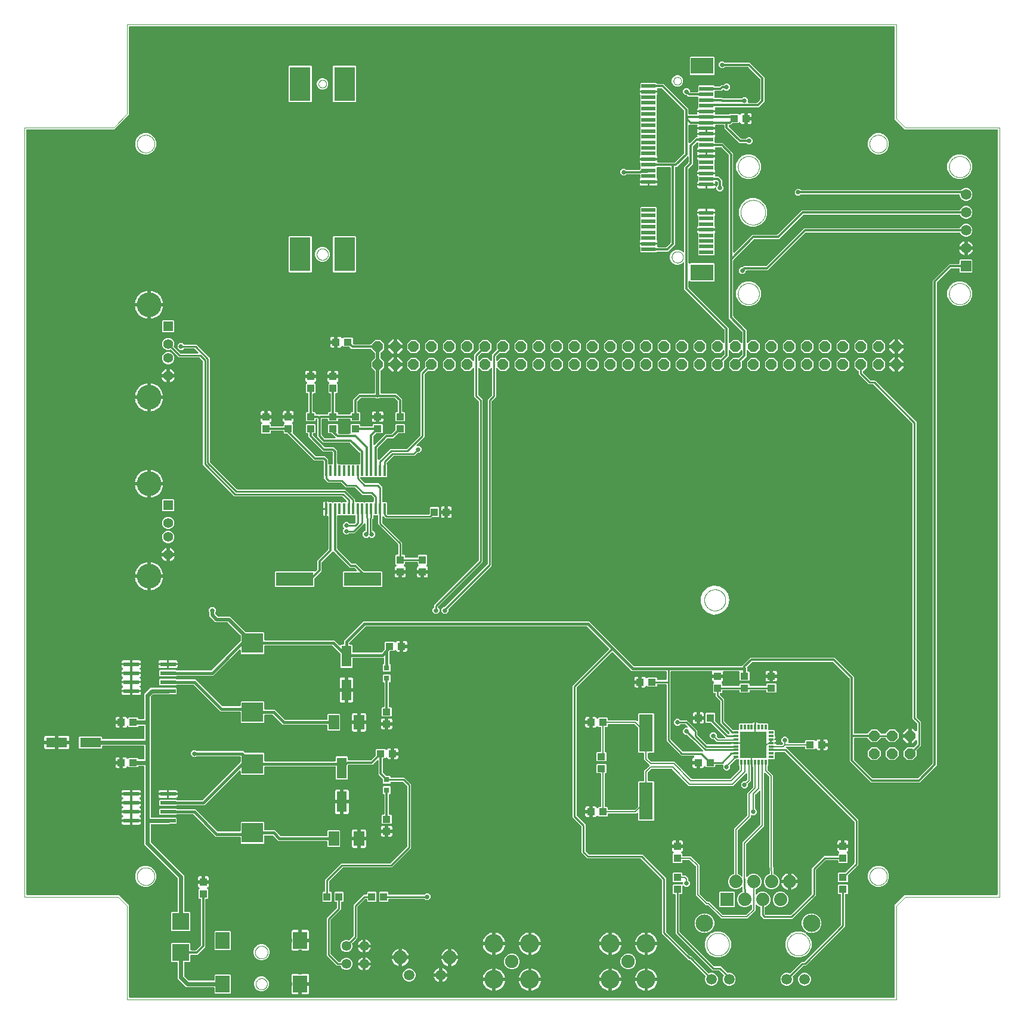
<source format=gtl>
G04 EAGLE Gerber RS-274X export*
G75*
%MOMM*%
%FSLAX34Y34*%
%LPD*%
%INTop copper*%
%IPPOS*%
%AMOC8*
5,1,8,0,0,1.08239X$1,22.5*%
G01*
%ADD10C,0.000000*%
%ADD11P,1.649562X8X22.500000*%
%ADD12R,2.200000X0.600000*%
%ADD13R,3.200000X2.300000*%
%ADD14R,2.000000X0.600000*%
%ADD15R,3.000000X4.800000*%
%ADD16R,2.000000X2.400000*%
%ADD17R,1.500000X2.100000*%
%ADD18R,3.050000X2.800000*%
%ADD19R,1.100000X1.000000*%
%ADD20R,1.400000X3.000000*%
%ADD21R,0.800000X0.800000*%
%ADD22R,0.350000X1.500000*%
%ADD23R,1.000000X1.100000*%
%ADD24R,5.334000X1.930400*%
%ADD25R,0.800000X0.300000*%
%ADD26R,0.300000X0.800000*%
%ADD27R,3.800000X3.800000*%
%ADD28R,1.930400X5.334000*%
%ADD29C,1.879600*%
%ADD30R,1.879600X1.879600*%
%ADD31C,2.475000*%
%ADD32C,1.508000*%
%ADD33R,1.408000X1.408000*%
%ADD34C,1.408000*%
%ADD35C,3.500000*%
%ADD36R,2.400000X2.400000*%
%ADD37C,1.905000*%
%ADD38C,2.667000*%
%ADD39C,1.381000*%
%ADD40C,1.498600*%
%ADD41C,1.943100*%
%ADD42R,3.000000X1.400000*%
%ADD43R,1.508000X1.508000*%
%ADD44C,0.654800*%
%ADD45C,0.203200*%
%ADD46C,0.609600*%
%ADD47C,0.304800*%
%ADD48C,0.508000*%
%ADD49C,0.406400*%
%ADD50C,0.254000*%

G36*
X1247258Y2556D02*
X1247258Y2556D01*
X1247377Y2563D01*
X1247415Y2576D01*
X1247456Y2581D01*
X1247566Y2624D01*
X1247679Y2661D01*
X1247714Y2683D01*
X1247751Y2698D01*
X1247847Y2767D01*
X1247948Y2831D01*
X1247976Y2861D01*
X1248009Y2884D01*
X1248085Y2976D01*
X1248166Y3063D01*
X1248186Y3098D01*
X1248211Y3129D01*
X1248262Y3237D01*
X1248320Y3341D01*
X1248330Y3381D01*
X1248347Y3417D01*
X1248369Y3534D01*
X1248399Y3649D01*
X1248403Y3709D01*
X1248407Y3729D01*
X1248405Y3750D01*
X1248409Y3810D01*
X1248409Y134402D01*
X1262598Y148591D01*
X1393190Y148591D01*
X1393308Y148606D01*
X1393427Y148613D01*
X1393465Y148626D01*
X1393506Y148631D01*
X1393616Y148674D01*
X1393729Y148711D01*
X1393764Y148733D01*
X1393801Y148748D01*
X1393897Y148817D01*
X1393998Y148881D01*
X1394026Y148911D01*
X1394059Y148934D01*
X1394135Y149026D01*
X1394216Y149113D01*
X1394236Y149148D01*
X1394261Y149179D01*
X1394312Y149287D01*
X1394370Y149391D01*
X1394380Y149431D01*
X1394397Y149467D01*
X1394419Y149584D01*
X1394449Y149699D01*
X1394453Y149759D01*
X1394457Y149779D01*
X1394455Y149800D01*
X1394459Y149860D01*
X1394459Y1234440D01*
X1394444Y1234558D01*
X1394437Y1234677D01*
X1394424Y1234715D01*
X1394419Y1234756D01*
X1394376Y1234866D01*
X1394339Y1234979D01*
X1394317Y1235014D01*
X1394302Y1235051D01*
X1394233Y1235147D01*
X1394169Y1235248D01*
X1394139Y1235276D01*
X1394116Y1235309D01*
X1394024Y1235385D01*
X1393937Y1235466D01*
X1393902Y1235486D01*
X1393871Y1235511D01*
X1393763Y1235562D01*
X1393659Y1235620D01*
X1393619Y1235630D01*
X1393583Y1235647D01*
X1393466Y1235669D01*
X1393351Y1235699D01*
X1393291Y1235703D01*
X1393271Y1235707D01*
X1393250Y1235705D01*
X1393190Y1235709D01*
X1262598Y1235709D01*
X1248409Y1249898D01*
X1248409Y1380490D01*
X1248394Y1380608D01*
X1248387Y1380727D01*
X1248374Y1380765D01*
X1248369Y1380806D01*
X1248326Y1380916D01*
X1248289Y1381029D01*
X1248267Y1381064D01*
X1248252Y1381101D01*
X1248183Y1381197D01*
X1248119Y1381298D01*
X1248089Y1381326D01*
X1248066Y1381359D01*
X1247974Y1381435D01*
X1247887Y1381516D01*
X1247852Y1381536D01*
X1247821Y1381561D01*
X1247713Y1381612D01*
X1247609Y1381670D01*
X1247569Y1381680D01*
X1247533Y1381697D01*
X1247416Y1381719D01*
X1247301Y1381749D01*
X1247241Y1381753D01*
X1247221Y1381757D01*
X1247200Y1381755D01*
X1247140Y1381759D01*
X162560Y1381759D01*
X162442Y1381744D01*
X162323Y1381737D01*
X162285Y1381724D01*
X162244Y1381719D01*
X162134Y1381676D01*
X162021Y1381639D01*
X161986Y1381617D01*
X161949Y1381602D01*
X161853Y1381533D01*
X161752Y1381469D01*
X161724Y1381439D01*
X161691Y1381416D01*
X161615Y1381324D01*
X161534Y1381237D01*
X161514Y1381202D01*
X161489Y1381171D01*
X161438Y1381063D01*
X161380Y1380959D01*
X161370Y1380919D01*
X161353Y1380883D01*
X161331Y1380766D01*
X161301Y1380651D01*
X161297Y1380591D01*
X161293Y1380571D01*
X161295Y1380550D01*
X161291Y1380490D01*
X161291Y1256248D01*
X140752Y1235709D01*
X16510Y1235709D01*
X16392Y1235694D01*
X16273Y1235687D01*
X16235Y1235674D01*
X16194Y1235669D01*
X16084Y1235626D01*
X15971Y1235589D01*
X15936Y1235567D01*
X15899Y1235552D01*
X15803Y1235483D01*
X15702Y1235419D01*
X15674Y1235389D01*
X15641Y1235366D01*
X15565Y1235274D01*
X15484Y1235187D01*
X15464Y1235152D01*
X15439Y1235121D01*
X15388Y1235013D01*
X15330Y1234909D01*
X15320Y1234869D01*
X15303Y1234833D01*
X15281Y1234716D01*
X15251Y1234601D01*
X15247Y1234541D01*
X15243Y1234521D01*
X15245Y1234500D01*
X15241Y1234440D01*
X15241Y149860D01*
X15256Y149742D01*
X15263Y149623D01*
X15276Y149585D01*
X15281Y149544D01*
X15325Y149433D01*
X15361Y149321D01*
X15383Y149286D01*
X15398Y149249D01*
X15467Y149153D01*
X15531Y149052D01*
X15561Y149024D01*
X15584Y148991D01*
X15676Y148915D01*
X15763Y148834D01*
X15798Y148814D01*
X15829Y148789D01*
X15937Y148738D01*
X16041Y148680D01*
X16081Y148670D01*
X16117Y148653D01*
X16234Y148631D01*
X16349Y148601D01*
X16409Y148597D01*
X16429Y148593D01*
X16450Y148595D01*
X16510Y148591D01*
X147102Y148591D01*
X161291Y134402D01*
X161291Y3810D01*
X161306Y3692D01*
X161313Y3573D01*
X161326Y3535D01*
X161331Y3494D01*
X161374Y3384D01*
X161411Y3271D01*
X161433Y3236D01*
X161448Y3199D01*
X161517Y3103D01*
X161581Y3002D01*
X161611Y2974D01*
X161634Y2941D01*
X161726Y2865D01*
X161813Y2784D01*
X161848Y2764D01*
X161879Y2739D01*
X161987Y2688D01*
X162091Y2630D01*
X162131Y2620D01*
X162167Y2603D01*
X162284Y2581D01*
X162399Y2551D01*
X162459Y2547D01*
X162479Y2543D01*
X162500Y2545D01*
X162560Y2541D01*
X1247140Y2541D01*
X1247258Y2556D01*
G37*
%LPC*%
G36*
X986397Y19885D02*
X986397Y19885D01*
X983065Y21265D01*
X980515Y23815D01*
X979135Y27147D01*
X979135Y30753D01*
X979780Y32310D01*
X979788Y32338D01*
X979801Y32364D01*
X979830Y32491D01*
X979864Y32616D01*
X979864Y32646D01*
X979871Y32675D01*
X979867Y32804D01*
X979869Y32934D01*
X979862Y32963D01*
X979861Y32993D01*
X979825Y33117D01*
X979795Y33244D01*
X979781Y33270D01*
X979773Y33298D01*
X979707Y33410D01*
X979646Y33525D01*
X979626Y33546D01*
X979611Y33572D01*
X979505Y33693D01*
X957414Y55784D01*
X957336Y55844D01*
X957264Y55912D01*
X957211Y55941D01*
X957163Y55978D01*
X957072Y56018D01*
X956985Y56066D01*
X956927Y56081D01*
X956871Y56105D01*
X956773Y56120D01*
X956677Y56145D01*
X956577Y56151D01*
X956557Y56155D01*
X956545Y56153D01*
X956517Y56155D01*
X955892Y56155D01*
X917955Y94092D01*
X917955Y169767D01*
X917943Y169865D01*
X917940Y169964D01*
X917923Y170022D01*
X917915Y170082D01*
X917879Y170174D01*
X917851Y170269D01*
X917821Y170322D01*
X917798Y170378D01*
X917740Y170458D01*
X917690Y170543D01*
X917624Y170619D01*
X917612Y170635D01*
X917602Y170643D01*
X917584Y170664D01*
X888214Y200034D01*
X888136Y200094D01*
X888064Y200162D01*
X888011Y200191D01*
X887963Y200228D01*
X887872Y200268D01*
X887785Y200316D01*
X887727Y200331D01*
X887671Y200355D01*
X887573Y200370D01*
X887477Y200395D01*
X887377Y200401D01*
X887357Y200405D01*
X887345Y200403D01*
X887317Y200405D01*
X811642Y200405D01*
X803655Y208392D01*
X803655Y245967D01*
X803643Y246065D01*
X803640Y246164D01*
X803623Y246222D01*
X803615Y246282D01*
X803579Y246374D01*
X803551Y246469D01*
X803521Y246522D01*
X803498Y246578D01*
X803440Y246658D01*
X803390Y246743D01*
X803324Y246819D01*
X803312Y246835D01*
X803302Y246843D01*
X803284Y246864D01*
X790955Y259192D01*
X790955Y445658D01*
X842336Y497039D01*
X842409Y497133D01*
X842488Y497222D01*
X842506Y497258D01*
X842531Y497290D01*
X842579Y497399D01*
X842633Y497505D01*
X842642Y497545D01*
X842658Y497582D01*
X842676Y497700D01*
X842702Y497816D01*
X842701Y497856D01*
X842707Y497896D01*
X842696Y498015D01*
X842693Y498133D01*
X842681Y498172D01*
X842678Y498213D01*
X842637Y498325D01*
X842604Y498439D01*
X842584Y498474D01*
X842570Y498512D01*
X842503Y498610D01*
X842443Y498713D01*
X842403Y498758D01*
X842391Y498775D01*
X842376Y498788D01*
X842336Y498834D01*
X811699Y529472D01*
X811620Y529532D01*
X811548Y529600D01*
X811495Y529629D01*
X811447Y529666D01*
X811356Y529706D01*
X811270Y529754D01*
X811211Y529769D01*
X811155Y529793D01*
X811057Y529808D01*
X810962Y529833D01*
X810862Y529839D01*
X810841Y529843D01*
X810829Y529841D01*
X810801Y529843D01*
X497299Y529843D01*
X497201Y529831D01*
X497102Y529828D01*
X497044Y529811D01*
X496983Y529803D01*
X496891Y529767D01*
X496796Y529739D01*
X496744Y529709D01*
X496688Y529686D01*
X496608Y529628D01*
X496522Y529578D01*
X496447Y529512D01*
X496430Y529500D01*
X496423Y529490D01*
X496401Y529472D01*
X473828Y506899D01*
X473768Y506820D01*
X473700Y506748D01*
X473671Y506695D01*
X473634Y506647D01*
X473594Y506556D01*
X473546Y506470D01*
X473531Y506411D01*
X473507Y506355D01*
X473492Y506257D01*
X473467Y506162D01*
X473461Y506062D01*
X473457Y506041D01*
X473459Y506029D01*
X473457Y506001D01*
X473457Y505344D01*
X473472Y505226D01*
X473479Y505107D01*
X473492Y505069D01*
X473497Y505028D01*
X473540Y504918D01*
X473577Y504805D01*
X473599Y504770D01*
X473614Y504733D01*
X473683Y504637D01*
X473747Y504536D01*
X473777Y504508D01*
X473800Y504475D01*
X473892Y504399D01*
X473979Y504318D01*
X474014Y504298D01*
X474045Y504273D01*
X474153Y504222D01*
X474257Y504164D01*
X474297Y504154D01*
X474333Y504137D01*
X474450Y504115D01*
X474565Y504085D01*
X474625Y504081D01*
X474645Y504077D01*
X474666Y504079D01*
X474726Y504075D01*
X477532Y504075D01*
X478425Y503182D01*
X478425Y493776D01*
X478440Y493658D01*
X478447Y493539D01*
X478460Y493501D01*
X478465Y493460D01*
X478508Y493350D01*
X478545Y493237D01*
X478567Y493202D01*
X478582Y493165D01*
X478651Y493069D01*
X478715Y492968D01*
X478745Y492940D01*
X478768Y492907D01*
X478860Y492831D01*
X478947Y492750D01*
X478982Y492730D01*
X479013Y492705D01*
X479121Y492654D01*
X479225Y492596D01*
X479265Y492586D01*
X479301Y492569D01*
X479418Y492547D01*
X479533Y492517D01*
X479593Y492513D01*
X479613Y492509D01*
X479634Y492511D01*
X479694Y492507D01*
X518701Y492507D01*
X518799Y492519D01*
X518898Y492522D01*
X518956Y492539D01*
X519017Y492547D01*
X519109Y492583D01*
X519204Y492611D01*
X519256Y492641D01*
X519312Y492664D01*
X519392Y492722D01*
X519478Y492772D01*
X519553Y492838D01*
X519570Y492850D01*
X519577Y492860D01*
X519599Y492878D01*
X523854Y497133D01*
X523914Y497212D01*
X523982Y497284D01*
X524011Y497337D01*
X524048Y497385D01*
X524088Y497476D01*
X524136Y497562D01*
X524151Y497621D01*
X524175Y497677D01*
X524190Y497775D01*
X524215Y497870D01*
X524221Y497970D01*
X524225Y497991D01*
X524223Y498003D01*
X524225Y498031D01*
X524225Y507282D01*
X525118Y508175D01*
X537382Y508175D01*
X538314Y507243D01*
X538413Y507166D01*
X538508Y507083D01*
X538538Y507068D01*
X538565Y507048D01*
X538680Y506998D01*
X538793Y506942D01*
X538826Y506935D01*
X538857Y506921D01*
X538981Y506902D01*
X539104Y506876D01*
X539137Y506877D01*
X539171Y506872D01*
X539296Y506883D01*
X539422Y506889D01*
X539454Y506898D01*
X539487Y506901D01*
X539606Y506944D01*
X539726Y506980D01*
X539755Y506998D01*
X539787Y507009D01*
X539891Y507080D01*
X539998Y507145D01*
X540022Y507169D01*
X540050Y507188D01*
X540133Y507282D01*
X540221Y507372D01*
X540248Y507412D01*
X540260Y507426D01*
X540270Y507445D01*
X540310Y507506D01*
X540717Y508210D01*
X541190Y508683D01*
X541769Y509018D01*
X542416Y509191D01*
X545751Y509191D01*
X545751Y502880D01*
X545766Y502762D01*
X545773Y502643D01*
X545785Y502605D01*
X545791Y502565D01*
X545834Y502454D01*
X545871Y502341D01*
X545893Y502307D01*
X545908Y502269D01*
X545977Y502173D01*
X546041Y502072D01*
X546071Y502044D01*
X546094Y502012D01*
X546186Y501936D01*
X546273Y501854D01*
X546308Y501835D01*
X546339Y501809D01*
X546447Y501758D01*
X546551Y501701D01*
X546591Y501691D01*
X546627Y501673D01*
X546734Y501653D01*
X546704Y501649D01*
X546594Y501605D01*
X546481Y501569D01*
X546446Y501547D01*
X546409Y501532D01*
X546312Y501462D01*
X546212Y501399D01*
X546184Y501369D01*
X546151Y501345D01*
X546075Y501254D01*
X545994Y501167D01*
X545974Y501132D01*
X545949Y501100D01*
X545898Y500993D01*
X545840Y500888D01*
X545830Y500849D01*
X545813Y500813D01*
X545791Y500696D01*
X545761Y500580D01*
X545757Y500520D01*
X545753Y500500D01*
X545755Y500480D01*
X545751Y500420D01*
X545751Y494109D01*
X542416Y494109D01*
X541769Y494282D01*
X541190Y494617D01*
X540717Y495090D01*
X540310Y495794D01*
X540234Y495894D01*
X540164Y495999D01*
X540138Y496021D01*
X540118Y496048D01*
X540020Y496126D01*
X539925Y496209D01*
X539895Y496224D01*
X539869Y496245D01*
X539754Y496296D01*
X539642Y496354D01*
X539609Y496361D01*
X539578Y496375D01*
X539454Y496396D01*
X539332Y496423D01*
X539298Y496422D01*
X539265Y496428D01*
X539139Y496417D01*
X539014Y496414D01*
X538981Y496404D01*
X538948Y496401D01*
X538829Y496360D01*
X538708Y496325D01*
X538679Y496308D01*
X538647Y496297D01*
X538543Y496227D01*
X538434Y496164D01*
X538398Y496131D01*
X538382Y496121D01*
X538368Y496105D01*
X538314Y496057D01*
X537382Y495125D01*
X532431Y495125D01*
X532333Y495113D01*
X532234Y495110D01*
X532176Y495093D01*
X532115Y495085D01*
X532023Y495049D01*
X531928Y495021D01*
X531876Y494991D01*
X531820Y494968D01*
X531740Y494910D01*
X531654Y494860D01*
X531579Y494794D01*
X531562Y494782D01*
X531555Y494772D01*
X531533Y494754D01*
X530978Y494199D01*
X530918Y494120D01*
X530850Y494048D01*
X530821Y493995D01*
X530784Y493947D01*
X530744Y493856D01*
X530696Y493770D01*
X530681Y493711D01*
X530657Y493655D01*
X530642Y493557D01*
X530617Y493462D01*
X530611Y493362D01*
X530607Y493341D01*
X530609Y493329D01*
X530607Y493301D01*
X530607Y477844D01*
X530622Y477726D01*
X530629Y477607D01*
X530642Y477569D01*
X530647Y477528D01*
X530690Y477418D01*
X530727Y477305D01*
X530749Y477270D01*
X530764Y477233D01*
X530833Y477137D01*
X530897Y477036D01*
X530927Y477008D01*
X530950Y476975D01*
X531042Y476899D01*
X531129Y476818D01*
X531164Y476798D01*
X531195Y476773D01*
X531303Y476722D01*
X531407Y476664D01*
X531447Y476654D01*
X531483Y476637D01*
X531600Y476615D01*
X531656Y476600D01*
X532575Y475682D01*
X532575Y466418D01*
X531682Y465525D01*
X522418Y465525D01*
X521525Y466418D01*
X521525Y475682D01*
X522439Y476596D01*
X522461Y476597D01*
X522499Y476610D01*
X522540Y476615D01*
X522650Y476658D01*
X522763Y476695D01*
X522798Y476717D01*
X522835Y476732D01*
X522931Y476801D01*
X523032Y476865D01*
X523060Y476895D01*
X523093Y476918D01*
X523169Y477010D01*
X523250Y477097D01*
X523270Y477132D01*
X523295Y477163D01*
X523346Y477271D01*
X523404Y477375D01*
X523414Y477415D01*
X523431Y477451D01*
X523453Y477568D01*
X523483Y477683D01*
X523487Y477743D01*
X523491Y477763D01*
X523489Y477784D01*
X523493Y477844D01*
X523493Y484124D01*
X523478Y484242D01*
X523471Y484361D01*
X523458Y484399D01*
X523453Y484440D01*
X523410Y484550D01*
X523373Y484663D01*
X523351Y484698D01*
X523336Y484735D01*
X523267Y484831D01*
X523203Y484932D01*
X523173Y484960D01*
X523150Y484993D01*
X523058Y485069D01*
X522971Y485150D01*
X522936Y485170D01*
X522905Y485195D01*
X522797Y485246D01*
X522693Y485304D01*
X522653Y485314D01*
X522617Y485331D01*
X522500Y485353D01*
X522385Y485383D01*
X522325Y485387D01*
X522305Y485391D01*
X522284Y485389D01*
X522224Y485393D01*
X479694Y485393D01*
X479576Y485378D01*
X479457Y485371D01*
X479419Y485358D01*
X479378Y485353D01*
X479268Y485310D01*
X479155Y485273D01*
X479120Y485251D01*
X479083Y485236D01*
X478987Y485167D01*
X478886Y485103D01*
X478858Y485073D01*
X478825Y485050D01*
X478749Y484958D01*
X478668Y484871D01*
X478648Y484836D01*
X478623Y484805D01*
X478572Y484697D01*
X478514Y484593D01*
X478504Y484553D01*
X478487Y484517D01*
X478465Y484400D01*
X478435Y484285D01*
X478431Y484225D01*
X478427Y484205D01*
X478429Y484184D01*
X478425Y484124D01*
X478425Y471918D01*
X477532Y471025D01*
X462268Y471025D01*
X461375Y471918D01*
X461375Y490519D01*
X461363Y490617D01*
X461360Y490716D01*
X461343Y490774D01*
X461335Y490835D01*
X461299Y490927D01*
X461271Y491022D01*
X461241Y491074D01*
X461218Y491130D01*
X461160Y491210D01*
X461110Y491296D01*
X461044Y491371D01*
X461032Y491388D01*
X461022Y491395D01*
X461004Y491417D01*
X450149Y502272D01*
X450070Y502332D01*
X449998Y502400D01*
X449945Y502429D01*
X449897Y502466D01*
X449806Y502506D01*
X449720Y502554D01*
X449661Y502569D01*
X449605Y502593D01*
X449507Y502608D01*
X449412Y502633D01*
X449312Y502639D01*
X449291Y502643D01*
X449279Y502641D01*
X449251Y502643D01*
X354594Y502643D01*
X354476Y502628D01*
X354357Y502621D01*
X354319Y502608D01*
X354278Y502603D01*
X354168Y502560D01*
X354055Y502523D01*
X354020Y502501D01*
X353983Y502486D01*
X353887Y502417D01*
X353786Y502353D01*
X353758Y502323D01*
X353725Y502300D01*
X353649Y502208D01*
X353568Y502121D01*
X353548Y502086D01*
X353523Y502055D01*
X353472Y501947D01*
X353414Y501843D01*
X353404Y501803D01*
X353387Y501767D01*
X353365Y501650D01*
X353335Y501535D01*
X353331Y501475D01*
X353327Y501455D01*
X353328Y501441D01*
X353327Y501436D01*
X353328Y501425D01*
X353325Y501374D01*
X353325Y491568D01*
X352432Y490675D01*
X320668Y490675D01*
X319775Y491568D01*
X319775Y495831D01*
X319758Y495969D01*
X319745Y496107D01*
X319738Y496127D01*
X319735Y496147D01*
X319684Y496276D01*
X319637Y496407D01*
X319626Y496424D01*
X319618Y496442D01*
X319537Y496554D01*
X319459Y496670D01*
X319443Y496683D01*
X319432Y496700D01*
X319324Y496788D01*
X319220Y496880D01*
X319202Y496890D01*
X319187Y496902D01*
X319061Y496962D01*
X318937Y497025D01*
X318917Y497029D01*
X318899Y497038D01*
X318763Y497064D01*
X318627Y497095D01*
X318606Y497094D01*
X318587Y497098D01*
X318448Y497089D01*
X318309Y497085D01*
X318289Y497079D01*
X318269Y497078D01*
X318137Y497035D01*
X318003Y496997D01*
X317986Y496986D01*
X317967Y496980D01*
X317849Y496906D01*
X317729Y496835D01*
X317708Y496816D01*
X317698Y496810D01*
X317684Y496795D01*
X317609Y496729D01*
X280873Y459993D01*
X229625Y459993D01*
X229527Y459981D01*
X229428Y459978D01*
X229370Y459961D01*
X229310Y459953D01*
X229218Y459917D01*
X229123Y459889D01*
X229070Y459859D01*
X229014Y459836D01*
X228934Y459778D01*
X228849Y459728D01*
X228773Y459662D01*
X228757Y459650D01*
X228749Y459640D01*
X228728Y459621D01*
X228132Y459025D01*
X204868Y459025D01*
X203975Y459918D01*
X203975Y467182D01*
X204868Y468075D01*
X228132Y468075D01*
X228728Y467479D01*
X228806Y467418D01*
X228878Y467350D01*
X228931Y467321D01*
X228979Y467284D01*
X229070Y467244D01*
X229157Y467196D01*
X229215Y467181D01*
X229271Y467157D01*
X229369Y467142D01*
X229465Y467117D01*
X229565Y467111D01*
X229585Y467107D01*
X229597Y467109D01*
X229625Y467107D01*
X277401Y467107D01*
X277499Y467119D01*
X277598Y467122D01*
X277656Y467139D01*
X277717Y467147D01*
X277809Y467183D01*
X277904Y467211D01*
X277956Y467241D01*
X278012Y467264D01*
X278092Y467322D01*
X278178Y467372D01*
X278253Y467438D01*
X278270Y467450D01*
X278277Y467460D01*
X278299Y467478D01*
X319404Y508583D01*
X319464Y508662D01*
X319532Y508734D01*
X319561Y508787D01*
X319598Y508835D01*
X319638Y508926D01*
X319686Y509012D01*
X319701Y509071D01*
X319725Y509127D01*
X319740Y509225D01*
X319765Y509320D01*
X319771Y509420D01*
X319775Y509441D01*
X319773Y509453D01*
X319775Y509481D01*
X319775Y516701D01*
X319763Y516799D01*
X319760Y516898D01*
X319743Y516956D01*
X319735Y517016D01*
X319699Y517108D01*
X319671Y517203D01*
X319641Y517255D01*
X319618Y517312D01*
X319560Y517392D01*
X319510Y517477D01*
X319444Y517553D01*
X319432Y517569D01*
X319422Y517577D01*
X319404Y517598D01*
X301688Y535314D01*
X301610Y535374D01*
X301538Y535442D01*
X301485Y535471D01*
X301437Y535508D01*
X301346Y535548D01*
X301259Y535596D01*
X301201Y535611D01*
X301145Y535635D01*
X301047Y535650D01*
X300951Y535675D01*
X300851Y535681D01*
X300831Y535685D01*
X300819Y535683D01*
X300791Y535685D01*
X284066Y535685D01*
X275335Y544416D01*
X275335Y549203D01*
X275323Y549301D01*
X275320Y549400D01*
X275303Y549458D01*
X275295Y549518D01*
X275259Y549610D01*
X275231Y549705D01*
X275201Y549757D01*
X275178Y549814D01*
X275120Y549894D01*
X275070Y549979D01*
X275004Y550055D01*
X274992Y550071D01*
X274982Y550079D01*
X274964Y550100D01*
X274601Y550462D01*
X274601Y554438D01*
X277412Y557249D01*
X281388Y557249D01*
X284199Y554438D01*
X284199Y550462D01*
X283836Y550100D01*
X283776Y550022D01*
X283708Y549950D01*
X283679Y549897D01*
X283642Y549849D01*
X283602Y549758D01*
X283554Y549671D01*
X283539Y549613D01*
X283515Y549557D01*
X283500Y549459D01*
X283475Y549363D01*
X283469Y549263D01*
X283465Y549243D01*
X283467Y549231D01*
X283465Y549203D01*
X283465Y548309D01*
X283477Y548211D01*
X283480Y548112D01*
X283486Y548090D01*
X283487Y548081D01*
X283498Y548049D01*
X283505Y547994D01*
X283541Y547902D01*
X283569Y547807D01*
X283599Y547755D01*
X283622Y547698D01*
X283680Y547618D01*
X283730Y547533D01*
X283796Y547457D01*
X283808Y547441D01*
X283818Y547433D01*
X283836Y547412D01*
X287062Y544186D01*
X287140Y544126D01*
X287212Y544058D01*
X287265Y544029D01*
X287313Y543992D01*
X287404Y543952D01*
X287491Y543904D01*
X287549Y543889D01*
X287605Y543865D01*
X287703Y543850D01*
X287799Y543825D01*
X287899Y543819D01*
X287919Y543815D01*
X287931Y543817D01*
X287959Y543815D01*
X304684Y543815D01*
X326402Y522096D01*
X326480Y522036D01*
X326552Y521968D01*
X326605Y521939D01*
X326653Y521902D01*
X326744Y521862D01*
X326831Y521814D01*
X326889Y521799D01*
X326945Y521775D01*
X327043Y521760D01*
X327139Y521735D01*
X327239Y521729D01*
X327259Y521725D01*
X327271Y521727D01*
X327299Y521725D01*
X352432Y521725D01*
X353325Y520832D01*
X353325Y511026D01*
X353340Y510908D01*
X353347Y510789D01*
X353360Y510751D01*
X353365Y510710D01*
X353408Y510600D01*
X353445Y510487D01*
X353467Y510452D01*
X353482Y510415D01*
X353551Y510319D01*
X353615Y510218D01*
X353645Y510190D01*
X353668Y510157D01*
X353760Y510081D01*
X353847Y510000D01*
X353882Y509980D01*
X353913Y509955D01*
X354021Y509904D01*
X354125Y509846D01*
X354165Y509836D01*
X354201Y509819D01*
X354318Y509797D01*
X354433Y509767D01*
X354493Y509763D01*
X354513Y509759D01*
X354534Y509761D01*
X354594Y509757D01*
X452723Y509757D01*
X459439Y503041D01*
X459534Y502968D01*
X459623Y502889D01*
X459659Y502871D01*
X459691Y502846D01*
X459800Y502798D01*
X459906Y502744D01*
X459945Y502735D01*
X459982Y502719D01*
X460100Y502701D01*
X460216Y502675D01*
X460257Y502676D01*
X460297Y502669D01*
X460415Y502681D01*
X460534Y502684D01*
X460573Y502696D01*
X460613Y502699D01*
X460725Y502740D01*
X460840Y502773D01*
X460874Y502793D01*
X460912Y502807D01*
X461011Y502874D01*
X461113Y502934D01*
X461159Y502974D01*
X461176Y502985D01*
X461189Y503001D01*
X461234Y503041D01*
X462268Y504075D01*
X465074Y504075D01*
X465192Y504090D01*
X465311Y504097D01*
X465349Y504110D01*
X465390Y504115D01*
X465500Y504158D01*
X465613Y504195D01*
X465648Y504217D01*
X465685Y504232D01*
X465781Y504301D01*
X465882Y504365D01*
X465910Y504395D01*
X465943Y504418D01*
X466019Y504510D01*
X466100Y504597D01*
X466120Y504632D01*
X466145Y504663D01*
X466196Y504771D01*
X466254Y504875D01*
X466264Y504915D01*
X466281Y504951D01*
X466303Y505068D01*
X466333Y505183D01*
X466337Y505243D01*
X466341Y505263D01*
X466339Y505284D01*
X466343Y505344D01*
X466343Y509473D01*
X493827Y536957D01*
X814273Y536957D01*
X851653Y499576D01*
X877401Y473828D01*
X877480Y473768D01*
X877552Y473700D01*
X877605Y473671D01*
X877653Y473634D01*
X877744Y473594D01*
X877830Y473546D01*
X877889Y473531D01*
X877945Y473507D01*
X878043Y473492D01*
X878138Y473467D01*
X878238Y473461D01*
X878259Y473457D01*
X878271Y473459D01*
X878299Y473457D01*
X1030732Y473457D01*
X1030850Y473472D01*
X1030969Y473479D01*
X1031007Y473492D01*
X1031048Y473497D01*
X1031158Y473540D01*
X1031271Y473577D01*
X1031306Y473599D01*
X1031343Y473614D01*
X1031439Y473683D01*
X1031540Y473747D01*
X1031568Y473777D01*
X1031601Y473800D01*
X1031677Y473892D01*
X1031758Y473979D01*
X1031778Y474014D01*
X1031803Y474045D01*
X1031854Y474153D01*
X1031900Y474237D01*
X1043312Y485649D01*
X1163313Y485649D01*
X1190499Y458463D01*
X1190499Y378968D01*
X1190514Y378850D01*
X1190521Y378731D01*
X1190534Y378693D01*
X1190539Y378652D01*
X1190582Y378542D01*
X1190619Y378429D01*
X1190641Y378394D01*
X1190656Y378357D01*
X1190725Y378261D01*
X1190789Y378160D01*
X1190819Y378132D01*
X1190842Y378099D01*
X1190934Y378023D01*
X1191021Y377942D01*
X1191056Y377922D01*
X1191087Y377897D01*
X1191195Y377846D01*
X1191299Y377788D01*
X1191339Y377778D01*
X1191375Y377761D01*
X1191492Y377739D01*
X1191607Y377709D01*
X1191667Y377705D01*
X1191687Y377701D01*
X1191708Y377703D01*
X1191768Y377699D01*
X1208790Y377699D01*
X1208889Y377711D01*
X1208988Y377714D01*
X1209046Y377731D01*
X1209106Y377739D01*
X1209198Y377775D01*
X1209293Y377803D01*
X1209345Y377833D01*
X1209402Y377856D01*
X1209482Y377914D01*
X1209567Y377964D01*
X1209642Y378030D01*
X1209659Y378042D01*
X1209667Y378052D01*
X1209688Y378070D01*
X1215412Y383795D01*
X1222988Y383795D01*
X1228385Y378398D01*
X1228429Y378287D01*
X1228465Y378175D01*
X1228487Y378140D01*
X1228502Y378103D01*
X1228571Y378007D01*
X1228635Y377906D01*
X1228665Y377878D01*
X1228688Y377845D01*
X1228780Y377769D01*
X1228867Y377688D01*
X1228902Y377668D01*
X1228933Y377643D01*
X1229041Y377592D01*
X1229145Y377534D01*
X1229185Y377524D01*
X1229221Y377507D01*
X1229338Y377485D01*
X1229453Y377455D01*
X1229513Y377451D01*
X1229533Y377447D01*
X1229554Y377449D01*
X1229614Y377445D01*
X1234186Y377445D01*
X1234304Y377460D01*
X1234423Y377467D01*
X1234461Y377480D01*
X1234502Y377485D01*
X1234612Y377528D01*
X1234725Y377565D01*
X1234760Y377587D01*
X1234797Y377602D01*
X1234893Y377671D01*
X1234994Y377735D01*
X1235022Y377765D01*
X1235055Y377788D01*
X1235131Y377880D01*
X1235212Y377967D01*
X1235232Y378002D01*
X1235257Y378033D01*
X1235308Y378141D01*
X1235366Y378245D01*
X1235376Y378285D01*
X1235393Y378321D01*
X1235406Y378388D01*
X1240812Y383795D01*
X1248388Y383795D01*
X1253745Y378438D01*
X1253745Y370862D01*
X1248388Y365505D01*
X1240812Y365505D01*
X1235415Y370902D01*
X1235372Y371012D01*
X1235335Y371125D01*
X1235313Y371160D01*
X1235298Y371197D01*
X1235229Y371293D01*
X1235165Y371394D01*
X1235135Y371422D01*
X1235112Y371455D01*
X1235020Y371531D01*
X1234933Y371612D01*
X1234898Y371632D01*
X1234867Y371657D01*
X1234759Y371708D01*
X1234655Y371766D01*
X1234615Y371776D01*
X1234579Y371793D01*
X1234462Y371815D01*
X1234347Y371845D01*
X1234287Y371849D01*
X1234267Y371853D01*
X1234246Y371851D01*
X1234186Y371855D01*
X1229614Y371855D01*
X1229496Y371840D01*
X1229377Y371833D01*
X1229339Y371820D01*
X1229298Y371815D01*
X1229188Y371772D01*
X1229075Y371735D01*
X1229040Y371713D01*
X1229003Y371698D01*
X1228907Y371629D01*
X1228806Y371565D01*
X1228778Y371535D01*
X1228745Y371512D01*
X1228669Y371420D01*
X1228588Y371333D01*
X1228568Y371298D01*
X1228543Y371267D01*
X1228492Y371159D01*
X1228434Y371055D01*
X1228424Y371015D01*
X1228407Y370979D01*
X1228394Y370912D01*
X1222988Y365505D01*
X1215412Y365505D01*
X1209688Y371230D01*
X1209610Y371290D01*
X1209538Y371358D01*
X1209485Y371387D01*
X1209437Y371424D01*
X1209346Y371464D01*
X1209259Y371512D01*
X1209200Y371527D01*
X1209145Y371551D01*
X1209047Y371566D01*
X1208951Y371591D01*
X1208851Y371597D01*
X1208831Y371601D01*
X1208818Y371599D01*
X1208790Y371601D01*
X1191768Y371601D01*
X1191650Y371586D01*
X1191531Y371579D01*
X1191493Y371566D01*
X1191452Y371561D01*
X1191342Y371518D01*
X1191229Y371481D01*
X1191194Y371459D01*
X1191157Y371444D01*
X1191061Y371375D01*
X1190960Y371311D01*
X1190932Y371281D01*
X1190899Y371258D01*
X1190823Y371166D01*
X1190742Y371079D01*
X1190722Y371044D01*
X1190697Y371013D01*
X1190646Y370905D01*
X1190588Y370801D01*
X1190578Y370761D01*
X1190561Y370725D01*
X1190539Y370608D01*
X1190509Y370493D01*
X1190505Y370433D01*
X1190501Y370413D01*
X1190503Y370392D01*
X1190499Y370332D01*
X1190499Y341514D01*
X1190511Y341415D01*
X1190514Y341316D01*
X1190531Y341258D01*
X1190539Y341198D01*
X1190575Y341106D01*
X1190603Y341011D01*
X1190633Y340959D01*
X1190656Y340902D01*
X1190714Y340822D01*
X1190764Y340737D01*
X1190830Y340662D01*
X1190842Y340645D01*
X1190852Y340637D01*
X1190870Y340616D01*
X1216916Y314570D01*
X1216994Y314510D01*
X1217066Y314442D01*
X1217119Y314413D01*
X1217167Y314376D01*
X1217258Y314336D01*
X1217345Y314288D01*
X1217404Y314273D01*
X1217459Y314249D01*
X1217557Y314234D01*
X1217653Y314209D01*
X1217753Y314203D01*
X1217773Y314199D01*
X1217786Y314201D01*
X1217814Y314199D01*
X1280911Y314199D01*
X1281010Y314211D01*
X1281109Y314214D01*
X1281167Y314231D01*
X1281227Y314239D01*
X1281319Y314275D01*
X1281414Y314303D01*
X1281466Y314333D01*
X1281523Y314356D01*
X1281603Y314414D01*
X1281688Y314464D01*
X1281763Y314530D01*
X1281780Y314542D01*
X1281788Y314552D01*
X1281809Y314570D01*
X1301505Y334266D01*
X1301565Y334344D01*
X1301633Y334416D01*
X1301662Y334469D01*
X1301699Y334517D01*
X1301739Y334608D01*
X1301787Y334695D01*
X1301802Y334754D01*
X1301826Y334809D01*
X1301841Y334907D01*
X1301866Y335003D01*
X1301872Y335103D01*
X1301876Y335123D01*
X1301874Y335136D01*
X1301876Y335164D01*
X1301876Y1020438D01*
X1325887Y1044449D01*
X1339041Y1044449D01*
X1339159Y1044464D01*
X1339278Y1044471D01*
X1339316Y1044484D01*
X1339357Y1044489D01*
X1339467Y1044532D01*
X1339580Y1044569D01*
X1339615Y1044591D01*
X1339652Y1044606D01*
X1339748Y1044675D01*
X1339849Y1044739D01*
X1339877Y1044769D01*
X1339910Y1044792D01*
X1339986Y1044884D01*
X1340067Y1044971D01*
X1340087Y1045006D01*
X1340112Y1045037D01*
X1340163Y1045145D01*
X1340221Y1045249D01*
X1340231Y1045289D01*
X1340248Y1045325D01*
X1340270Y1045442D01*
X1340300Y1045557D01*
X1340304Y1045617D01*
X1340308Y1045637D01*
X1340306Y1045658D01*
X1340310Y1045718D01*
X1340310Y1049572D01*
X1341203Y1050465D01*
X1357547Y1050465D01*
X1358440Y1049572D01*
X1358440Y1033228D01*
X1357547Y1032335D01*
X1341203Y1032335D01*
X1340310Y1033228D01*
X1340310Y1037082D01*
X1340295Y1037200D01*
X1340288Y1037319D01*
X1340275Y1037357D01*
X1340270Y1037398D01*
X1340227Y1037508D01*
X1340190Y1037621D01*
X1340168Y1037656D01*
X1340153Y1037693D01*
X1340084Y1037789D01*
X1340020Y1037890D01*
X1339990Y1037918D01*
X1339967Y1037951D01*
X1339875Y1038027D01*
X1339788Y1038108D01*
X1339753Y1038128D01*
X1339722Y1038153D01*
X1339614Y1038204D01*
X1339510Y1038262D01*
X1339470Y1038272D01*
X1339434Y1038289D01*
X1339317Y1038311D01*
X1339202Y1038341D01*
X1339142Y1038345D01*
X1339122Y1038349D01*
X1339101Y1038347D01*
X1339041Y1038351D01*
X1328939Y1038351D01*
X1328840Y1038339D01*
X1328741Y1038336D01*
X1328683Y1038319D01*
X1328623Y1038311D01*
X1328531Y1038275D01*
X1328436Y1038247D01*
X1328384Y1038217D01*
X1328327Y1038194D01*
X1328247Y1038136D01*
X1328162Y1038086D01*
X1328087Y1038020D01*
X1328070Y1038008D01*
X1328062Y1037998D01*
X1328041Y1037980D01*
X1308345Y1018284D01*
X1308285Y1018206D01*
X1308217Y1018134D01*
X1308188Y1018081D01*
X1308151Y1018033D01*
X1308111Y1017942D01*
X1308063Y1017855D01*
X1308048Y1017796D01*
X1308024Y1017741D01*
X1308009Y1017643D01*
X1307984Y1017547D01*
X1307978Y1017447D01*
X1307974Y1017427D01*
X1307976Y1017414D01*
X1307974Y1017386D01*
X1307974Y332112D01*
X1283963Y308101D01*
X1214762Y308101D01*
X1184401Y338462D01*
X1184401Y455411D01*
X1184389Y455510D01*
X1184386Y455609D01*
X1184369Y455667D01*
X1184361Y455727D01*
X1184325Y455819D01*
X1184297Y455914D01*
X1184267Y455966D01*
X1184244Y456023D01*
X1184186Y456103D01*
X1184136Y456188D01*
X1184070Y456263D01*
X1184058Y456280D01*
X1184048Y456288D01*
X1184030Y456309D01*
X1161159Y479180D01*
X1161081Y479240D01*
X1161009Y479308D01*
X1160956Y479337D01*
X1160908Y479374D01*
X1160817Y479414D01*
X1160730Y479462D01*
X1160671Y479477D01*
X1160616Y479501D01*
X1160518Y479516D01*
X1160422Y479541D01*
X1160322Y479547D01*
X1160302Y479551D01*
X1160289Y479549D01*
X1160261Y479551D01*
X1046364Y479551D01*
X1046265Y479539D01*
X1046166Y479536D01*
X1046108Y479519D01*
X1046048Y479511D01*
X1045956Y479475D01*
X1045861Y479447D01*
X1045809Y479417D01*
X1045752Y479394D01*
X1045672Y479336D01*
X1045587Y479286D01*
X1045512Y479220D01*
X1045495Y479208D01*
X1045487Y479198D01*
X1045466Y479180D01*
X1038978Y472692D01*
X1038918Y472614D01*
X1038850Y472542D01*
X1038821Y472489D01*
X1038784Y472441D01*
X1038744Y472350D01*
X1038696Y472263D01*
X1038681Y472204D01*
X1038657Y472149D01*
X1038642Y472051D01*
X1038617Y471955D01*
X1038611Y471855D01*
X1038607Y471835D01*
X1038609Y471822D01*
X1038607Y471794D01*
X1038607Y467144D01*
X1038622Y467026D01*
X1038629Y466907D01*
X1038642Y466869D01*
X1038647Y466828D01*
X1038690Y466718D01*
X1038727Y466605D01*
X1038749Y466570D01*
X1038764Y466533D01*
X1038833Y466437D01*
X1038897Y466336D01*
X1038927Y466308D01*
X1038950Y466275D01*
X1039042Y466199D01*
X1039129Y466118D01*
X1039164Y466098D01*
X1039195Y466073D01*
X1039303Y466022D01*
X1039407Y465964D01*
X1039447Y465954D01*
X1039483Y465937D01*
X1039600Y465915D01*
X1039715Y465885D01*
X1039775Y465881D01*
X1039795Y465877D01*
X1039816Y465879D01*
X1039876Y465875D01*
X1041182Y465875D01*
X1042075Y464982D01*
X1042075Y453718D01*
X1041182Y452825D01*
X1028918Y452825D01*
X1028025Y453718D01*
X1028025Y465074D01*
X1028010Y465192D01*
X1028003Y465311D01*
X1027990Y465349D01*
X1027985Y465390D01*
X1027942Y465500D01*
X1027905Y465613D01*
X1027883Y465648D01*
X1027868Y465685D01*
X1027799Y465781D01*
X1027735Y465882D01*
X1027705Y465910D01*
X1027682Y465943D01*
X1027590Y466019D01*
X1027503Y466100D01*
X1027468Y466120D01*
X1027437Y466145D01*
X1027329Y466196D01*
X1027225Y466254D01*
X1027185Y466264D01*
X1027149Y466281D01*
X1027032Y466303D01*
X1026917Y466333D01*
X1026857Y466337D01*
X1026837Y466341D01*
X1026816Y466339D01*
X1026756Y466343D01*
X1005760Y466343D01*
X1005642Y466328D01*
X1005523Y466321D01*
X1005485Y466308D01*
X1005444Y466303D01*
X1005334Y466260D01*
X1005221Y466223D01*
X1005186Y466201D01*
X1005149Y466186D01*
X1005053Y466117D01*
X1004952Y466053D01*
X1004924Y466023D01*
X1004891Y466000D01*
X1004815Y465908D01*
X1004734Y465821D01*
X1004714Y465786D01*
X1004689Y465755D01*
X1004638Y465647D01*
X1004580Y465543D01*
X1004570Y465503D01*
X1004553Y465467D01*
X1004531Y465350D01*
X1004501Y465235D01*
X1004497Y465175D01*
X1004493Y465155D01*
X1004495Y465134D01*
X1004491Y465074D01*
X1004491Y461849D01*
X998180Y461849D01*
X998062Y461834D01*
X997943Y461827D01*
X997905Y461814D01*
X997865Y461809D01*
X997754Y461766D01*
X997641Y461729D01*
X997607Y461707D01*
X997569Y461692D01*
X997473Y461623D01*
X997372Y461559D01*
X997344Y461529D01*
X997312Y461506D01*
X997236Y461414D01*
X997154Y461327D01*
X997135Y461292D01*
X997109Y461261D01*
X997058Y461153D01*
X997001Y461049D01*
X996991Y461009D01*
X996973Y460973D01*
X996953Y460866D01*
X996949Y460896D01*
X996905Y461006D01*
X996869Y461119D01*
X996847Y461154D01*
X996832Y461191D01*
X996762Y461287D01*
X996699Y461388D01*
X996669Y461416D01*
X996645Y461449D01*
X996554Y461525D01*
X996467Y461606D01*
X996432Y461626D01*
X996400Y461651D01*
X996293Y461702D01*
X996188Y461760D01*
X996149Y461770D01*
X996113Y461787D01*
X995996Y461809D01*
X995880Y461839D01*
X995820Y461843D01*
X995800Y461847D01*
X995780Y461845D01*
X995720Y461849D01*
X989409Y461849D01*
X989409Y465074D01*
X989394Y465192D01*
X989387Y465311D01*
X989374Y465349D01*
X989369Y465390D01*
X989326Y465500D01*
X989289Y465613D01*
X989267Y465648D01*
X989252Y465685D01*
X989183Y465781D01*
X989119Y465882D01*
X989089Y465910D01*
X989066Y465943D01*
X988974Y466019D01*
X988887Y466100D01*
X988852Y466120D01*
X988821Y466145D01*
X988713Y466196D01*
X988609Y466254D01*
X988569Y466264D01*
X988533Y466281D01*
X988416Y466303D01*
X988301Y466333D01*
X988241Y466337D01*
X988221Y466341D01*
X988200Y466339D01*
X988140Y466343D01*
X931164Y466343D01*
X931046Y466328D01*
X930927Y466321D01*
X930889Y466308D01*
X930848Y466303D01*
X930738Y466260D01*
X930625Y466223D01*
X930590Y466201D01*
X930553Y466186D01*
X930457Y466117D01*
X930356Y466053D01*
X930328Y466023D01*
X930295Y466000D01*
X930219Y465908D01*
X930138Y465821D01*
X930118Y465786D01*
X930093Y465755D01*
X930042Y465647D01*
X929984Y465543D01*
X929974Y465503D01*
X929957Y465467D01*
X929935Y465350D01*
X929905Y465235D01*
X929901Y465175D01*
X929897Y465155D01*
X929899Y465134D01*
X929895Y465074D01*
X929895Y369983D01*
X929907Y369885D01*
X929910Y369786D01*
X929927Y369728D01*
X929935Y369668D01*
X929971Y369576D01*
X929999Y369481D01*
X930029Y369428D01*
X930052Y369372D01*
X930110Y369292D01*
X930160Y369207D01*
X930226Y369131D01*
X930238Y369115D01*
X930248Y369107D01*
X930266Y369086D01*
X946936Y352416D01*
X947014Y352356D01*
X947086Y352288D01*
X947139Y352259D01*
X947187Y352222D01*
X947278Y352182D01*
X947365Y352134D01*
X947423Y352119D01*
X947479Y352095D01*
X947577Y352080D01*
X947673Y352055D01*
X947773Y352049D01*
X947793Y352045D01*
X947805Y352047D01*
X947833Y352045D01*
X975041Y352045D01*
X975179Y352062D01*
X975318Y352075D01*
X975337Y352082D01*
X975357Y352085D01*
X975486Y352136D01*
X975617Y352183D01*
X975634Y352194D01*
X975653Y352202D01*
X975765Y352283D01*
X975880Y352361D01*
X975893Y352377D01*
X975910Y352388D01*
X975999Y352496D01*
X976091Y352600D01*
X976100Y352618D01*
X976113Y352633D01*
X976172Y352759D01*
X976235Y352883D01*
X976240Y352903D01*
X976248Y352921D01*
X976274Y353057D01*
X976305Y353193D01*
X976304Y353214D01*
X976308Y353233D01*
X976299Y353372D01*
X976295Y353511D01*
X976290Y353531D01*
X976288Y353551D01*
X976246Y353683D01*
X976207Y353817D01*
X976196Y353834D01*
X976190Y353853D01*
X976116Y353971D01*
X976045Y354091D01*
X976027Y354112D01*
X976020Y354122D01*
X976005Y354136D01*
X975939Y354211D01*
X961540Y368610D01*
X961462Y368671D01*
X961390Y368738D01*
X961337Y368768D01*
X961289Y368805D01*
X961198Y368844D01*
X961112Y368892D01*
X961053Y368907D01*
X960997Y368931D01*
X960899Y368947D01*
X960804Y368971D01*
X960704Y368978D01*
X960683Y368981D01*
X960671Y368980D01*
X960643Y368982D01*
X960566Y368982D01*
X953718Y375830D01*
X953640Y375890D01*
X953568Y375958D01*
X953515Y375987D01*
X953467Y376024D01*
X953376Y376064D01*
X953289Y376112D01*
X953231Y376127D01*
X953175Y376151D01*
X953077Y376166D01*
X952981Y376191D01*
X952881Y376197D01*
X952861Y376201D01*
X952849Y376199D01*
X952821Y376201D01*
X950512Y376201D01*
X947701Y379012D01*
X947701Y382988D01*
X950512Y385799D01*
X953385Y385799D01*
X953522Y385816D01*
X953661Y385829D01*
X953680Y385836D01*
X953700Y385839D01*
X953829Y385890D01*
X953960Y385937D01*
X953977Y385948D01*
X953996Y385956D01*
X954108Y386037D01*
X954223Y386115D01*
X954237Y386131D01*
X954253Y386142D01*
X954342Y386250D01*
X954434Y386354D01*
X954443Y386372D01*
X954456Y386387D01*
X954515Y386513D01*
X954579Y386637D01*
X954583Y386657D01*
X954592Y386675D01*
X954618Y386811D01*
X954648Y386947D01*
X954648Y386968D01*
X954651Y386987D01*
X954643Y387126D01*
X954639Y387265D01*
X954633Y387285D01*
X954632Y387305D01*
X954589Y387437D01*
X954550Y387571D01*
X954540Y387588D01*
X954534Y387607D01*
X954459Y387725D01*
X954389Y387845D01*
X954370Y387866D01*
X954363Y387876D01*
X954348Y387890D01*
X954282Y387965D01*
X951714Y390534D01*
X951636Y390594D01*
X951564Y390662D01*
X951511Y390691D01*
X951463Y390728D01*
X951372Y390768D01*
X951285Y390816D01*
X951227Y390831D01*
X951171Y390855D01*
X951073Y390870D01*
X950977Y390895D01*
X950877Y390901D01*
X950857Y390905D01*
X950845Y390903D01*
X950817Y390905D01*
X944317Y390905D01*
X944219Y390893D01*
X944120Y390890D01*
X944062Y390873D01*
X944002Y390865D01*
X943910Y390829D01*
X943815Y390801D01*
X943763Y390771D01*
X943706Y390748D01*
X943626Y390690D01*
X943541Y390640D01*
X943465Y390574D01*
X943449Y390562D01*
X943441Y390552D01*
X943420Y390534D01*
X941788Y388901D01*
X937812Y388901D01*
X935001Y391712D01*
X935001Y395688D01*
X937812Y398499D01*
X941788Y398499D01*
X943420Y396866D01*
X943498Y396806D01*
X943570Y396738D01*
X943623Y396709D01*
X943671Y396672D01*
X943762Y396632D01*
X943849Y396584D01*
X943907Y396569D01*
X943963Y396545D01*
X944061Y396530D01*
X944157Y396505D01*
X944257Y396499D01*
X944277Y396495D01*
X944289Y396497D01*
X944317Y396495D01*
X953658Y396495D01*
X967995Y382158D01*
X967995Y376333D01*
X968007Y376235D01*
X968010Y376136D01*
X968027Y376078D01*
X968035Y376018D01*
X968071Y375926D01*
X968099Y375831D01*
X968129Y375778D01*
X968152Y375722D01*
X968210Y375642D01*
X968260Y375557D01*
X968326Y375481D01*
X968338Y375465D01*
X968348Y375457D01*
X968366Y375436D01*
X981186Y362616D01*
X981264Y362556D01*
X981336Y362488D01*
X981389Y362459D01*
X981437Y362422D01*
X981528Y362382D01*
X981615Y362334D01*
X981673Y362319D01*
X981729Y362295D01*
X981827Y362280D01*
X981923Y362255D01*
X982023Y362249D01*
X982043Y362245D01*
X982055Y362247D01*
X982083Y362245D01*
X1014940Y362245D01*
X1015058Y362260D01*
X1015177Y362267D01*
X1015215Y362280D01*
X1015256Y362285D01*
X1015366Y362328D01*
X1015479Y362365D01*
X1015514Y362387D01*
X1015551Y362402D01*
X1015647Y362471D01*
X1015748Y362535D01*
X1015776Y362565D01*
X1015809Y362588D01*
X1015885Y362680D01*
X1015966Y362767D01*
X1015986Y362802D01*
X1016011Y362833D01*
X1016062Y362941D01*
X1016120Y363045D01*
X1016130Y363085D01*
X1016147Y363121D01*
X1016158Y363181D01*
X1022750Y363181D01*
X1022868Y363196D01*
X1022987Y363203D01*
X1023025Y363215D01*
X1023065Y363220D01*
X1023176Y363264D01*
X1023289Y363301D01*
X1023323Y363323D01*
X1023361Y363337D01*
X1023457Y363407D01*
X1023558Y363471D01*
X1023586Y363501D01*
X1023618Y363524D01*
X1023694Y363616D01*
X1023776Y363703D01*
X1023795Y363738D01*
X1023821Y363769D01*
X1023872Y363877D01*
X1023929Y363981D01*
X1023939Y364020D01*
X1023957Y364057D01*
X1023979Y364174D01*
X1024009Y364289D01*
X1024013Y364349D01*
X1024016Y364369D01*
X1024016Y364370D01*
X1024015Y364390D01*
X1024019Y364450D01*
X1024004Y364568D01*
X1023997Y364687D01*
X1023984Y364725D01*
X1023979Y364766D01*
X1023935Y364876D01*
X1023899Y364990D01*
X1023877Y365024D01*
X1023862Y365061D01*
X1023792Y365158D01*
X1023728Y365258D01*
X1023699Y365286D01*
X1023675Y365319D01*
X1023583Y365395D01*
X1023497Y365476D01*
X1023461Y365496D01*
X1023430Y365522D01*
X1023323Y365572D01*
X1023218Y365630D01*
X1023179Y365640D01*
X1023143Y365657D01*
X1023026Y365679D01*
X1022910Y365709D01*
X1022850Y365713D01*
X1022830Y365717D01*
X1022810Y365716D01*
X1022750Y365719D01*
X1015216Y365719D01*
X1015101Y365749D01*
X1015040Y365753D01*
X1015020Y365757D01*
X1015000Y365755D01*
X1014940Y365759D01*
X995898Y365759D01*
X994038Y367619D01*
X992177Y369480D01*
X992099Y369540D01*
X992027Y369608D01*
X991974Y369637D01*
X991926Y369674D01*
X991835Y369714D01*
X991748Y369762D01*
X991690Y369777D01*
X991634Y369801D01*
X991536Y369816D01*
X991441Y369841D01*
X991340Y369847D01*
X991320Y369851D01*
X991308Y369849D01*
X991280Y369851D01*
X988612Y369851D01*
X985801Y372662D01*
X985801Y376638D01*
X988612Y379449D01*
X992588Y379449D01*
X995399Y376638D01*
X995399Y373970D01*
X995411Y373872D01*
X995414Y373773D01*
X995431Y373715D01*
X995439Y373655D01*
X995475Y373563D01*
X995503Y373467D01*
X995533Y373415D01*
X995556Y373359D01*
X995614Y373279D01*
X995664Y373194D01*
X995730Y373118D01*
X995742Y373102D01*
X995752Y373094D01*
X995770Y373073D01*
X997631Y371212D01*
X997709Y371152D01*
X997781Y371084D01*
X997834Y371055D01*
X997882Y371018D01*
X997973Y370978D01*
X998060Y370930D01*
X998118Y370915D01*
X998174Y370891D01*
X998272Y370876D01*
X998367Y370851D01*
X998467Y370845D01*
X998488Y370841D01*
X998500Y370843D01*
X998528Y370841D01*
X1006443Y370841D01*
X1006580Y370858D01*
X1006719Y370871D01*
X1006738Y370878D01*
X1006758Y370881D01*
X1006887Y370932D01*
X1007018Y370979D01*
X1007035Y370990D01*
X1007054Y370998D01*
X1007166Y371079D01*
X1007281Y371157D01*
X1007295Y371173D01*
X1007311Y371184D01*
X1007400Y371292D01*
X1007492Y371396D01*
X1007501Y371414D01*
X1007514Y371429D01*
X1007573Y371555D01*
X1007637Y371679D01*
X1007641Y371699D01*
X1007650Y371717D01*
X1007676Y371853D01*
X1007706Y371989D01*
X1007706Y372010D01*
X1007709Y372029D01*
X1007701Y372168D01*
X1007697Y372307D01*
X1007691Y372327D01*
X1007690Y372347D01*
X1007647Y372479D01*
X1007608Y372613D01*
X1007598Y372630D01*
X1007592Y372649D01*
X1007517Y372767D01*
X1007447Y372887D01*
X1007428Y372908D01*
X1007421Y372918D01*
X1007407Y372932D01*
X1007340Y373007D01*
X987694Y392654D01*
X987616Y392714D01*
X987544Y392782D01*
X987491Y392811D01*
X987443Y392848D01*
X987352Y392888D01*
X987265Y392936D01*
X987207Y392951D01*
X987151Y392975D01*
X987053Y392990D01*
X986957Y393015D01*
X986857Y393021D01*
X986837Y393025D01*
X986825Y393023D01*
X986797Y393025D01*
X980768Y393025D01*
X979875Y393918D01*
X979875Y406182D01*
X980768Y407075D01*
X992032Y407075D01*
X992925Y406182D01*
X992925Y395853D01*
X992937Y395755D01*
X992940Y395656D01*
X992957Y395598D01*
X992965Y395538D01*
X993001Y395446D01*
X993029Y395351D01*
X993059Y395298D01*
X993082Y395242D01*
X993140Y395162D01*
X993190Y395077D01*
X993256Y395001D01*
X993268Y394985D01*
X993278Y394977D01*
X993296Y394956D01*
X1010636Y377616D01*
X1010714Y377556D01*
X1010786Y377488D01*
X1010839Y377459D01*
X1010887Y377422D01*
X1010978Y377382D01*
X1011065Y377334D01*
X1011123Y377319D01*
X1011179Y377295D01*
X1011277Y377280D01*
X1011373Y377255D01*
X1011473Y377249D01*
X1011493Y377245D01*
X1011505Y377247D01*
X1011533Y377245D01*
X1012739Y377245D01*
X1012876Y377262D01*
X1013015Y377275D01*
X1013034Y377282D01*
X1013054Y377285D01*
X1013183Y377336D01*
X1013314Y377383D01*
X1013331Y377394D01*
X1013350Y377402D01*
X1013462Y377483D01*
X1013577Y377561D01*
X1013591Y377577D01*
X1013607Y377588D01*
X1013696Y377696D01*
X1013788Y377800D01*
X1013797Y377818D01*
X1013810Y377833D01*
X1013869Y377959D01*
X1013933Y378083D01*
X1013937Y378103D01*
X1013946Y378121D01*
X1013972Y378257D01*
X1014002Y378393D01*
X1014002Y378414D01*
X1014005Y378433D01*
X1013997Y378572D01*
X1013993Y378711D01*
X1013987Y378731D01*
X1013986Y378751D01*
X1013943Y378883D01*
X1013904Y379017D01*
X1013894Y379034D01*
X1013888Y379053D01*
X1013813Y379171D01*
X1013743Y379291D01*
X1013724Y379312D01*
X1013717Y379322D01*
X1013702Y379336D01*
X1013636Y379411D01*
X1000505Y392542D01*
X1000505Y423767D01*
X1000493Y423865D01*
X1000490Y423964D01*
X1000473Y424022D01*
X1000465Y424082D01*
X1000429Y424174D01*
X1000401Y424269D01*
X1000371Y424322D01*
X1000348Y424378D01*
X1000290Y424458D01*
X1000240Y424543D01*
X1000174Y424619D01*
X1000162Y424635D01*
X1000152Y424643D01*
X1000134Y424664D01*
X994155Y430642D01*
X994155Y434056D01*
X994140Y434174D01*
X994133Y434293D01*
X994120Y434331D01*
X994115Y434372D01*
X994072Y434482D01*
X994035Y434595D01*
X994013Y434630D01*
X993998Y434667D01*
X993929Y434763D01*
X993865Y434864D01*
X993835Y434892D01*
X993812Y434925D01*
X993720Y435001D01*
X993633Y435082D01*
X993598Y435102D01*
X993567Y435127D01*
X993459Y435178D01*
X993355Y435236D01*
X993315Y435246D01*
X993279Y435263D01*
X993162Y435285D01*
X993047Y435315D01*
X992987Y435319D01*
X992967Y435323D01*
X992946Y435321D01*
X992886Y435325D01*
X991318Y435325D01*
X990425Y436218D01*
X990425Y448482D01*
X991357Y449414D01*
X991434Y449513D01*
X991516Y449608D01*
X991531Y449638D01*
X991552Y449665D01*
X991602Y449780D01*
X991658Y449893D01*
X991665Y449926D01*
X991679Y449957D01*
X991698Y450081D01*
X991724Y450204D01*
X991723Y450237D01*
X991728Y450271D01*
X991717Y450396D01*
X991711Y450522D01*
X991702Y450554D01*
X991699Y450587D01*
X991656Y450706D01*
X991620Y450826D01*
X991602Y450855D01*
X991591Y450887D01*
X991520Y450991D01*
X991455Y451098D01*
X991431Y451122D01*
X991412Y451150D01*
X991318Y451233D01*
X991228Y451321D01*
X991188Y451348D01*
X991174Y451360D01*
X991155Y451370D01*
X991094Y451410D01*
X990390Y451817D01*
X989917Y452290D01*
X989582Y452869D01*
X989409Y453516D01*
X989409Y456851D01*
X995720Y456851D01*
X995838Y456866D01*
X995957Y456873D01*
X995995Y456885D01*
X996035Y456891D01*
X996146Y456934D01*
X996259Y456971D01*
X996293Y456993D01*
X996331Y457008D01*
X996427Y457077D01*
X996528Y457141D01*
X996556Y457171D01*
X996588Y457194D01*
X996664Y457286D01*
X996746Y457373D01*
X996765Y457408D01*
X996791Y457439D01*
X996842Y457547D01*
X996899Y457651D01*
X996909Y457691D01*
X996927Y457727D01*
X996947Y457834D01*
X996951Y457804D01*
X996995Y457694D01*
X997031Y457581D01*
X997053Y457546D01*
X997068Y457509D01*
X997138Y457412D01*
X997201Y457312D01*
X997231Y457284D01*
X997255Y457251D01*
X997346Y457175D01*
X997433Y457094D01*
X997468Y457074D01*
X997500Y457049D01*
X997607Y456998D01*
X997712Y456940D01*
X997751Y456930D01*
X997787Y456913D01*
X997904Y456891D01*
X998020Y456861D01*
X998080Y456857D01*
X998100Y456853D01*
X998120Y456855D01*
X998180Y456851D01*
X1004491Y456851D01*
X1004491Y453516D01*
X1004318Y452869D01*
X1003983Y452290D01*
X1003510Y451817D01*
X1002806Y451410D01*
X1002706Y451334D01*
X1002602Y451264D01*
X1002579Y451238D01*
X1002552Y451218D01*
X1002474Y451119D01*
X1002391Y451025D01*
X1002376Y450995D01*
X1002355Y450969D01*
X1002304Y450854D01*
X1002246Y450742D01*
X1002239Y450709D01*
X1002225Y450678D01*
X1002204Y450554D01*
X1002177Y450432D01*
X1002178Y450398D01*
X1002172Y450365D01*
X1002183Y450239D01*
X1002186Y450114D01*
X1002196Y450081D01*
X1002199Y450048D01*
X1002240Y449929D01*
X1002275Y449808D01*
X1002292Y449779D01*
X1002303Y449747D01*
X1002372Y449643D01*
X1002436Y449534D01*
X1002469Y449498D01*
X1002479Y449482D01*
X1002495Y449468D01*
X1002543Y449414D01*
X1003475Y448482D01*
X1003475Y446414D01*
X1003490Y446296D01*
X1003497Y446177D01*
X1003510Y446139D01*
X1003515Y446098D01*
X1003558Y445988D01*
X1003595Y445875D01*
X1003617Y445840D01*
X1003632Y445803D01*
X1003701Y445707D01*
X1003765Y445606D01*
X1003795Y445578D01*
X1003818Y445545D01*
X1003910Y445469D01*
X1003997Y445388D01*
X1004032Y445368D01*
X1004063Y445343D01*
X1004171Y445292D01*
X1004275Y445234D01*
X1004315Y445224D01*
X1004351Y445207D01*
X1004468Y445185D01*
X1004583Y445155D01*
X1004643Y445151D01*
X1004663Y445147D01*
X1004684Y445149D01*
X1004744Y445145D01*
X1026756Y445145D01*
X1026874Y445160D01*
X1026993Y445167D01*
X1027031Y445180D01*
X1027072Y445185D01*
X1027182Y445228D01*
X1027295Y445265D01*
X1027330Y445287D01*
X1027367Y445302D01*
X1027463Y445371D01*
X1027564Y445435D01*
X1027592Y445465D01*
X1027625Y445488D01*
X1027701Y445580D01*
X1027782Y445667D01*
X1027802Y445702D01*
X1027827Y445733D01*
X1027878Y445841D01*
X1027936Y445945D01*
X1027946Y445985D01*
X1027963Y446021D01*
X1027985Y446138D01*
X1028015Y446253D01*
X1028019Y446313D01*
X1028023Y446333D01*
X1028021Y446354D01*
X1028025Y446414D01*
X1028025Y447982D01*
X1028918Y448875D01*
X1041182Y448875D01*
X1042075Y447982D01*
X1042075Y446414D01*
X1042090Y446296D01*
X1042097Y446177D01*
X1042110Y446139D01*
X1042115Y446098D01*
X1042158Y445988D01*
X1042195Y445875D01*
X1042217Y445840D01*
X1042232Y445803D01*
X1042301Y445707D01*
X1042365Y445606D01*
X1042395Y445578D01*
X1042418Y445545D01*
X1042510Y445469D01*
X1042597Y445388D01*
X1042632Y445368D01*
X1042663Y445343D01*
X1042771Y445292D01*
X1042875Y445234D01*
X1042915Y445224D01*
X1042951Y445207D01*
X1043068Y445185D01*
X1043183Y445155D01*
X1043243Y445151D01*
X1043263Y445147D01*
X1043284Y445149D01*
X1043344Y445145D01*
X1064856Y445145D01*
X1064974Y445160D01*
X1065093Y445167D01*
X1065131Y445180D01*
X1065172Y445185D01*
X1065282Y445228D01*
X1065395Y445265D01*
X1065430Y445287D01*
X1065467Y445302D01*
X1065563Y445371D01*
X1065664Y445435D01*
X1065692Y445465D01*
X1065725Y445488D01*
X1065801Y445580D01*
X1065882Y445667D01*
X1065902Y445702D01*
X1065927Y445733D01*
X1065978Y445841D01*
X1066036Y445945D01*
X1066046Y445985D01*
X1066063Y446021D01*
X1066085Y446138D01*
X1066115Y446253D01*
X1066119Y446313D01*
X1066123Y446333D01*
X1066121Y446354D01*
X1066125Y446414D01*
X1066125Y447982D01*
X1067018Y448875D01*
X1079282Y448875D01*
X1080175Y447982D01*
X1080175Y436718D01*
X1079282Y435825D01*
X1067018Y435825D01*
X1066125Y436718D01*
X1066125Y438286D01*
X1066110Y438404D01*
X1066103Y438523D01*
X1066090Y438561D01*
X1066085Y438602D01*
X1066042Y438712D01*
X1066005Y438825D01*
X1065983Y438860D01*
X1065968Y438897D01*
X1065899Y438993D01*
X1065835Y439094D01*
X1065805Y439122D01*
X1065782Y439155D01*
X1065690Y439231D01*
X1065603Y439312D01*
X1065568Y439332D01*
X1065537Y439357D01*
X1065429Y439408D01*
X1065325Y439466D01*
X1065285Y439476D01*
X1065249Y439493D01*
X1065132Y439515D01*
X1065017Y439545D01*
X1064957Y439549D01*
X1064937Y439553D01*
X1064916Y439551D01*
X1064856Y439555D01*
X1043344Y439555D01*
X1043226Y439540D01*
X1043107Y439533D01*
X1043069Y439520D01*
X1043028Y439515D01*
X1042918Y439472D01*
X1042805Y439435D01*
X1042770Y439413D01*
X1042733Y439398D01*
X1042637Y439329D01*
X1042536Y439265D01*
X1042508Y439235D01*
X1042475Y439212D01*
X1042399Y439120D01*
X1042318Y439033D01*
X1042298Y438998D01*
X1042273Y438967D01*
X1042222Y438859D01*
X1042164Y438755D01*
X1042154Y438715D01*
X1042137Y438679D01*
X1042115Y438562D01*
X1042085Y438447D01*
X1042081Y438387D01*
X1042077Y438367D01*
X1042079Y438346D01*
X1042075Y438286D01*
X1042075Y436718D01*
X1041182Y435825D01*
X1028918Y435825D01*
X1028025Y436718D01*
X1028025Y438286D01*
X1028010Y438404D01*
X1028003Y438523D01*
X1027990Y438561D01*
X1027985Y438602D01*
X1027942Y438712D01*
X1027905Y438825D01*
X1027883Y438860D01*
X1027868Y438897D01*
X1027799Y438993D01*
X1027735Y439094D01*
X1027705Y439122D01*
X1027682Y439155D01*
X1027590Y439231D01*
X1027503Y439312D01*
X1027468Y439332D01*
X1027437Y439357D01*
X1027329Y439408D01*
X1027225Y439466D01*
X1027185Y439476D01*
X1027149Y439493D01*
X1027032Y439515D01*
X1026917Y439545D01*
X1026857Y439549D01*
X1026837Y439553D01*
X1026816Y439551D01*
X1026756Y439555D01*
X1004744Y439555D01*
X1004626Y439540D01*
X1004507Y439533D01*
X1004469Y439520D01*
X1004428Y439515D01*
X1004318Y439472D01*
X1004205Y439435D01*
X1004170Y439413D01*
X1004133Y439398D01*
X1004037Y439329D01*
X1003936Y439265D01*
X1003908Y439235D01*
X1003875Y439212D01*
X1003799Y439120D01*
X1003718Y439033D01*
X1003698Y438998D01*
X1003673Y438967D01*
X1003622Y438859D01*
X1003564Y438755D01*
X1003554Y438715D01*
X1003537Y438679D01*
X1003515Y438562D01*
X1003485Y438447D01*
X1003481Y438387D01*
X1003477Y438367D01*
X1003479Y438346D01*
X1003475Y438286D01*
X1003475Y436218D01*
X1002582Y435325D01*
X1001014Y435325D01*
X1000896Y435310D01*
X1000777Y435303D01*
X1000739Y435290D01*
X1000698Y435285D01*
X1000588Y435242D01*
X1000475Y435205D01*
X1000440Y435183D01*
X1000403Y435168D01*
X1000307Y435099D01*
X1000206Y435035D01*
X1000178Y435005D01*
X1000145Y434982D01*
X1000069Y434890D01*
X999988Y434803D01*
X999968Y434768D01*
X999943Y434737D01*
X999892Y434629D01*
X999834Y434525D01*
X999824Y434485D01*
X999807Y434449D01*
X999785Y434332D01*
X999755Y434217D01*
X999751Y434157D01*
X999747Y434137D01*
X999749Y434116D01*
X999745Y434056D01*
X999745Y433483D01*
X999757Y433385D01*
X999760Y433286D01*
X999777Y433228D01*
X999785Y433168D01*
X999821Y433076D01*
X999849Y432981D01*
X999879Y432928D01*
X999902Y432872D01*
X999960Y432792D01*
X1000010Y432707D01*
X1000076Y432631D01*
X1000088Y432615D01*
X1000098Y432607D01*
X1000116Y432586D01*
X1006095Y426608D01*
X1006095Y395383D01*
X1006107Y395285D01*
X1006110Y395186D01*
X1006127Y395128D01*
X1006135Y395068D01*
X1006171Y394976D01*
X1006199Y394881D01*
X1006229Y394828D01*
X1006252Y394772D01*
X1006310Y394692D01*
X1006360Y394607D01*
X1006426Y394531D01*
X1006438Y394515D01*
X1006448Y394507D01*
X1006466Y394486D01*
X1018106Y382846D01*
X1018184Y382786D01*
X1018256Y382718D01*
X1018309Y382689D01*
X1018357Y382652D01*
X1018448Y382612D01*
X1018535Y382564D01*
X1018593Y382549D01*
X1018649Y382525D01*
X1018747Y382510D01*
X1018843Y382485D01*
X1018943Y382479D01*
X1018963Y382475D01*
X1018975Y382477D01*
X1019003Y382475D01*
X1025956Y382475D01*
X1026074Y382490D01*
X1026193Y382497D01*
X1026231Y382510D01*
X1026272Y382515D01*
X1026382Y382558D01*
X1026495Y382595D01*
X1026530Y382617D01*
X1026567Y382632D01*
X1026663Y382701D01*
X1026764Y382765D01*
X1026792Y382795D01*
X1026825Y382818D01*
X1026901Y382910D01*
X1026982Y382997D01*
X1027002Y383032D01*
X1027027Y383063D01*
X1027078Y383171D01*
X1027136Y383275D01*
X1027146Y383315D01*
X1027163Y383351D01*
X1027185Y383468D01*
X1027215Y383583D01*
X1027219Y383643D01*
X1027223Y383663D01*
X1027221Y383684D01*
X1027225Y383744D01*
X1027225Y391582D01*
X1028118Y392475D01*
X1046156Y392475D01*
X1046254Y392487D01*
X1046353Y392490D01*
X1046411Y392507D01*
X1046471Y392515D01*
X1046563Y392551D01*
X1046659Y392579D01*
X1046711Y392609D01*
X1046767Y392632D01*
X1046847Y392690D01*
X1046933Y392740D01*
X1047008Y392806D01*
X1047024Y392818D01*
X1047032Y392828D01*
X1047053Y392846D01*
X1047190Y392983D01*
X1047769Y393318D01*
X1048416Y393491D01*
X1048981Y393491D01*
X1048981Y386950D01*
X1048996Y386832D01*
X1049003Y386713D01*
X1049015Y386675D01*
X1049020Y386635D01*
X1049064Y386524D01*
X1049101Y386411D01*
X1049123Y386377D01*
X1049137Y386339D01*
X1049207Y386243D01*
X1049271Y386142D01*
X1049301Y386114D01*
X1049324Y386082D01*
X1049416Y386006D01*
X1049503Y385924D01*
X1049538Y385905D01*
X1049569Y385879D01*
X1049677Y385828D01*
X1049781Y385771D01*
X1049820Y385761D01*
X1049857Y385743D01*
X1049974Y385721D01*
X1050089Y385691D01*
X1050149Y385687D01*
X1050169Y385684D01*
X1050170Y385684D01*
X1050190Y385685D01*
X1050250Y385681D01*
X1050368Y385696D01*
X1050487Y385703D01*
X1050525Y385716D01*
X1050566Y385721D01*
X1050676Y385765D01*
X1050790Y385801D01*
X1050824Y385823D01*
X1050861Y385838D01*
X1050958Y385908D01*
X1051058Y385972D01*
X1051086Y386001D01*
X1051119Y386025D01*
X1051195Y386117D01*
X1051276Y386203D01*
X1051296Y386239D01*
X1051322Y386270D01*
X1051372Y386377D01*
X1051430Y386482D01*
X1051440Y386521D01*
X1051457Y386557D01*
X1051479Y386674D01*
X1051509Y386790D01*
X1051513Y386850D01*
X1051517Y386870D01*
X1051516Y386890D01*
X1051519Y386950D01*
X1051519Y393491D01*
X1052084Y393491D01*
X1052731Y393318D01*
X1053310Y392983D01*
X1053447Y392846D01*
X1053525Y392786D01*
X1053597Y392718D01*
X1053650Y392689D01*
X1053698Y392652D01*
X1053789Y392612D01*
X1053876Y392564D01*
X1053934Y392549D01*
X1053990Y392525D01*
X1054088Y392510D01*
X1054183Y392485D01*
X1054283Y392479D01*
X1054304Y392475D01*
X1054316Y392477D01*
X1054344Y392475D01*
X1067382Y392475D01*
X1068275Y391582D01*
X1068275Y383744D01*
X1068290Y383626D01*
X1068297Y383507D01*
X1068310Y383469D01*
X1068315Y383428D01*
X1068358Y383318D01*
X1068395Y383205D01*
X1068417Y383170D01*
X1068432Y383133D01*
X1068501Y383037D01*
X1068565Y382936D01*
X1068595Y382908D01*
X1068618Y382875D01*
X1068710Y382799D01*
X1068797Y382718D01*
X1068832Y382698D01*
X1068863Y382673D01*
X1068971Y382622D01*
X1069075Y382564D01*
X1069115Y382554D01*
X1069151Y382537D01*
X1069268Y382515D01*
X1069383Y382485D01*
X1069443Y382481D01*
X1069463Y382477D01*
X1069484Y382479D01*
X1069544Y382475D01*
X1077382Y382475D01*
X1078275Y381582D01*
X1078275Y373544D01*
X1078287Y373446D01*
X1078290Y373347D01*
X1078307Y373289D01*
X1078315Y373229D01*
X1078351Y373137D01*
X1078379Y373041D01*
X1078409Y372989D01*
X1078432Y372933D01*
X1078490Y372853D01*
X1078540Y372767D01*
X1078606Y372692D01*
X1078618Y372676D01*
X1078628Y372668D01*
X1078646Y372647D01*
X1078783Y372510D01*
X1079118Y371931D01*
X1079291Y371284D01*
X1079291Y370719D01*
X1078307Y370719D01*
X1078296Y370718D01*
X1078285Y370719D01*
X1078139Y370698D01*
X1077992Y370680D01*
X1077981Y370675D01*
X1077970Y370674D01*
X1077834Y370617D01*
X1077696Y370563D01*
X1077687Y370556D01*
X1077676Y370551D01*
X1077558Y370462D01*
X1077439Y370376D01*
X1077432Y370367D01*
X1077422Y370360D01*
X1077330Y370244D01*
X1077236Y370131D01*
X1077231Y370120D01*
X1077224Y370111D01*
X1077163Y369976D01*
X1077101Y369843D01*
X1077098Y369832D01*
X1077094Y369821D01*
X1077068Y369674D01*
X1077041Y369531D01*
X1077042Y369519D01*
X1077040Y369508D01*
X1077051Y369360D01*
X1077061Y369213D01*
X1077064Y369202D01*
X1077065Y369191D01*
X1077113Y369050D01*
X1077159Y368911D01*
X1077165Y368901D01*
X1077168Y368890D01*
X1077250Y368767D01*
X1077329Y368642D01*
X1077337Y368634D01*
X1077343Y368625D01*
X1077453Y368525D01*
X1077560Y368424D01*
X1077570Y368419D01*
X1077579Y368411D01*
X1077716Y368327D01*
X1077717Y368327D01*
X1077780Y368303D01*
X1077839Y368271D01*
X1077839Y368270D01*
X1077928Y368247D01*
X1078015Y368215D01*
X1078082Y368208D01*
X1078147Y368191D01*
X1078308Y368181D01*
X1079291Y368181D01*
X1079291Y367616D01*
X1079200Y367279D01*
X1079188Y367187D01*
X1079166Y367097D01*
X1079166Y367030D01*
X1079157Y366963D01*
X1079168Y366872D01*
X1079169Y366779D01*
X1079192Y366664D01*
X1079194Y366648D01*
X1079197Y366640D01*
X1079200Y366621D01*
X1079291Y366284D01*
X1079291Y365719D01*
X1078308Y365719D01*
X1078241Y365711D01*
X1078173Y365712D01*
X1078084Y365691D01*
X1077992Y365680D01*
X1077930Y365655D01*
X1077864Y365639D01*
X1077717Y365573D01*
X1077716Y365573D01*
X1077707Y365567D01*
X1077697Y365563D01*
X1077697Y365562D01*
X1077696Y365562D01*
X1077577Y365476D01*
X1077456Y365391D01*
X1077448Y365382D01*
X1077439Y365375D01*
X1077344Y365261D01*
X1077248Y365150D01*
X1077243Y365139D01*
X1077236Y365130D01*
X1077173Y364997D01*
X1077108Y364864D01*
X1077105Y364853D01*
X1077101Y364843D01*
X1077073Y364698D01*
X1077042Y364553D01*
X1077043Y364542D01*
X1077041Y364530D01*
X1077050Y364383D01*
X1077056Y364235D01*
X1077060Y364224D01*
X1077060Y364213D01*
X1077106Y364073D01*
X1077149Y363931D01*
X1077155Y363921D01*
X1077159Y363910D01*
X1077238Y363785D01*
X1077314Y363659D01*
X1077322Y363651D01*
X1077329Y363642D01*
X1077437Y363540D01*
X1077542Y363437D01*
X1077552Y363432D01*
X1077560Y363424D01*
X1077690Y363352D01*
X1077818Y363279D01*
X1077829Y363276D01*
X1077839Y363270D01*
X1077982Y363233D01*
X1078124Y363194D01*
X1078136Y363194D01*
X1078147Y363191D01*
X1078307Y363181D01*
X1079301Y363181D01*
X1079306Y363142D01*
X1079313Y363023D01*
X1079326Y362985D01*
X1079331Y362944D01*
X1079375Y362833D01*
X1079411Y362721D01*
X1079433Y362686D01*
X1079448Y362649D01*
X1079517Y362553D01*
X1079581Y362452D01*
X1079611Y362424D01*
X1079634Y362391D01*
X1079726Y362315D01*
X1079813Y362234D01*
X1079848Y362214D01*
X1079879Y362189D01*
X1079987Y362138D01*
X1080091Y362080D01*
X1080131Y362070D01*
X1080167Y362053D01*
X1080284Y362031D01*
X1080399Y362001D01*
X1080459Y361997D01*
X1080479Y361993D01*
X1080500Y361995D01*
X1080560Y361991D01*
X1088122Y361991D01*
X1088220Y362003D01*
X1088319Y362006D01*
X1088377Y362023D01*
X1088437Y362031D01*
X1088529Y362067D01*
X1088624Y362095D01*
X1088677Y362125D01*
X1088733Y362148D01*
X1088813Y362206D01*
X1088898Y362256D01*
X1088974Y362322D01*
X1088990Y362334D01*
X1088998Y362344D01*
X1089019Y362362D01*
X1089287Y362631D01*
X1089348Y362709D01*
X1089416Y362781D01*
X1089426Y362800D01*
X1089439Y362814D01*
X1089457Y362849D01*
X1089482Y362882D01*
X1089522Y362973D01*
X1089570Y363060D01*
X1089575Y363080D01*
X1089584Y363098D01*
X1089593Y363136D01*
X1089609Y363174D01*
X1089624Y363272D01*
X1089649Y363367D01*
X1089651Y363396D01*
X1089654Y363408D01*
X1089653Y363428D01*
X1089655Y363468D01*
X1089659Y363488D01*
X1089657Y363500D01*
X1089659Y363528D01*
X1089659Y363529D01*
X1089647Y363627D01*
X1089644Y363726D01*
X1089633Y363765D01*
X1089629Y363804D01*
X1089622Y363823D01*
X1089619Y363844D01*
X1089583Y363936D01*
X1089555Y364031D01*
X1089535Y364067D01*
X1089521Y364104D01*
X1089510Y364120D01*
X1089502Y364140D01*
X1089444Y364220D01*
X1089394Y364305D01*
X1089353Y364352D01*
X1089343Y364367D01*
X1089329Y364379D01*
X1089328Y364381D01*
X1089316Y364397D01*
X1089306Y364405D01*
X1089288Y364426D01*
X1087401Y366312D01*
X1087401Y370288D01*
X1090212Y373099D01*
X1094188Y373099D01*
X1096999Y370288D01*
X1096999Y365966D01*
X1096975Y365840D01*
X1096976Y365821D01*
X1096973Y365801D01*
X1096986Y365662D01*
X1096994Y365523D01*
X1097001Y365504D01*
X1097002Y365484D01*
X1097050Y365353D01*
X1097092Y365221D01*
X1097103Y365204D01*
X1097110Y365185D01*
X1097188Y365070D01*
X1097263Y364952D01*
X1097277Y364938D01*
X1097288Y364922D01*
X1097393Y364830D01*
X1097494Y364734D01*
X1097512Y364724D01*
X1097527Y364711D01*
X1097651Y364648D01*
X1097773Y364580D01*
X1097792Y364575D01*
X1097810Y364566D01*
X1097946Y364536D01*
X1098081Y364501D01*
X1098108Y364499D01*
X1098120Y364497D01*
X1098140Y364497D01*
X1098241Y364491D01*
X1119856Y364491D01*
X1119974Y364506D01*
X1120093Y364513D01*
X1120131Y364526D01*
X1120172Y364531D01*
X1120282Y364574D01*
X1120395Y364611D01*
X1120430Y364633D01*
X1120467Y364648D01*
X1120563Y364717D01*
X1120664Y364781D01*
X1120692Y364811D01*
X1120725Y364834D01*
X1120801Y364926D01*
X1120882Y365013D01*
X1120902Y365048D01*
X1120927Y365079D01*
X1120978Y365187D01*
X1121036Y365291D01*
X1121046Y365331D01*
X1121063Y365367D01*
X1121085Y365484D01*
X1121115Y365599D01*
X1121119Y365659D01*
X1121123Y365679D01*
X1121121Y365700D01*
X1121125Y365760D01*
X1121125Y367582D01*
X1122018Y368475D01*
X1134282Y368475D01*
X1135214Y367543D01*
X1135313Y367466D01*
X1135408Y367384D01*
X1135438Y367369D01*
X1135465Y367348D01*
X1135580Y367298D01*
X1135693Y367242D01*
X1135726Y367235D01*
X1135757Y367221D01*
X1135881Y367202D01*
X1136004Y367176D01*
X1136037Y367177D01*
X1136071Y367172D01*
X1136196Y367183D01*
X1136322Y367189D01*
X1136354Y367198D01*
X1136387Y367201D01*
X1136506Y367244D01*
X1136626Y367280D01*
X1136655Y367298D01*
X1136687Y367309D01*
X1136791Y367380D01*
X1136898Y367445D01*
X1136922Y367469D01*
X1136950Y367488D01*
X1137033Y367582D01*
X1137121Y367672D01*
X1137148Y367712D01*
X1137160Y367726D01*
X1137170Y367745D01*
X1137210Y367806D01*
X1137617Y368510D01*
X1138090Y368983D01*
X1138669Y369318D01*
X1139316Y369491D01*
X1142651Y369491D01*
X1142651Y363180D01*
X1142666Y363062D01*
X1142673Y362943D01*
X1142685Y362905D01*
X1142691Y362865D01*
X1142734Y362754D01*
X1142771Y362641D01*
X1142793Y362607D01*
X1142808Y362569D01*
X1142877Y362473D01*
X1142941Y362372D01*
X1142971Y362344D01*
X1142994Y362312D01*
X1143086Y362236D01*
X1143173Y362154D01*
X1143208Y362135D01*
X1143239Y362109D01*
X1143347Y362058D01*
X1143451Y362001D01*
X1143491Y361991D01*
X1143527Y361973D01*
X1143634Y361953D01*
X1143604Y361949D01*
X1143494Y361905D01*
X1143381Y361869D01*
X1143346Y361847D01*
X1143309Y361832D01*
X1143212Y361762D01*
X1143112Y361699D01*
X1143084Y361669D01*
X1143051Y361645D01*
X1142975Y361554D01*
X1142894Y361467D01*
X1142874Y361432D01*
X1142849Y361400D01*
X1142798Y361293D01*
X1142740Y361188D01*
X1142730Y361149D01*
X1142713Y361113D01*
X1142691Y360996D01*
X1142661Y360880D01*
X1142657Y360820D01*
X1142653Y360800D01*
X1142655Y360780D01*
X1142651Y360720D01*
X1142651Y354409D01*
X1139316Y354409D01*
X1138669Y354582D01*
X1138090Y354917D01*
X1137617Y355390D01*
X1137210Y356094D01*
X1137134Y356194D01*
X1137064Y356298D01*
X1137038Y356321D01*
X1137018Y356348D01*
X1136919Y356426D01*
X1136825Y356509D01*
X1136795Y356524D01*
X1136769Y356545D01*
X1136654Y356596D01*
X1136542Y356654D01*
X1136509Y356661D01*
X1136478Y356675D01*
X1136354Y356696D01*
X1136232Y356723D01*
X1136198Y356722D01*
X1136165Y356728D01*
X1136039Y356717D01*
X1135914Y356714D01*
X1135881Y356704D01*
X1135848Y356701D01*
X1135729Y356660D01*
X1135608Y356625D01*
X1135579Y356608D01*
X1135547Y356597D01*
X1135443Y356528D01*
X1135334Y356464D01*
X1135298Y356431D01*
X1135282Y356421D01*
X1135268Y356405D01*
X1135214Y356357D01*
X1134282Y355425D01*
X1122018Y355425D01*
X1121125Y356318D01*
X1121125Y358140D01*
X1121110Y358258D01*
X1121103Y358377D01*
X1121090Y358415D01*
X1121085Y358456D01*
X1121042Y358566D01*
X1121005Y358679D01*
X1120983Y358714D01*
X1120968Y358751D01*
X1120899Y358847D01*
X1120835Y358948D01*
X1120805Y358976D01*
X1120782Y359009D01*
X1120690Y359085D01*
X1120603Y359166D01*
X1120568Y359186D01*
X1120537Y359211D01*
X1120429Y359262D01*
X1120325Y359320D01*
X1120285Y359330D01*
X1120249Y359347D01*
X1120132Y359369D01*
X1120017Y359399D01*
X1119957Y359403D01*
X1119937Y359407D01*
X1119916Y359405D01*
X1119856Y359409D01*
X1095407Y359409D01*
X1095270Y359392D01*
X1095131Y359379D01*
X1095112Y359372D01*
X1095092Y359369D01*
X1094963Y359318D01*
X1094832Y359271D01*
X1094815Y359260D01*
X1094796Y359252D01*
X1094684Y359171D01*
X1094569Y359093D01*
X1094555Y359077D01*
X1094539Y359066D01*
X1094450Y358958D01*
X1094358Y358854D01*
X1094349Y358836D01*
X1094336Y358821D01*
X1094277Y358695D01*
X1094213Y358571D01*
X1094209Y358551D01*
X1094200Y358533D01*
X1094174Y358397D01*
X1094144Y358261D01*
X1094144Y358240D01*
X1094141Y358221D01*
X1094149Y358082D01*
X1094153Y357943D01*
X1094159Y357923D01*
X1094160Y357903D01*
X1094203Y357771D01*
X1094242Y357637D01*
X1094252Y357620D01*
X1094258Y357601D01*
X1094333Y357483D01*
X1094403Y357363D01*
X1094422Y357342D01*
X1094429Y357332D01*
X1094443Y357318D01*
X1094510Y357243D01*
X1194586Y257166D01*
X1196595Y255158D01*
X1196595Y191492D01*
X1194586Y189484D01*
X1182146Y177044D01*
X1182086Y176966D01*
X1182018Y176894D01*
X1181989Y176841D01*
X1181952Y176793D01*
X1181912Y176702D01*
X1181864Y176615D01*
X1181849Y176557D01*
X1181825Y176501D01*
X1181810Y176403D01*
X1181785Y176307D01*
X1181779Y176207D01*
X1181775Y176187D01*
X1181777Y176175D01*
X1181775Y176147D01*
X1181775Y167968D01*
X1180882Y167075D01*
X1168618Y167075D01*
X1167725Y167968D01*
X1167725Y179232D01*
X1168618Y180125D01*
X1176797Y180125D01*
X1176895Y180137D01*
X1176994Y180140D01*
X1177052Y180157D01*
X1177112Y180165D01*
X1177204Y180201D01*
X1177299Y180229D01*
X1177352Y180259D01*
X1177408Y180282D01*
X1177488Y180340D01*
X1177573Y180390D01*
X1177649Y180456D01*
X1177665Y180468D01*
X1177673Y180478D01*
X1177694Y180496D01*
X1190634Y193436D01*
X1190694Y193514D01*
X1190762Y193586D01*
X1190791Y193639D01*
X1190828Y193687D01*
X1190868Y193778D01*
X1190916Y193865D01*
X1190931Y193923D01*
X1190955Y193979D01*
X1190970Y194077D01*
X1190995Y194173D01*
X1191001Y194273D01*
X1191005Y194293D01*
X1191003Y194305D01*
X1191005Y194333D01*
X1191005Y252317D01*
X1190993Y252415D01*
X1190990Y252514D01*
X1190973Y252572D01*
X1190965Y252632D01*
X1190929Y252724D01*
X1190901Y252819D01*
X1190871Y252872D01*
X1190848Y252928D01*
X1190790Y253008D01*
X1190740Y253093D01*
X1190674Y253169D01*
X1190662Y253185D01*
X1190652Y253193D01*
X1190634Y253214D01*
X1092564Y351284D01*
X1092486Y351344D01*
X1092414Y351412D01*
X1092361Y351441D01*
X1092313Y351478D01*
X1092222Y351518D01*
X1092135Y351566D01*
X1092077Y351581D01*
X1092021Y351605D01*
X1091923Y351620D01*
X1091827Y351645D01*
X1091727Y351651D01*
X1091707Y351655D01*
X1091695Y351653D01*
X1091667Y351655D01*
X1079544Y351655D01*
X1079426Y351640D01*
X1079307Y351633D01*
X1079269Y351620D01*
X1079228Y351615D01*
X1079118Y351572D01*
X1079005Y351535D01*
X1078970Y351513D01*
X1078933Y351498D01*
X1078837Y351429D01*
X1078736Y351365D01*
X1078708Y351335D01*
X1078675Y351312D01*
X1078599Y351220D01*
X1078518Y351133D01*
X1078498Y351098D01*
X1078473Y351067D01*
X1078422Y350959D01*
X1078364Y350855D01*
X1078354Y350815D01*
X1078337Y350779D01*
X1078315Y350662D01*
X1078285Y350547D01*
X1078281Y350487D01*
X1078277Y350467D01*
X1078279Y350446D01*
X1078275Y350386D01*
X1078275Y342318D01*
X1077382Y341425D01*
X1069544Y341425D01*
X1069426Y341410D01*
X1069307Y341403D01*
X1069269Y341390D01*
X1069228Y341385D01*
X1069118Y341342D01*
X1069005Y341305D01*
X1068970Y341283D01*
X1068933Y341268D01*
X1068837Y341199D01*
X1068736Y341135D01*
X1068708Y341105D01*
X1068675Y341082D01*
X1068599Y340990D01*
X1068518Y340903D01*
X1068498Y340868D01*
X1068473Y340837D01*
X1068422Y340729D01*
X1068364Y340625D01*
X1068354Y340585D01*
X1068337Y340549D01*
X1068315Y340432D01*
X1068285Y340317D01*
X1068281Y340257D01*
X1068277Y340237D01*
X1068279Y340216D01*
X1068275Y340156D01*
X1068275Y332318D01*
X1068163Y332206D01*
X1068102Y332128D01*
X1068034Y332056D01*
X1068005Y332003D01*
X1067968Y331955D01*
X1067928Y331864D01*
X1067880Y331777D01*
X1067865Y331719D01*
X1067841Y331663D01*
X1067826Y331565D01*
X1067801Y331469D01*
X1067795Y331369D01*
X1067791Y331349D01*
X1067793Y331337D01*
X1067791Y331309D01*
X1067791Y326978D01*
X1067803Y326880D01*
X1067806Y326781D01*
X1067823Y326723D01*
X1067831Y326663D01*
X1067867Y326571D01*
X1067895Y326475D01*
X1067925Y326423D01*
X1067948Y326367D01*
X1068006Y326287D01*
X1068056Y326202D01*
X1068122Y326126D01*
X1068134Y326110D01*
X1068144Y326102D01*
X1068162Y326081D01*
X1075691Y318552D01*
X1075691Y197719D01*
X1075691Y197715D01*
X1075691Y197706D01*
X1075875Y179054D01*
X1075879Y179031D01*
X1075877Y179007D01*
X1075900Y178873D01*
X1075918Y178738D01*
X1075927Y178717D01*
X1075931Y178694D01*
X1075987Y178570D01*
X1076038Y178444D01*
X1076052Y178425D01*
X1076062Y178404D01*
X1076147Y178298D01*
X1076228Y178188D01*
X1076246Y178174D01*
X1076260Y178156D01*
X1076369Y178074D01*
X1076475Y177988D01*
X1076496Y177978D01*
X1076514Y177964D01*
X1076659Y177893D01*
X1079637Y176660D01*
X1082710Y173587D01*
X1084373Y169573D01*
X1084373Y165227D01*
X1082710Y161213D01*
X1079637Y158140D01*
X1075623Y156477D01*
X1071277Y156477D01*
X1067263Y158140D01*
X1064190Y161213D01*
X1062527Y165227D01*
X1062527Y169573D01*
X1064190Y173587D01*
X1067263Y176660D01*
X1070011Y177798D01*
X1070042Y177816D01*
X1070076Y177827D01*
X1070104Y177845D01*
X1070126Y177854D01*
X1070188Y177899D01*
X1070287Y177956D01*
X1070313Y177981D01*
X1070343Y178000D01*
X1070375Y178035D01*
X1070383Y178041D01*
X1070407Y178069D01*
X1070427Y178091D01*
X1070516Y178177D01*
X1070534Y178207D01*
X1070559Y178234D01*
X1070617Y178343D01*
X1070682Y178448D01*
X1070692Y178482D01*
X1070709Y178514D01*
X1070739Y178634D01*
X1070776Y178752D01*
X1070777Y178788D01*
X1070786Y178823D01*
X1070794Y178983D01*
X1070625Y196119D01*
X1070612Y196211D01*
X1070609Y196303D01*
X1070609Y196304D01*
X1070609Y197681D01*
X1070609Y197685D01*
X1070609Y197694D01*
X1070595Y199082D01*
X1070599Y199095D01*
X1070605Y199183D01*
X1070607Y199194D01*
X1070606Y199205D01*
X1070606Y199210D01*
X1070609Y199227D01*
X1070608Y199236D01*
X1070609Y199256D01*
X1070609Y315922D01*
X1070597Y316020D01*
X1070594Y316119D01*
X1070577Y316177D01*
X1070569Y316237D01*
X1070533Y316329D01*
X1070505Y316425D01*
X1070475Y316477D01*
X1070452Y316533D01*
X1070394Y316613D01*
X1070344Y316698D01*
X1070278Y316774D01*
X1070266Y316790D01*
X1070256Y316798D01*
X1070238Y316819D01*
X1064957Y322099D01*
X1064848Y322185D01*
X1064741Y322273D01*
X1064722Y322282D01*
X1064706Y322294D01*
X1064578Y322350D01*
X1064453Y322409D01*
X1064433Y322413D01*
X1064414Y322421D01*
X1064276Y322443D01*
X1064140Y322469D01*
X1064120Y322467D01*
X1064100Y322471D01*
X1063961Y322457D01*
X1063823Y322449D01*
X1063804Y322443D01*
X1063784Y322441D01*
X1063652Y322394D01*
X1063521Y322351D01*
X1063503Y322340D01*
X1063484Y322333D01*
X1063369Y322255D01*
X1063252Y322181D01*
X1063238Y322166D01*
X1063221Y322155D01*
X1063129Y322050D01*
X1063034Y321949D01*
X1063024Y321931D01*
X1063011Y321916D01*
X1062947Y321792D01*
X1062880Y321671D01*
X1062875Y321651D01*
X1062866Y321633D01*
X1062836Y321497D01*
X1062801Y321363D01*
X1062799Y321335D01*
X1062796Y321323D01*
X1062797Y321302D01*
X1062791Y321202D01*
X1062791Y246398D01*
X1037962Y221569D01*
X1037902Y221491D01*
X1037834Y221419D01*
X1037805Y221366D01*
X1037768Y221318D01*
X1037728Y221227D01*
X1037680Y221140D01*
X1037665Y221082D01*
X1037641Y221026D01*
X1037626Y220928D01*
X1037601Y220833D01*
X1037595Y220732D01*
X1037591Y220712D01*
X1037593Y220700D01*
X1037591Y220672D01*
X1037591Y175452D01*
X1037608Y175315D01*
X1037621Y175176D01*
X1037628Y175157D01*
X1037631Y175136D01*
X1037682Y175008D01*
X1037729Y174876D01*
X1037740Y174860D01*
X1037748Y174841D01*
X1037829Y174728D01*
X1037907Y174613D01*
X1037923Y174600D01*
X1037934Y174583D01*
X1038042Y174495D01*
X1038146Y174403D01*
X1038164Y174394D01*
X1038179Y174381D01*
X1038305Y174321D01*
X1038429Y174258D01*
X1038449Y174254D01*
X1038467Y174245D01*
X1038603Y174219D01*
X1038739Y174189D01*
X1038760Y174189D01*
X1038779Y174185D01*
X1038918Y174194D01*
X1039057Y174198D01*
X1039077Y174204D01*
X1039097Y174205D01*
X1039229Y174248D01*
X1039363Y174287D01*
X1039380Y174297D01*
X1039399Y174303D01*
X1039517Y174378D01*
X1039637Y174448D01*
X1039658Y174467D01*
X1039668Y174473D01*
X1039682Y174488D01*
X1039757Y174555D01*
X1041863Y176660D01*
X1045877Y178323D01*
X1050223Y178323D01*
X1054237Y176660D01*
X1057310Y173587D01*
X1058973Y169573D01*
X1058973Y165227D01*
X1057310Y161213D01*
X1054237Y158140D01*
X1051374Y156954D01*
X1051349Y156940D01*
X1051321Y156931D01*
X1051211Y156861D01*
X1051098Y156797D01*
X1051077Y156776D01*
X1051052Y156760D01*
X1050963Y156666D01*
X1050870Y156575D01*
X1050854Y156550D01*
X1050834Y156529D01*
X1050771Y156415D01*
X1050703Y156304D01*
X1050695Y156276D01*
X1050680Y156250D01*
X1050648Y156125D01*
X1050610Y156000D01*
X1050608Y155971D01*
X1050601Y155942D01*
X1050591Y155782D01*
X1050591Y150352D01*
X1050608Y150215D01*
X1050621Y150076D01*
X1050628Y150057D01*
X1050631Y150036D01*
X1050682Y149908D01*
X1050729Y149776D01*
X1050740Y149760D01*
X1050748Y149741D01*
X1050829Y149628D01*
X1050907Y149513D01*
X1050923Y149500D01*
X1050934Y149483D01*
X1051042Y149395D01*
X1051146Y149303D01*
X1051164Y149294D01*
X1051179Y149281D01*
X1051305Y149221D01*
X1051429Y149158D01*
X1051449Y149154D01*
X1051467Y149145D01*
X1051604Y149119D01*
X1051739Y149089D01*
X1051760Y149089D01*
X1051779Y149085D01*
X1051918Y149094D01*
X1052057Y149098D01*
X1052077Y149104D01*
X1052097Y149105D01*
X1052229Y149148D01*
X1052363Y149187D01*
X1052380Y149197D01*
X1052399Y149203D01*
X1052517Y149278D01*
X1052637Y149348D01*
X1052658Y149367D01*
X1052668Y149373D01*
X1052682Y149388D01*
X1052757Y149455D01*
X1054563Y151260D01*
X1058577Y152923D01*
X1062923Y152923D01*
X1066937Y151260D01*
X1070010Y148187D01*
X1071673Y144173D01*
X1071673Y139827D01*
X1070010Y135813D01*
X1066937Y132740D01*
X1064328Y131659D01*
X1064303Y131645D01*
X1064275Y131636D01*
X1064165Y131566D01*
X1064052Y131502D01*
X1064031Y131481D01*
X1064006Y131466D01*
X1063917Y131371D01*
X1063824Y131281D01*
X1063808Y131255D01*
X1063788Y131234D01*
X1063725Y131120D01*
X1063657Y131010D01*
X1063649Y130981D01*
X1063634Y130955D01*
X1063602Y130830D01*
X1063564Y130706D01*
X1063562Y130676D01*
X1063555Y130648D01*
X1063545Y130487D01*
X1063545Y122033D01*
X1063557Y121935D01*
X1063560Y121836D01*
X1063577Y121778D01*
X1063585Y121718D01*
X1063621Y121626D01*
X1063649Y121531D01*
X1063679Y121478D01*
X1063702Y121422D01*
X1063760Y121342D01*
X1063810Y121257D01*
X1063876Y121181D01*
X1063888Y121165D01*
X1063898Y121157D01*
X1063916Y121136D01*
X1064411Y120641D01*
X1064489Y120581D01*
X1064561Y120513D01*
X1064614Y120484D01*
X1064662Y120447D01*
X1064753Y120407D01*
X1064840Y120359D01*
X1064898Y120344D01*
X1064954Y120320D01*
X1065052Y120305D01*
X1065148Y120280D01*
X1065248Y120274D01*
X1065268Y120270D01*
X1065280Y120272D01*
X1065308Y120270D01*
X1100042Y120270D01*
X1100140Y120282D01*
X1100239Y120285D01*
X1100297Y120302D01*
X1100357Y120310D01*
X1100449Y120346D01*
X1100544Y120374D01*
X1100597Y120404D01*
X1100653Y120427D01*
X1100733Y120485D01*
X1100818Y120535D01*
X1100894Y120601D01*
X1100910Y120613D01*
X1100918Y120623D01*
X1100939Y120641D01*
X1130309Y150011D01*
X1130369Y150089D01*
X1130437Y150161D01*
X1130466Y150214D01*
X1130503Y150262D01*
X1130543Y150353D01*
X1130591Y150440D01*
X1130606Y150498D01*
X1130630Y150554D01*
X1130645Y150652D01*
X1130670Y150748D01*
X1130676Y150848D01*
X1130680Y150868D01*
X1130678Y150880D01*
X1130680Y150908D01*
X1130680Y186333D01*
X1148192Y203845D01*
X1166956Y203845D01*
X1167074Y203860D01*
X1167193Y203867D01*
X1167231Y203880D01*
X1167272Y203885D01*
X1167382Y203928D01*
X1167495Y203965D01*
X1167530Y203987D01*
X1167567Y204002D01*
X1167663Y204071D01*
X1167764Y204135D01*
X1167792Y204165D01*
X1167825Y204188D01*
X1167901Y204280D01*
X1167982Y204367D01*
X1168002Y204402D01*
X1168027Y204433D01*
X1168078Y204541D01*
X1168136Y204645D01*
X1168146Y204685D01*
X1168163Y204721D01*
X1168185Y204838D01*
X1168215Y204953D01*
X1168219Y205013D01*
X1168223Y205033D01*
X1168221Y205054D01*
X1168225Y205114D01*
X1168225Y207182D01*
X1169157Y208114D01*
X1169234Y208213D01*
X1169316Y208308D01*
X1169331Y208338D01*
X1169352Y208365D01*
X1169402Y208480D01*
X1169458Y208593D01*
X1169465Y208626D01*
X1169479Y208657D01*
X1169498Y208781D01*
X1169524Y208904D01*
X1169523Y208937D01*
X1169528Y208971D01*
X1169517Y209096D01*
X1169511Y209222D01*
X1169502Y209254D01*
X1169499Y209287D01*
X1169456Y209406D01*
X1169420Y209526D01*
X1169402Y209555D01*
X1169391Y209587D01*
X1169320Y209691D01*
X1169255Y209798D01*
X1169231Y209822D01*
X1169212Y209850D01*
X1169118Y209933D01*
X1169028Y210021D01*
X1168988Y210048D01*
X1168974Y210060D01*
X1168955Y210070D01*
X1168894Y210110D01*
X1168190Y210517D01*
X1167717Y210990D01*
X1167382Y211569D01*
X1167209Y212216D01*
X1167209Y215551D01*
X1173520Y215551D01*
X1173638Y215566D01*
X1173757Y215573D01*
X1173795Y215585D01*
X1173835Y215591D01*
X1173946Y215634D01*
X1174059Y215671D01*
X1174093Y215693D01*
X1174131Y215708D01*
X1174227Y215777D01*
X1174328Y215841D01*
X1174356Y215871D01*
X1174388Y215894D01*
X1174464Y215986D01*
X1174546Y216073D01*
X1174565Y216108D01*
X1174591Y216139D01*
X1174642Y216247D01*
X1174699Y216351D01*
X1174709Y216391D01*
X1174727Y216427D01*
X1174747Y216534D01*
X1174751Y216504D01*
X1174795Y216394D01*
X1174831Y216281D01*
X1174853Y216246D01*
X1174868Y216209D01*
X1174938Y216112D01*
X1175001Y216012D01*
X1175031Y215984D01*
X1175055Y215951D01*
X1175146Y215875D01*
X1175233Y215794D01*
X1175268Y215774D01*
X1175300Y215749D01*
X1175407Y215698D01*
X1175512Y215640D01*
X1175551Y215630D01*
X1175587Y215613D01*
X1175704Y215591D01*
X1175820Y215561D01*
X1175880Y215557D01*
X1175900Y215553D01*
X1175920Y215555D01*
X1175980Y215551D01*
X1182291Y215551D01*
X1182291Y212216D01*
X1182118Y211569D01*
X1181783Y210990D01*
X1181310Y210517D01*
X1180606Y210110D01*
X1180506Y210034D01*
X1180402Y209964D01*
X1180379Y209938D01*
X1180352Y209918D01*
X1180274Y209819D01*
X1180191Y209725D01*
X1180176Y209695D01*
X1180155Y209669D01*
X1180104Y209554D01*
X1180046Y209442D01*
X1180039Y209409D01*
X1180025Y209378D01*
X1180004Y209254D01*
X1179977Y209132D01*
X1179978Y209098D01*
X1179972Y209065D01*
X1179983Y208939D01*
X1179986Y208814D01*
X1179996Y208781D01*
X1179999Y208748D01*
X1180040Y208629D01*
X1180075Y208508D01*
X1180092Y208479D01*
X1180103Y208447D01*
X1180172Y208343D01*
X1180236Y208234D01*
X1180269Y208198D01*
X1180279Y208182D01*
X1180295Y208168D01*
X1180343Y208114D01*
X1181275Y207182D01*
X1181275Y194918D01*
X1180382Y194025D01*
X1169118Y194025D01*
X1168225Y194918D01*
X1168225Y196986D01*
X1168210Y197104D01*
X1168203Y197223D01*
X1168190Y197261D01*
X1168185Y197302D01*
X1168142Y197412D01*
X1168105Y197525D01*
X1168083Y197560D01*
X1168068Y197597D01*
X1167999Y197693D01*
X1167935Y197794D01*
X1167905Y197822D01*
X1167882Y197855D01*
X1167790Y197931D01*
X1167703Y198012D01*
X1167668Y198032D01*
X1167637Y198057D01*
X1167529Y198108D01*
X1167425Y198166D01*
X1167385Y198176D01*
X1167349Y198193D01*
X1167232Y198215D01*
X1167117Y198245D01*
X1167057Y198249D01*
X1167037Y198253D01*
X1167016Y198251D01*
X1166956Y198255D01*
X1151033Y198255D01*
X1150935Y198243D01*
X1150836Y198240D01*
X1150778Y198223D01*
X1150718Y198215D01*
X1150626Y198179D01*
X1150531Y198151D01*
X1150478Y198121D01*
X1150422Y198098D01*
X1150342Y198040D01*
X1150257Y197990D01*
X1150181Y197924D01*
X1150165Y197912D01*
X1150157Y197902D01*
X1150136Y197884D01*
X1136641Y184389D01*
X1136581Y184311D01*
X1136513Y184239D01*
X1136484Y184186D01*
X1136447Y184138D01*
X1136407Y184047D01*
X1136359Y183960D01*
X1136344Y183902D01*
X1136320Y183846D01*
X1136305Y183748D01*
X1136280Y183652D01*
X1136274Y183552D01*
X1136270Y183532D01*
X1136272Y183520D01*
X1136270Y183492D01*
X1136270Y148067D01*
X1102883Y114680D01*
X1062467Y114680D01*
X1057955Y119192D01*
X1057955Y130487D01*
X1057952Y130516D01*
X1057954Y130546D01*
X1057932Y130674D01*
X1057915Y130802D01*
X1057905Y130830D01*
X1057900Y130859D01*
X1057846Y130977D01*
X1057798Y131098D01*
X1057781Y131122D01*
X1057769Y131149D01*
X1057688Y131250D01*
X1057612Y131355D01*
X1057589Y131374D01*
X1057570Y131397D01*
X1057467Y131475D01*
X1057367Y131558D01*
X1057340Y131571D01*
X1057316Y131589D01*
X1057172Y131659D01*
X1054563Y132740D01*
X1052757Y134545D01*
X1052648Y134631D01*
X1052541Y134719D01*
X1052522Y134728D01*
X1052506Y134740D01*
X1052378Y134796D01*
X1052253Y134855D01*
X1052233Y134859D01*
X1052214Y134867D01*
X1052076Y134889D01*
X1051940Y134915D01*
X1051920Y134913D01*
X1051900Y134917D01*
X1051761Y134904D01*
X1051623Y134895D01*
X1051604Y134889D01*
X1051584Y134887D01*
X1051452Y134840D01*
X1051321Y134797D01*
X1051303Y134786D01*
X1051284Y134779D01*
X1051169Y134701D01*
X1051052Y134627D01*
X1051038Y134612D01*
X1051021Y134601D01*
X1050929Y134496D01*
X1050834Y134395D01*
X1050824Y134377D01*
X1050811Y134362D01*
X1050747Y134238D01*
X1050680Y134117D01*
X1050675Y134097D01*
X1050666Y134079D01*
X1050636Y133943D01*
X1050601Y133809D01*
X1050599Y133781D01*
X1050596Y133769D01*
X1050597Y133748D01*
X1050591Y133648D01*
X1050591Y126248D01*
X1039277Y114934D01*
X1002248Y114934D01*
X983569Y133613D01*
X983491Y133673D01*
X983419Y133741D01*
X983366Y133770D01*
X983318Y133807D01*
X983227Y133847D01*
X983140Y133895D01*
X983082Y133910D01*
X983026Y133934D01*
X982928Y133949D01*
X982833Y133974D01*
X982732Y133980D01*
X982712Y133984D01*
X982700Y133982D01*
X982672Y133984D01*
X980023Y133984D01*
X965834Y148173D01*
X965834Y188922D01*
X965822Y189020D01*
X965819Y189119D01*
X965802Y189177D01*
X965794Y189237D01*
X965758Y189329D01*
X965730Y189425D01*
X965700Y189477D01*
X965677Y189533D01*
X965619Y189613D01*
X965569Y189698D01*
X965503Y189774D01*
X965491Y189790D01*
X965481Y189798D01*
X965463Y189819D01*
X957144Y198138D01*
X957066Y198198D01*
X956994Y198266D01*
X956941Y198295D01*
X956893Y198332D01*
X956802Y198372D01*
X956715Y198420D01*
X956657Y198435D01*
X956601Y198459D01*
X956503Y198474D01*
X956408Y198499D01*
X956308Y198505D01*
X956287Y198509D01*
X956275Y198507D01*
X956247Y198509D01*
X947594Y198509D01*
X947476Y198494D01*
X947357Y198487D01*
X947319Y198474D01*
X947278Y198469D01*
X947168Y198426D01*
X947055Y198389D01*
X947020Y198367D01*
X946983Y198352D01*
X946887Y198283D01*
X946786Y198219D01*
X946758Y198189D01*
X946725Y198166D01*
X946649Y198074D01*
X946568Y197987D01*
X946548Y197952D01*
X946523Y197921D01*
X946472Y197813D01*
X946414Y197709D01*
X946404Y197669D01*
X946387Y197633D01*
X946365Y197516D01*
X946335Y197401D01*
X946331Y197341D01*
X946327Y197321D01*
X946329Y197300D01*
X946325Y197240D01*
X946325Y194918D01*
X945432Y194025D01*
X934168Y194025D01*
X933275Y194918D01*
X933275Y207182D01*
X934207Y208114D01*
X934284Y208213D01*
X934366Y208308D01*
X934381Y208338D01*
X934402Y208365D01*
X934452Y208480D01*
X934508Y208593D01*
X934515Y208626D01*
X934529Y208657D01*
X934548Y208781D01*
X934574Y208904D01*
X934573Y208937D01*
X934578Y208971D01*
X934567Y209096D01*
X934561Y209222D01*
X934552Y209254D01*
X934549Y209287D01*
X934506Y209406D01*
X934470Y209526D01*
X934452Y209555D01*
X934441Y209587D01*
X934370Y209691D01*
X934305Y209798D01*
X934281Y209822D01*
X934262Y209850D01*
X934168Y209933D01*
X934078Y210021D01*
X934038Y210048D01*
X934024Y210060D01*
X934005Y210070D01*
X933944Y210110D01*
X933240Y210517D01*
X932767Y210990D01*
X932432Y211569D01*
X932259Y212216D01*
X932259Y215551D01*
X938570Y215551D01*
X938688Y215566D01*
X938807Y215573D01*
X938845Y215585D01*
X938885Y215591D01*
X938996Y215634D01*
X939109Y215671D01*
X939143Y215693D01*
X939181Y215708D01*
X939277Y215777D01*
X939378Y215841D01*
X939406Y215871D01*
X939438Y215894D01*
X939514Y215986D01*
X939596Y216073D01*
X939615Y216108D01*
X939641Y216139D01*
X939692Y216247D01*
X939749Y216351D01*
X939759Y216391D01*
X939777Y216427D01*
X939797Y216534D01*
X939801Y216504D01*
X939845Y216394D01*
X939881Y216281D01*
X939903Y216246D01*
X939918Y216209D01*
X939988Y216112D01*
X940051Y216012D01*
X940081Y215984D01*
X940105Y215951D01*
X940196Y215875D01*
X940283Y215794D01*
X940318Y215774D01*
X940350Y215749D01*
X940457Y215698D01*
X940562Y215640D01*
X940601Y215630D01*
X940637Y215613D01*
X940754Y215591D01*
X940870Y215561D01*
X940930Y215557D01*
X940950Y215553D01*
X940970Y215555D01*
X941030Y215551D01*
X947341Y215551D01*
X947341Y212216D01*
X947168Y211569D01*
X946833Y210990D01*
X946360Y210517D01*
X945656Y210110D01*
X945556Y210034D01*
X945452Y209964D01*
X945429Y209938D01*
X945402Y209918D01*
X945324Y209819D01*
X945241Y209725D01*
X945226Y209695D01*
X945205Y209669D01*
X945154Y209554D01*
X945096Y209442D01*
X945089Y209409D01*
X945075Y209378D01*
X945054Y209254D01*
X945027Y209132D01*
X945028Y209098D01*
X945022Y209065D01*
X945033Y208939D01*
X945036Y208814D01*
X945046Y208781D01*
X945049Y208748D01*
X945090Y208629D01*
X945125Y208508D01*
X945142Y208479D01*
X945153Y208447D01*
X945222Y208343D01*
X945286Y208234D01*
X945319Y208198D01*
X945329Y208182D01*
X945345Y208168D01*
X945393Y208114D01*
X946325Y207182D01*
X946325Y204860D01*
X946340Y204742D01*
X946347Y204623D01*
X946360Y204585D01*
X946365Y204544D01*
X946409Y204433D01*
X946445Y204321D01*
X946467Y204286D01*
X946482Y204249D01*
X946551Y204153D01*
X946615Y204052D01*
X946645Y204024D01*
X946668Y203991D01*
X946760Y203915D01*
X946847Y203834D01*
X946882Y203814D01*
X946913Y203789D01*
X947021Y203738D01*
X947125Y203680D01*
X947165Y203670D01*
X947201Y203653D01*
X947318Y203631D01*
X947433Y203601D01*
X947493Y203597D01*
X947513Y203593D01*
X947534Y203595D01*
X947594Y203591D01*
X958877Y203591D01*
X960737Y201731D01*
X970916Y191552D01*
X970916Y150803D01*
X970928Y150705D01*
X970931Y150606D01*
X970948Y150548D01*
X970956Y150488D01*
X970992Y150396D01*
X971020Y150300D01*
X971050Y150248D01*
X971073Y150192D01*
X971131Y150112D01*
X971181Y150027D01*
X971247Y149951D01*
X971259Y149935D01*
X971269Y149927D01*
X971287Y149906D01*
X981756Y139437D01*
X981834Y139377D01*
X981906Y139309D01*
X981959Y139280D01*
X982007Y139243D01*
X982098Y139203D01*
X982185Y139155D01*
X982243Y139140D01*
X982299Y139116D01*
X982397Y139101D01*
X982492Y139076D01*
X982593Y139070D01*
X982613Y139066D01*
X982625Y139068D01*
X982653Y139066D01*
X985302Y139066D01*
X1003981Y120387D01*
X1004059Y120327D01*
X1004131Y120259D01*
X1004184Y120230D01*
X1004232Y120193D01*
X1004323Y120153D01*
X1004410Y120105D01*
X1004468Y120090D01*
X1004524Y120066D01*
X1004622Y120051D01*
X1004717Y120026D01*
X1004818Y120020D01*
X1004838Y120016D01*
X1004850Y120018D01*
X1004878Y120016D01*
X1036647Y120016D01*
X1036745Y120028D01*
X1036844Y120031D01*
X1036902Y120048D01*
X1036962Y120056D01*
X1037054Y120092D01*
X1037150Y120120D01*
X1037202Y120150D01*
X1037258Y120173D01*
X1037338Y120231D01*
X1037423Y120281D01*
X1037499Y120347D01*
X1037515Y120359D01*
X1037523Y120369D01*
X1037544Y120387D01*
X1045138Y127981D01*
X1045198Y128059D01*
X1045266Y128131D01*
X1045295Y128184D01*
X1045332Y128232D01*
X1045372Y128323D01*
X1045420Y128410D01*
X1045435Y128468D01*
X1045459Y128524D01*
X1045474Y128622D01*
X1045499Y128717D01*
X1045505Y128818D01*
X1045509Y128838D01*
X1045507Y128850D01*
X1045509Y128878D01*
X1045509Y133648D01*
X1045492Y133785D01*
X1045479Y133924D01*
X1045472Y133943D01*
X1045469Y133964D01*
X1045418Y134092D01*
X1045371Y134224D01*
X1045360Y134240D01*
X1045352Y134259D01*
X1045271Y134372D01*
X1045193Y134487D01*
X1045177Y134500D01*
X1045166Y134517D01*
X1045058Y134605D01*
X1044954Y134697D01*
X1044936Y134706D01*
X1044921Y134719D01*
X1044795Y134779D01*
X1044671Y134842D01*
X1044651Y134846D01*
X1044633Y134855D01*
X1044496Y134881D01*
X1044361Y134911D01*
X1044340Y134911D01*
X1044321Y134915D01*
X1044182Y134906D01*
X1044043Y134902D01*
X1044023Y134896D01*
X1044003Y134895D01*
X1043871Y134852D01*
X1043737Y134813D01*
X1043720Y134803D01*
X1043701Y134797D01*
X1043583Y134722D01*
X1043463Y134652D01*
X1043442Y134633D01*
X1043432Y134627D01*
X1043418Y134612D01*
X1043343Y134545D01*
X1041537Y132740D01*
X1037523Y131077D01*
X1033177Y131077D01*
X1029163Y132740D01*
X1026090Y135813D01*
X1024427Y139827D01*
X1024427Y144173D01*
X1026090Y148187D01*
X1029163Y151260D01*
X1031658Y152293D01*
X1031689Y152311D01*
X1031723Y152323D01*
X1031827Y152390D01*
X1031934Y152451D01*
X1031960Y152476D01*
X1031990Y152495D01*
X1032074Y152586D01*
X1032163Y152672D01*
X1032181Y152703D01*
X1032206Y152729D01*
X1032264Y152838D01*
X1032329Y152943D01*
X1032339Y152978D01*
X1032356Y153009D01*
X1032386Y153129D01*
X1032423Y153247D01*
X1032424Y153283D01*
X1032433Y153318D01*
X1032441Y153479D01*
X1032390Y158642D01*
X1032372Y158773D01*
X1032360Y158906D01*
X1032351Y158930D01*
X1032347Y158957D01*
X1032297Y159080D01*
X1032252Y159205D01*
X1032237Y159227D01*
X1032227Y159251D01*
X1032148Y159358D01*
X1032074Y159468D01*
X1032054Y159485D01*
X1032038Y159507D01*
X1031935Y159591D01*
X1031835Y159678D01*
X1031812Y159690D01*
X1031791Y159707D01*
X1031670Y159763D01*
X1031552Y159823D01*
X1031526Y159829D01*
X1031502Y159840D01*
X1031371Y159864D01*
X1031242Y159893D01*
X1031215Y159892D01*
X1031189Y159897D01*
X1031057Y159887D01*
X1030924Y159883D01*
X1030898Y159876D01*
X1030872Y159874D01*
X1030746Y159832D01*
X1030618Y159795D01*
X1030596Y159781D01*
X1030570Y159773D01*
X1030459Y159700D01*
X1030345Y159633D01*
X1030316Y159608D01*
X1030303Y159600D01*
X1030289Y159584D01*
X1030224Y159527D01*
X1028837Y158140D01*
X1024823Y156477D01*
X1020477Y156477D01*
X1016463Y158140D01*
X1013390Y161213D01*
X1011727Y165227D01*
X1011727Y169573D01*
X1013390Y173587D01*
X1016463Y176660D01*
X1019326Y177846D01*
X1019351Y177860D01*
X1019379Y177869D01*
X1019489Y177939D01*
X1019602Y178003D01*
X1019623Y178024D01*
X1019648Y178040D01*
X1019737Y178134D01*
X1019830Y178225D01*
X1019846Y178250D01*
X1019866Y178271D01*
X1019929Y178385D01*
X1019997Y178496D01*
X1020005Y178524D01*
X1020020Y178550D01*
X1020052Y178675D01*
X1020090Y178800D01*
X1020092Y178829D01*
X1020099Y178858D01*
X1020109Y179018D01*
X1020109Y242652D01*
X1038488Y261031D01*
X1038548Y261109D01*
X1038616Y261181D01*
X1038645Y261234D01*
X1038682Y261282D01*
X1038722Y261373D01*
X1038770Y261460D01*
X1038785Y261518D01*
X1038809Y261574D01*
X1038824Y261672D01*
X1038849Y261767D01*
X1038855Y261868D01*
X1038859Y261888D01*
X1038857Y261900D01*
X1038859Y261928D01*
X1038859Y293152D01*
X1047338Y301631D01*
X1047398Y301709D01*
X1047466Y301781D01*
X1047495Y301834D01*
X1047532Y301882D01*
X1047572Y301973D01*
X1047620Y302060D01*
X1047635Y302118D01*
X1047659Y302174D01*
X1047674Y302272D01*
X1047699Y302367D01*
X1047705Y302468D01*
X1047709Y302488D01*
X1047707Y302500D01*
X1047709Y302528D01*
X1047709Y329140D01*
X1047694Y329258D01*
X1047687Y329377D01*
X1047674Y329415D01*
X1047669Y329456D01*
X1047626Y329566D01*
X1047589Y329679D01*
X1047567Y329714D01*
X1047552Y329751D01*
X1047483Y329847D01*
X1047419Y329948D01*
X1047389Y329976D01*
X1047366Y330009D01*
X1047274Y330085D01*
X1047187Y330166D01*
X1047152Y330186D01*
X1047121Y330211D01*
X1047013Y330262D01*
X1046909Y330320D01*
X1046869Y330330D01*
X1046833Y330347D01*
X1046716Y330369D01*
X1046601Y330399D01*
X1046541Y330403D01*
X1046521Y330407D01*
X1046519Y330407D01*
X1046519Y336950D01*
X1046504Y337068D01*
X1046497Y337187D01*
X1046485Y337225D01*
X1046480Y337265D01*
X1046436Y337376D01*
X1046399Y337489D01*
X1046377Y337523D01*
X1046363Y337561D01*
X1046293Y337657D01*
X1046229Y337758D01*
X1046199Y337786D01*
X1046176Y337818D01*
X1046084Y337894D01*
X1045997Y337976D01*
X1045962Y337995D01*
X1045931Y338021D01*
X1045823Y338072D01*
X1045719Y338129D01*
X1045680Y338139D01*
X1045643Y338157D01*
X1045526Y338179D01*
X1045411Y338209D01*
X1045351Y338213D01*
X1045331Y338216D01*
X1045330Y338216D01*
X1045310Y338215D01*
X1045250Y338219D01*
X1045132Y338204D01*
X1045013Y338197D01*
X1044974Y338184D01*
X1044934Y338179D01*
X1044824Y338135D01*
X1044710Y338099D01*
X1044676Y338077D01*
X1044639Y338062D01*
X1044542Y337992D01*
X1044442Y337928D01*
X1044414Y337899D01*
X1044381Y337875D01*
X1044305Y337783D01*
X1044224Y337697D01*
X1044204Y337661D01*
X1044178Y337630D01*
X1044128Y337523D01*
X1044070Y337418D01*
X1044060Y337379D01*
X1044043Y337343D01*
X1044021Y337226D01*
X1043991Y337110D01*
X1043987Y337050D01*
X1043983Y337030D01*
X1043984Y337010D01*
X1043981Y336950D01*
X1043981Y329415D01*
X1043951Y329301D01*
X1043947Y329240D01*
X1043943Y329220D01*
X1043945Y329200D01*
X1043941Y329140D01*
X1043941Y310098D01*
X1040220Y306377D01*
X1040160Y306299D01*
X1040092Y306227D01*
X1040063Y306174D01*
X1040026Y306126D01*
X1039986Y306035D01*
X1039938Y305948D01*
X1039923Y305890D01*
X1039899Y305834D01*
X1039884Y305736D01*
X1039859Y305641D01*
X1039853Y305540D01*
X1039849Y305520D01*
X1039851Y305508D01*
X1039849Y305480D01*
X1039849Y302812D01*
X1037038Y300001D01*
X1033062Y300001D01*
X1030251Y302812D01*
X1030251Y306788D01*
X1033062Y309599D01*
X1035730Y309599D01*
X1035828Y309611D01*
X1035927Y309614D01*
X1035985Y309631D01*
X1036045Y309639D01*
X1036137Y309675D01*
X1036233Y309703D01*
X1036285Y309733D01*
X1036341Y309756D01*
X1036421Y309814D01*
X1036506Y309864D01*
X1036582Y309930D01*
X1036598Y309942D01*
X1036606Y309952D01*
X1036627Y309970D01*
X1038488Y311831D01*
X1038548Y311909D01*
X1038616Y311981D01*
X1038645Y312034D01*
X1038682Y312082D01*
X1038722Y312173D01*
X1038770Y312260D01*
X1038785Y312318D01*
X1038809Y312374D01*
X1038824Y312472D01*
X1038849Y312567D01*
X1038855Y312668D01*
X1038859Y312688D01*
X1038857Y312700D01*
X1038859Y312728D01*
X1038859Y320281D01*
X1038842Y320418D01*
X1038829Y320557D01*
X1038822Y320576D01*
X1038819Y320596D01*
X1038769Y320725D01*
X1038721Y320856D01*
X1038710Y320873D01*
X1038702Y320892D01*
X1038621Y321004D01*
X1038543Y321120D01*
X1038527Y321133D01*
X1038516Y321149D01*
X1038408Y321238D01*
X1038304Y321330D01*
X1038286Y321339D01*
X1038271Y321352D01*
X1038145Y321411D01*
X1038021Y321475D01*
X1038001Y321479D01*
X1037983Y321488D01*
X1037847Y321514D01*
X1037711Y321544D01*
X1037690Y321544D01*
X1037671Y321547D01*
X1037532Y321539D01*
X1037393Y321535D01*
X1037373Y321529D01*
X1037353Y321528D01*
X1037221Y321485D01*
X1037087Y321446D01*
X1037070Y321436D01*
X1037051Y321430D01*
X1036933Y321355D01*
X1036813Y321285D01*
X1036792Y321266D01*
X1036782Y321260D01*
X1036768Y321245D01*
X1036693Y321178D01*
X1019124Y303609D01*
X955726Y303609D01*
X932048Y327288D01*
X931970Y327348D01*
X931898Y327416D01*
X931845Y327445D01*
X931797Y327482D01*
X931706Y327522D01*
X931619Y327570D01*
X931561Y327585D01*
X931505Y327609D01*
X931407Y327624D01*
X931311Y327649D01*
X931211Y327655D01*
X931191Y327659D01*
X931179Y327657D01*
X931151Y327659D01*
X903278Y327659D01*
X903180Y327647D01*
X903081Y327644D01*
X903023Y327627D01*
X902963Y327619D01*
X902871Y327583D01*
X902775Y327555D01*
X902723Y327525D01*
X902667Y327502D01*
X902587Y327444D01*
X902502Y327394D01*
X902426Y327328D01*
X902410Y327316D01*
X902402Y327306D01*
X902381Y327288D01*
X898262Y323169D01*
X898202Y323091D01*
X898134Y323019D01*
X898105Y322966D01*
X898068Y322918D01*
X898028Y322827D01*
X897980Y322740D01*
X897965Y322682D01*
X897941Y322626D01*
X897926Y322528D01*
X897901Y322433D01*
X897895Y322332D01*
X897891Y322312D01*
X897893Y322300D01*
X897891Y322272D01*
X897891Y311404D01*
X897906Y311286D01*
X897913Y311167D01*
X897926Y311129D01*
X897931Y311088D01*
X897974Y310978D01*
X898011Y310865D01*
X898033Y310830D01*
X898048Y310793D01*
X898117Y310697D01*
X898181Y310596D01*
X898211Y310568D01*
X898234Y310535D01*
X898326Y310459D01*
X898413Y310378D01*
X898448Y310358D01*
X898479Y310333D01*
X898587Y310282D01*
X898691Y310224D01*
X898731Y310214D01*
X898767Y310197D01*
X898884Y310175D01*
X898999Y310145D01*
X899059Y310141D01*
X899079Y310137D01*
X899100Y310139D01*
X899160Y310135D01*
X905634Y310135D01*
X906527Y309242D01*
X906527Y254638D01*
X905634Y253745D01*
X885066Y253745D01*
X884173Y254638D01*
X884173Y264106D01*
X884156Y264243D01*
X884143Y264382D01*
X884136Y264401D01*
X884133Y264421D01*
X884082Y264551D01*
X884035Y264682D01*
X884024Y264698D01*
X884016Y264717D01*
X883935Y264829D01*
X883857Y264945D01*
X883841Y264958D01*
X883830Y264974D01*
X883722Y265063D01*
X883618Y265155D01*
X883600Y265164D01*
X883585Y265177D01*
X883459Y265237D01*
X883335Y265300D01*
X883315Y265304D01*
X883297Y265313D01*
X883160Y265339D01*
X883025Y265369D01*
X883004Y265369D01*
X882985Y265373D01*
X882846Y265364D01*
X882707Y265360D01*
X882687Y265354D01*
X882667Y265353D01*
X882535Y265310D01*
X882401Y265271D01*
X882384Y265261D01*
X882365Y265255D01*
X882247Y265180D01*
X882127Y265110D01*
X882106Y265091D01*
X882096Y265085D01*
X882082Y265070D01*
X882007Y265003D01*
X881162Y264159D01*
X842294Y264159D01*
X842176Y264144D01*
X842057Y264137D01*
X842019Y264124D01*
X841978Y264119D01*
X841868Y264076D01*
X841755Y264039D01*
X841720Y264017D01*
X841683Y264002D01*
X841587Y263933D01*
X841486Y263869D01*
X841458Y263839D01*
X841425Y263816D01*
X841349Y263724D01*
X841268Y263637D01*
X841248Y263602D01*
X841223Y263571D01*
X841172Y263463D01*
X841114Y263359D01*
X841104Y263319D01*
X841087Y263283D01*
X841065Y263166D01*
X841035Y263051D01*
X841031Y262991D01*
X841027Y262971D01*
X841029Y262950D01*
X841025Y262890D01*
X841025Y261068D01*
X840132Y260175D01*
X827868Y260175D01*
X826936Y261107D01*
X826854Y261171D01*
X826797Y261225D01*
X826779Y261235D01*
X826742Y261266D01*
X826712Y261281D01*
X826685Y261302D01*
X826570Y261352D01*
X826530Y261372D01*
X826519Y261378D01*
X826516Y261379D01*
X826457Y261408D01*
X826424Y261415D01*
X826393Y261429D01*
X826269Y261448D01*
X826146Y261474D01*
X826113Y261473D01*
X826079Y261478D01*
X825954Y261467D01*
X825828Y261461D01*
X825796Y261452D01*
X825763Y261449D01*
X825644Y261406D01*
X825524Y261370D01*
X825495Y261352D01*
X825463Y261341D01*
X825359Y261270D01*
X825252Y261205D01*
X825228Y261181D01*
X825200Y261162D01*
X825171Y261129D01*
X825164Y261124D01*
X825127Y261079D01*
X825117Y261068D01*
X825029Y260978D01*
X825002Y260938D01*
X824990Y260924D01*
X824980Y260905D01*
X824970Y260890D01*
X824961Y260879D01*
X824957Y260870D01*
X824940Y260844D01*
X824533Y260140D01*
X824060Y259667D01*
X823481Y259332D01*
X822834Y259159D01*
X819499Y259159D01*
X819499Y265470D01*
X819484Y265588D01*
X819477Y265707D01*
X819464Y265745D01*
X819459Y265785D01*
X819416Y265896D01*
X819379Y266009D01*
X819357Y266043D01*
X819342Y266081D01*
X819273Y266177D01*
X819209Y266278D01*
X819179Y266306D01*
X819156Y266338D01*
X819064Y266414D01*
X818977Y266496D01*
X818942Y266515D01*
X818911Y266541D01*
X818803Y266592D01*
X818699Y266649D01*
X818659Y266659D01*
X818623Y266677D01*
X818516Y266697D01*
X818546Y266701D01*
X818656Y266745D01*
X818769Y266781D01*
X818804Y266803D01*
X818841Y266818D01*
X818937Y266888D01*
X819038Y266951D01*
X819066Y266981D01*
X819099Y267005D01*
X819175Y267096D01*
X819256Y267183D01*
X819276Y267218D01*
X819301Y267250D01*
X819352Y267357D01*
X819410Y267462D01*
X819420Y267501D01*
X819437Y267537D01*
X819459Y267654D01*
X819489Y267770D01*
X819493Y267830D01*
X819497Y267850D01*
X819495Y267870D01*
X819499Y267930D01*
X819499Y274241D01*
X822834Y274241D01*
X823481Y274068D01*
X824060Y273733D01*
X824533Y273260D01*
X824940Y272556D01*
X825016Y272456D01*
X825086Y272352D01*
X825112Y272329D01*
X825132Y272302D01*
X825231Y272224D01*
X825325Y272141D01*
X825355Y272126D01*
X825381Y272105D01*
X825496Y272054D01*
X825608Y271996D01*
X825641Y271989D01*
X825672Y271975D01*
X825796Y271954D01*
X825918Y271927D01*
X825952Y271928D01*
X825985Y271922D01*
X826111Y271933D01*
X826236Y271936D01*
X826269Y271946D01*
X826302Y271949D01*
X826421Y271990D01*
X826542Y272025D01*
X826571Y272042D01*
X826603Y272053D01*
X826707Y272122D01*
X826816Y272186D01*
X826852Y272219D01*
X826868Y272229D01*
X826882Y272245D01*
X826936Y272293D01*
X827868Y273225D01*
X830190Y273225D01*
X830308Y273240D01*
X830427Y273247D01*
X830465Y273260D01*
X830506Y273265D01*
X830616Y273308D01*
X830729Y273345D01*
X830764Y273367D01*
X830801Y273382D01*
X830897Y273451D01*
X830998Y273515D01*
X831026Y273545D01*
X831059Y273568D01*
X831135Y273660D01*
X831216Y273747D01*
X831236Y273782D01*
X831261Y273813D01*
X831312Y273921D01*
X831370Y274025D01*
X831380Y274065D01*
X831397Y274101D01*
X831419Y274218D01*
X831449Y274333D01*
X831453Y274393D01*
X831457Y274413D01*
X831455Y274434D01*
X831459Y274494D01*
X831459Y320256D01*
X831444Y320374D01*
X831437Y320493D01*
X831424Y320531D01*
X831419Y320572D01*
X831376Y320682D01*
X831339Y320795D01*
X831317Y320830D01*
X831302Y320867D01*
X831233Y320963D01*
X831169Y321064D01*
X831139Y321092D01*
X831116Y321125D01*
X831024Y321201D01*
X830937Y321282D01*
X830902Y321302D01*
X830871Y321327D01*
X830763Y321378D01*
X830659Y321436D01*
X830619Y321446D01*
X830583Y321463D01*
X830466Y321485D01*
X830351Y321515D01*
X830291Y321519D01*
X830271Y321523D01*
X830250Y321521D01*
X830190Y321525D01*
X825718Y321525D01*
X824825Y322418D01*
X824825Y333682D01*
X825718Y334575D01*
X837982Y334575D01*
X838875Y333682D01*
X838875Y322418D01*
X837982Y321525D01*
X837810Y321525D01*
X837692Y321510D01*
X837573Y321503D01*
X837535Y321490D01*
X837494Y321485D01*
X837384Y321442D01*
X837271Y321405D01*
X837236Y321383D01*
X837199Y321368D01*
X837103Y321299D01*
X837002Y321235D01*
X836974Y321205D01*
X836941Y321182D01*
X836865Y321090D01*
X836784Y321003D01*
X836764Y320968D01*
X836739Y320937D01*
X836688Y320829D01*
X836630Y320725D01*
X836620Y320685D01*
X836603Y320649D01*
X836581Y320532D01*
X836551Y320417D01*
X836547Y320357D01*
X836543Y320337D01*
X836545Y320316D01*
X836541Y320256D01*
X836541Y274494D01*
X836556Y274376D01*
X836563Y274257D01*
X836576Y274219D01*
X836581Y274178D01*
X836624Y274068D01*
X836661Y273955D01*
X836683Y273920D01*
X836698Y273883D01*
X836767Y273787D01*
X836831Y273686D01*
X836861Y273658D01*
X836884Y273625D01*
X836976Y273549D01*
X837063Y273468D01*
X837098Y273448D01*
X837129Y273423D01*
X837237Y273372D01*
X837341Y273314D01*
X837381Y273304D01*
X837417Y273287D01*
X837534Y273265D01*
X837649Y273235D01*
X837709Y273231D01*
X837729Y273227D01*
X837750Y273229D01*
X837810Y273225D01*
X840132Y273225D01*
X841025Y272332D01*
X841025Y270510D01*
X841040Y270392D01*
X841047Y270273D01*
X841060Y270235D01*
X841065Y270194D01*
X841108Y270084D01*
X841145Y269971D01*
X841167Y269936D01*
X841182Y269899D01*
X841251Y269803D01*
X841315Y269702D01*
X841345Y269674D01*
X841368Y269641D01*
X841460Y269565D01*
X841547Y269484D01*
X841582Y269464D01*
X841613Y269439D01*
X841721Y269388D01*
X841825Y269330D01*
X841865Y269320D01*
X841901Y269303D01*
X842018Y269281D01*
X842133Y269251D01*
X842193Y269247D01*
X842213Y269243D01*
X842234Y269245D01*
X842294Y269241D01*
X878532Y269241D01*
X878630Y269253D01*
X878729Y269256D01*
X878787Y269273D01*
X878847Y269281D01*
X878939Y269317D01*
X879035Y269345D01*
X879087Y269375D01*
X879143Y269398D01*
X879223Y269456D01*
X879308Y269506D01*
X879384Y269572D01*
X879400Y269584D01*
X879408Y269594D01*
X879429Y269612D01*
X883802Y273985D01*
X883862Y274063D01*
X883930Y274135D01*
X883959Y274188D01*
X883996Y274236D01*
X884036Y274327D01*
X884084Y274414D01*
X884099Y274472D01*
X884123Y274528D01*
X884138Y274626D01*
X884163Y274721D01*
X884169Y274822D01*
X884173Y274842D01*
X884171Y274854D01*
X884173Y274882D01*
X884173Y309242D01*
X885066Y310135D01*
X891540Y310135D01*
X891658Y310150D01*
X891777Y310157D01*
X891815Y310170D01*
X891856Y310175D01*
X891966Y310218D01*
X892079Y310255D01*
X892114Y310277D01*
X892151Y310292D01*
X892247Y310361D01*
X892348Y310425D01*
X892376Y310455D01*
X892409Y310478D01*
X892485Y310570D01*
X892566Y310657D01*
X892586Y310692D01*
X892611Y310723D01*
X892662Y310831D01*
X892720Y310935D01*
X892730Y310975D01*
X892747Y311011D01*
X892769Y311128D01*
X892799Y311243D01*
X892803Y311303D01*
X892807Y311323D01*
X892805Y311344D01*
X892809Y311404D01*
X892809Y324902D01*
X894669Y326762D01*
X899709Y331802D01*
X899782Y331897D01*
X899861Y331986D01*
X899879Y332022D01*
X899904Y332054D01*
X899952Y332163D01*
X900006Y332269D01*
X900015Y332308D01*
X900031Y332346D01*
X900049Y332463D01*
X900075Y332579D01*
X900074Y332620D01*
X900080Y332660D01*
X900069Y332778D01*
X900066Y332897D01*
X900054Y332936D01*
X900051Y332976D01*
X900010Y333089D01*
X899977Y333203D01*
X899957Y333237D01*
X899943Y333276D01*
X899876Y333374D01*
X899816Y333477D01*
X899776Y333522D01*
X899764Y333539D01*
X899749Y333552D01*
X899709Y333597D01*
X892809Y340498D01*
X892809Y348996D01*
X892794Y349114D01*
X892787Y349233D01*
X892774Y349271D01*
X892769Y349312D01*
X892726Y349422D01*
X892689Y349535D01*
X892667Y349570D01*
X892652Y349607D01*
X892583Y349703D01*
X892519Y349804D01*
X892489Y349832D01*
X892466Y349865D01*
X892374Y349941D01*
X892287Y350022D01*
X892252Y350042D01*
X892221Y350067D01*
X892113Y350118D01*
X892009Y350176D01*
X891969Y350186D01*
X891933Y350203D01*
X891816Y350225D01*
X891701Y350255D01*
X891641Y350259D01*
X891621Y350263D01*
X891600Y350261D01*
X891540Y350265D01*
X885066Y350265D01*
X884173Y351158D01*
X884173Y385518D01*
X884161Y385616D01*
X884158Y385715D01*
X884141Y385773D01*
X884133Y385833D01*
X884097Y385925D01*
X884069Y386021D01*
X884039Y386073D01*
X884016Y386129D01*
X883958Y386209D01*
X883908Y386294D01*
X883842Y386370D01*
X883830Y386386D01*
X883820Y386394D01*
X883802Y386415D01*
X879429Y390788D01*
X879351Y390848D01*
X879279Y390916D01*
X879226Y390945D01*
X879178Y390982D01*
X879087Y391022D01*
X879000Y391070D01*
X878942Y391085D01*
X878886Y391109D01*
X878788Y391124D01*
X878693Y391149D01*
X878592Y391155D01*
X878572Y391159D01*
X878560Y391157D01*
X878532Y391159D01*
X842294Y391159D01*
X842176Y391144D01*
X842057Y391137D01*
X842019Y391124D01*
X841978Y391119D01*
X841868Y391076D01*
X841755Y391039D01*
X841720Y391017D01*
X841683Y391002D01*
X841587Y390933D01*
X841486Y390869D01*
X841458Y390839D01*
X841425Y390816D01*
X841349Y390724D01*
X841268Y390637D01*
X841248Y390602D01*
X841223Y390571D01*
X841172Y390463D01*
X841114Y390359D01*
X841104Y390319D01*
X841087Y390283D01*
X841065Y390166D01*
X841035Y390051D01*
X841031Y389991D01*
X841027Y389971D01*
X841029Y389950D01*
X841025Y389890D01*
X841025Y388068D01*
X840132Y387175D01*
X837810Y387175D01*
X837692Y387160D01*
X837573Y387153D01*
X837535Y387140D01*
X837494Y387135D01*
X837384Y387092D01*
X837271Y387055D01*
X837236Y387033D01*
X837199Y387018D01*
X837103Y386949D01*
X837002Y386885D01*
X836974Y386855D01*
X836941Y386832D01*
X836865Y386740D01*
X836784Y386653D01*
X836764Y386618D01*
X836739Y386587D01*
X836688Y386479D01*
X836630Y386375D01*
X836620Y386335D01*
X836603Y386299D01*
X836581Y386182D01*
X836551Y386067D01*
X836547Y386007D01*
X836543Y385987D01*
X836545Y385966D01*
X836541Y385906D01*
X836541Y352844D01*
X836556Y352726D01*
X836563Y352607D01*
X836576Y352569D01*
X836581Y352528D01*
X836624Y352418D01*
X836661Y352305D01*
X836683Y352270D01*
X836698Y352233D01*
X836767Y352137D01*
X836831Y352036D01*
X836861Y352008D01*
X836884Y351975D01*
X836976Y351899D01*
X837063Y351818D01*
X837098Y351798D01*
X837129Y351773D01*
X837237Y351722D01*
X837341Y351664D01*
X837381Y351654D01*
X837417Y351637D01*
X837534Y351615D01*
X837649Y351585D01*
X837709Y351581D01*
X837729Y351577D01*
X837750Y351579D01*
X837810Y351575D01*
X837982Y351575D01*
X838875Y350682D01*
X838875Y339418D01*
X837982Y338525D01*
X825718Y338525D01*
X824825Y339418D01*
X824825Y350682D01*
X825718Y351575D01*
X830190Y351575D01*
X830308Y351590D01*
X830427Y351597D01*
X830465Y351610D01*
X830506Y351615D01*
X830616Y351658D01*
X830729Y351695D01*
X830764Y351717D01*
X830801Y351732D01*
X830897Y351801D01*
X830998Y351865D01*
X831026Y351895D01*
X831059Y351918D01*
X831135Y352010D01*
X831216Y352097D01*
X831236Y352132D01*
X831261Y352163D01*
X831312Y352271D01*
X831370Y352375D01*
X831380Y352415D01*
X831397Y352451D01*
X831419Y352568D01*
X831449Y352683D01*
X831453Y352743D01*
X831457Y352763D01*
X831456Y352771D01*
X831457Y352773D01*
X831456Y352789D01*
X831459Y352844D01*
X831459Y385906D01*
X831444Y386024D01*
X831437Y386143D01*
X831424Y386181D01*
X831419Y386222D01*
X831376Y386332D01*
X831339Y386445D01*
X831317Y386480D01*
X831302Y386517D01*
X831233Y386613D01*
X831169Y386714D01*
X831139Y386742D01*
X831116Y386775D01*
X831024Y386851D01*
X830937Y386932D01*
X830902Y386952D01*
X830871Y386977D01*
X830763Y387028D01*
X830659Y387086D01*
X830619Y387096D01*
X830583Y387113D01*
X830466Y387135D01*
X830351Y387165D01*
X830291Y387169D01*
X830271Y387173D01*
X830250Y387171D01*
X830190Y387175D01*
X827868Y387175D01*
X826936Y388107D01*
X826837Y388184D01*
X826742Y388266D01*
X826712Y388281D01*
X826685Y388302D01*
X826570Y388352D01*
X826457Y388408D01*
X826424Y388415D01*
X826393Y388429D01*
X826269Y388448D01*
X826146Y388474D01*
X826113Y388473D01*
X826079Y388478D01*
X825954Y388467D01*
X825828Y388461D01*
X825796Y388452D01*
X825763Y388449D01*
X825644Y388406D01*
X825524Y388370D01*
X825495Y388352D01*
X825463Y388341D01*
X825359Y388270D01*
X825252Y388205D01*
X825228Y388181D01*
X825200Y388162D01*
X825117Y388068D01*
X825029Y387978D01*
X825002Y387938D01*
X824990Y387924D01*
X824980Y387905D01*
X824940Y387844D01*
X824533Y387140D01*
X824060Y386667D01*
X823481Y386332D01*
X822834Y386159D01*
X819499Y386159D01*
X819499Y392470D01*
X819484Y392588D01*
X819477Y392707D01*
X819464Y392745D01*
X819459Y392785D01*
X819416Y392896D01*
X819379Y393009D01*
X819357Y393043D01*
X819342Y393081D01*
X819273Y393177D01*
X819209Y393278D01*
X819179Y393306D01*
X819156Y393338D01*
X819064Y393414D01*
X818977Y393496D01*
X818942Y393515D01*
X818911Y393541D01*
X818803Y393592D01*
X818699Y393649D01*
X818659Y393659D01*
X818623Y393677D01*
X818516Y393697D01*
X818546Y393701D01*
X818656Y393745D01*
X818769Y393781D01*
X818804Y393803D01*
X818841Y393818D01*
X818937Y393888D01*
X819038Y393951D01*
X819066Y393981D01*
X819099Y394005D01*
X819175Y394096D01*
X819256Y394183D01*
X819276Y394218D01*
X819301Y394250D01*
X819352Y394357D01*
X819410Y394462D01*
X819420Y394501D01*
X819437Y394537D01*
X819459Y394654D01*
X819489Y394770D01*
X819493Y394830D01*
X819497Y394850D01*
X819495Y394870D01*
X819499Y394930D01*
X819499Y401241D01*
X822834Y401241D01*
X823481Y401068D01*
X824060Y400733D01*
X824533Y400260D01*
X824940Y399556D01*
X825016Y399456D01*
X825086Y399352D01*
X825112Y399329D01*
X825132Y399302D01*
X825231Y399224D01*
X825325Y399141D01*
X825355Y399126D01*
X825381Y399105D01*
X825496Y399054D01*
X825608Y398996D01*
X825641Y398989D01*
X825672Y398975D01*
X825796Y398954D01*
X825918Y398927D01*
X825952Y398928D01*
X825985Y398922D01*
X826111Y398933D01*
X826236Y398936D01*
X826269Y398946D01*
X826302Y398949D01*
X826421Y398990D01*
X826542Y399025D01*
X826571Y399042D01*
X826603Y399053D01*
X826707Y399122D01*
X826816Y399186D01*
X826852Y399219D01*
X826868Y399229D01*
X826882Y399245D01*
X826936Y399293D01*
X827868Y400225D01*
X840132Y400225D01*
X841025Y399332D01*
X841025Y397510D01*
X841040Y397392D01*
X841047Y397273D01*
X841060Y397235D01*
X841065Y397194D01*
X841109Y397083D01*
X841145Y396971D01*
X841167Y396936D01*
X841182Y396899D01*
X841251Y396803D01*
X841315Y396702D01*
X841345Y396674D01*
X841368Y396641D01*
X841460Y396565D01*
X841547Y396484D01*
X841582Y396464D01*
X841613Y396439D01*
X841721Y396388D01*
X841825Y396330D01*
X841865Y396320D01*
X841901Y396303D01*
X842018Y396281D01*
X842133Y396251D01*
X842193Y396247D01*
X842213Y396243D01*
X842234Y396245D01*
X842294Y396241D01*
X881162Y396241D01*
X882007Y395397D01*
X882116Y395312D01*
X882223Y395223D01*
X882242Y395214D01*
X882258Y395202D01*
X882385Y395146D01*
X882511Y395087D01*
X882531Y395083D01*
X882550Y395075D01*
X882688Y395053D01*
X882824Y395027D01*
X882844Y395029D01*
X882864Y395025D01*
X883003Y395039D01*
X883141Y395047D01*
X883160Y395053D01*
X883180Y395055D01*
X883312Y395102D01*
X883443Y395145D01*
X883461Y395156D01*
X883480Y395163D01*
X883595Y395241D01*
X883712Y395315D01*
X883726Y395330D01*
X883743Y395341D01*
X883835Y395446D01*
X883930Y395547D01*
X883940Y395565D01*
X883953Y395580D01*
X884016Y395704D01*
X884084Y395825D01*
X884089Y395845D01*
X884098Y395863D01*
X884128Y395999D01*
X884163Y396133D01*
X884165Y396161D01*
X884168Y396173D01*
X884167Y396194D01*
X884173Y396294D01*
X884173Y405762D01*
X885066Y406655D01*
X905634Y406655D01*
X906527Y405762D01*
X906527Y351158D01*
X905634Y350265D01*
X899160Y350265D01*
X899042Y350250D01*
X898923Y350243D01*
X898885Y350230D01*
X898844Y350225D01*
X898734Y350182D01*
X898621Y350145D01*
X898586Y350123D01*
X898549Y350108D01*
X898453Y350039D01*
X898352Y349975D01*
X898324Y349945D01*
X898291Y349922D01*
X898215Y349830D01*
X898134Y349743D01*
X898114Y349708D01*
X898089Y349677D01*
X898038Y349569D01*
X897980Y349465D01*
X897970Y349425D01*
X897953Y349389D01*
X897931Y349272D01*
X897901Y349157D01*
X897897Y349097D01*
X897893Y349077D01*
X897895Y349056D01*
X897891Y348996D01*
X897891Y343128D01*
X897903Y343030D01*
X897906Y342931D01*
X897923Y342873D01*
X897931Y342813D01*
X897967Y342721D01*
X897995Y342625D01*
X898025Y342573D01*
X898048Y342517D01*
X898106Y342437D01*
X898156Y342352D01*
X898222Y342276D01*
X898234Y342260D01*
X898244Y342252D01*
X898262Y342231D01*
X902381Y338112D01*
X902459Y338052D01*
X902531Y337984D01*
X902584Y337955D01*
X902632Y337918D01*
X902723Y337878D01*
X902810Y337830D01*
X902868Y337815D01*
X902924Y337791D01*
X903022Y337776D01*
X903117Y337751D01*
X903218Y337745D01*
X903238Y337741D01*
X903250Y337743D01*
X903278Y337741D01*
X935852Y337741D01*
X959531Y314062D01*
X959609Y314002D01*
X959681Y313934D01*
X959734Y313905D01*
X959782Y313868D01*
X959873Y313828D01*
X959960Y313780D01*
X960018Y313765D01*
X960074Y313741D01*
X960172Y313726D01*
X960267Y313701D01*
X960368Y313695D01*
X960388Y313691D01*
X960400Y313693D01*
X960428Y313691D01*
X1014422Y313691D01*
X1014520Y313703D01*
X1014619Y313706D01*
X1014677Y313723D01*
X1014737Y313731D01*
X1014829Y313767D01*
X1014925Y313795D01*
X1014977Y313825D01*
X1015033Y313848D01*
X1015113Y313906D01*
X1015198Y313956D01*
X1015274Y314022D01*
X1015290Y314034D01*
X1015298Y314044D01*
X1015319Y314062D01*
X1027338Y326081D01*
X1027398Y326159D01*
X1027466Y326231D01*
X1027495Y326284D01*
X1027532Y326332D01*
X1027572Y326423D01*
X1027620Y326510D01*
X1027635Y326568D01*
X1027659Y326624D01*
X1027674Y326722D01*
X1027699Y326817D01*
X1027705Y326918D01*
X1027709Y326938D01*
X1027707Y326950D01*
X1027709Y326978D01*
X1027709Y331309D01*
X1027697Y331407D01*
X1027694Y331506D01*
X1027677Y331564D01*
X1027669Y331624D01*
X1027633Y331716D01*
X1027605Y331811D01*
X1027575Y331864D01*
X1027552Y331920D01*
X1027494Y332000D01*
X1027444Y332085D01*
X1027378Y332161D01*
X1027366Y332177D01*
X1027356Y332185D01*
X1027338Y332206D01*
X1027225Y332318D01*
X1027225Y340156D01*
X1027210Y340274D01*
X1027203Y340393D01*
X1027190Y340431D01*
X1027185Y340472D01*
X1027142Y340582D01*
X1027105Y340695D01*
X1027083Y340730D01*
X1027068Y340767D01*
X1026999Y340863D01*
X1026935Y340964D01*
X1026905Y340992D01*
X1026882Y341025D01*
X1026790Y341101D01*
X1026703Y341182D01*
X1026668Y341202D01*
X1026637Y341227D01*
X1026529Y341278D01*
X1026425Y341336D01*
X1026385Y341346D01*
X1026349Y341363D01*
X1026232Y341385D01*
X1026117Y341415D01*
X1026057Y341419D01*
X1026037Y341423D01*
X1026016Y341421D01*
X1025956Y341425D01*
X1024203Y341425D01*
X1024105Y341413D01*
X1024006Y341410D01*
X1023948Y341393D01*
X1023888Y341385D01*
X1023796Y341349D01*
X1023701Y341321D01*
X1023648Y341291D01*
X1023592Y341268D01*
X1023556Y341242D01*
X1023477Y341240D01*
X1023419Y341223D01*
X1023359Y341215D01*
X1023267Y341179D01*
X1023171Y341151D01*
X1023119Y341121D01*
X1023063Y341098D01*
X1022983Y341040D01*
X1022898Y340990D01*
X1022822Y340924D01*
X1022806Y340912D01*
X1022798Y340902D01*
X1022777Y340884D01*
X1014820Y332927D01*
X1014760Y332849D01*
X1014692Y332777D01*
X1014663Y332724D01*
X1014626Y332676D01*
X1014586Y332585D01*
X1014538Y332498D01*
X1014523Y332440D01*
X1014499Y332384D01*
X1014484Y332286D01*
X1014459Y332191D01*
X1014453Y332090D01*
X1014449Y332070D01*
X1014451Y332058D01*
X1014449Y332030D01*
X1014449Y328212D01*
X1011638Y325401D01*
X1007662Y325401D01*
X1004851Y328212D01*
X1004851Y332486D01*
X1004836Y332604D01*
X1004829Y332723D01*
X1004816Y332761D01*
X1004811Y332802D01*
X1004768Y332912D01*
X1004731Y333025D01*
X1004709Y333060D01*
X1004694Y333097D01*
X1004625Y333193D01*
X1004561Y333294D01*
X1004531Y333322D01*
X1004508Y333355D01*
X1004416Y333431D01*
X1004329Y333512D01*
X1004294Y333532D01*
X1004263Y333557D01*
X1004155Y333608D01*
X1004051Y333666D01*
X1004011Y333676D01*
X1003975Y333693D01*
X1003858Y333715D01*
X1003743Y333745D01*
X1003683Y333749D01*
X1003663Y333753D01*
X1003642Y333751D01*
X1003582Y333755D01*
X994694Y333755D01*
X994576Y333740D01*
X994457Y333733D01*
X994419Y333720D01*
X994378Y333715D01*
X994268Y333672D01*
X994155Y333635D01*
X994120Y333613D01*
X994083Y333598D01*
X993987Y333529D01*
X993886Y333465D01*
X993858Y333435D01*
X993825Y333412D01*
X993749Y333320D01*
X993668Y333233D01*
X993648Y333198D01*
X993623Y333167D01*
X993572Y333059D01*
X993514Y332955D01*
X993504Y332915D01*
X993487Y332879D01*
X993465Y332762D01*
X993435Y332647D01*
X993431Y332586D01*
X993427Y332567D01*
X993429Y332546D01*
X993425Y332486D01*
X993425Y330918D01*
X992532Y330025D01*
X980268Y330025D01*
X979336Y330957D01*
X979239Y331033D01*
X979238Y331034D01*
X979237Y331034D01*
X979142Y331116D01*
X979112Y331131D01*
X979085Y331152D01*
X978970Y331202D01*
X978857Y331258D01*
X978824Y331265D01*
X978793Y331279D01*
X978669Y331298D01*
X978546Y331324D01*
X978513Y331323D01*
X978479Y331328D01*
X978354Y331317D01*
X978228Y331311D01*
X978196Y331302D01*
X978163Y331299D01*
X978044Y331256D01*
X977924Y331220D01*
X977895Y331202D01*
X977863Y331191D01*
X977759Y331120D01*
X977652Y331055D01*
X977628Y331031D01*
X977600Y331012D01*
X977517Y330918D01*
X977429Y330828D01*
X977402Y330788D01*
X977390Y330774D01*
X977380Y330755D01*
X977340Y330694D01*
X976933Y329990D01*
X976460Y329517D01*
X975881Y329182D01*
X975234Y329009D01*
X971899Y329009D01*
X971899Y335320D01*
X971884Y335438D01*
X971877Y335557D01*
X971864Y335595D01*
X971859Y335635D01*
X971816Y335746D01*
X971779Y335859D01*
X971757Y335893D01*
X971742Y335931D01*
X971673Y336027D01*
X971609Y336128D01*
X971579Y336156D01*
X971556Y336188D01*
X971464Y336264D01*
X971377Y336346D01*
X971342Y336365D01*
X971311Y336391D01*
X971203Y336442D01*
X971099Y336499D01*
X971059Y336509D01*
X971023Y336527D01*
X970906Y336549D01*
X970791Y336579D01*
X970731Y336583D01*
X970711Y336586D01*
X970690Y336585D01*
X970630Y336589D01*
X969439Y336589D01*
X969439Y337780D01*
X969424Y337898D01*
X969417Y338017D01*
X969404Y338055D01*
X969399Y338096D01*
X969355Y338206D01*
X969319Y338319D01*
X969297Y338354D01*
X969282Y338391D01*
X969212Y338487D01*
X969149Y338588D01*
X969119Y338616D01*
X969095Y338649D01*
X969004Y338725D01*
X968917Y338806D01*
X968882Y338826D01*
X968850Y338851D01*
X968743Y338902D01*
X968638Y338960D01*
X968599Y338970D01*
X968563Y338987D01*
X968446Y339009D01*
X968330Y339039D01*
X968270Y339043D01*
X968250Y339047D01*
X968230Y339045D01*
X968170Y339049D01*
X961359Y339049D01*
X961359Y341884D01*
X961532Y342531D01*
X961867Y343110D01*
X962340Y343583D01*
X962919Y343918D01*
X963078Y343960D01*
X963220Y344018D01*
X963360Y344074D01*
X963366Y344078D01*
X963372Y344080D01*
X963495Y344171D01*
X963618Y344260D01*
X963622Y344266D01*
X963628Y344270D01*
X963723Y344388D01*
X963821Y344505D01*
X963824Y344512D01*
X963828Y344517D01*
X963891Y344655D01*
X963956Y344793D01*
X963957Y344800D01*
X963960Y344806D01*
X963987Y344956D01*
X964016Y345106D01*
X964016Y345112D01*
X964017Y345119D01*
X964006Y345271D01*
X963996Y345423D01*
X963994Y345429D01*
X963994Y345436D01*
X963945Y345581D01*
X963898Y345725D01*
X963895Y345731D01*
X963892Y345738D01*
X963809Y345866D01*
X963728Y345994D01*
X963723Y345999D01*
X963719Y346004D01*
X963608Y346107D01*
X963496Y346212D01*
X963491Y346215D01*
X963486Y346220D01*
X963351Y346292D01*
X963218Y346366D01*
X963211Y346367D01*
X963205Y346370D01*
X963057Y346407D01*
X962910Y346445D01*
X962901Y346446D01*
X962897Y346447D01*
X962886Y346447D01*
X962749Y346455D01*
X944992Y346455D01*
X924305Y367142D01*
X924305Y446786D01*
X924290Y446904D01*
X924283Y447023D01*
X924270Y447061D01*
X924265Y447102D01*
X924222Y447212D01*
X924185Y447325D01*
X924163Y447360D01*
X924148Y447397D01*
X924079Y447493D01*
X924015Y447594D01*
X923985Y447622D01*
X923962Y447655D01*
X923870Y447731D01*
X923783Y447812D01*
X923748Y447832D01*
X923717Y447857D01*
X923609Y447908D01*
X923505Y447966D01*
X923465Y447976D01*
X923429Y447993D01*
X923312Y448015D01*
X923197Y448045D01*
X923137Y448049D01*
X923117Y448053D01*
X923096Y448051D01*
X923036Y448055D01*
X912144Y448055D01*
X912026Y448040D01*
X911907Y448033D01*
X911869Y448020D01*
X911828Y448015D01*
X911718Y447972D01*
X911605Y447935D01*
X911570Y447913D01*
X911533Y447898D01*
X911437Y447829D01*
X911336Y447765D01*
X911308Y447735D01*
X911275Y447712D01*
X911199Y447620D01*
X911118Y447533D01*
X911098Y447498D01*
X911073Y447467D01*
X911022Y447359D01*
X910964Y447255D01*
X910954Y447215D01*
X910937Y447179D01*
X910915Y447062D01*
X910885Y446947D01*
X910881Y446887D01*
X910877Y446867D01*
X910878Y446861D01*
X910877Y446859D01*
X910878Y446842D01*
X910875Y446786D01*
X910875Y445218D01*
X909982Y444325D01*
X897718Y444325D01*
X896786Y445257D01*
X896687Y445334D01*
X896592Y445416D01*
X896562Y445431D01*
X896535Y445452D01*
X896420Y445502D01*
X896307Y445558D01*
X896274Y445565D01*
X896243Y445579D01*
X896119Y445598D01*
X895996Y445624D01*
X895963Y445623D01*
X895929Y445628D01*
X895804Y445617D01*
X895678Y445611D01*
X895646Y445602D01*
X895613Y445599D01*
X895494Y445556D01*
X895374Y445520D01*
X895345Y445502D01*
X895313Y445491D01*
X895209Y445420D01*
X895102Y445355D01*
X895078Y445331D01*
X895050Y445312D01*
X894967Y445218D01*
X894879Y445128D01*
X894852Y445088D01*
X894840Y445074D01*
X894830Y445055D01*
X894790Y444994D01*
X894383Y444290D01*
X893910Y443817D01*
X893331Y443482D01*
X892684Y443309D01*
X889349Y443309D01*
X889349Y449620D01*
X889334Y449738D01*
X889327Y449857D01*
X889314Y449895D01*
X889309Y449935D01*
X889266Y450046D01*
X889229Y450159D01*
X889207Y450193D01*
X889192Y450231D01*
X889123Y450327D01*
X889059Y450428D01*
X889029Y450456D01*
X889006Y450488D01*
X888914Y450564D01*
X888827Y450646D01*
X888792Y450665D01*
X888761Y450691D01*
X888653Y450742D01*
X888549Y450799D01*
X888509Y450809D01*
X888473Y450827D01*
X888366Y450847D01*
X888396Y450851D01*
X888506Y450895D01*
X888619Y450931D01*
X888654Y450953D01*
X888691Y450968D01*
X888787Y451038D01*
X888888Y451101D01*
X888916Y451131D01*
X888949Y451155D01*
X889025Y451246D01*
X889106Y451333D01*
X889126Y451368D01*
X889151Y451400D01*
X889202Y451507D01*
X889260Y451612D01*
X889270Y451651D01*
X889287Y451687D01*
X889309Y451804D01*
X889339Y451920D01*
X889343Y451980D01*
X889347Y452000D01*
X889345Y452020D01*
X889349Y452080D01*
X889349Y458391D01*
X892684Y458391D01*
X893331Y458218D01*
X893910Y457883D01*
X894383Y457410D01*
X894790Y456706D01*
X894866Y456606D01*
X894936Y456502D01*
X894962Y456479D01*
X894982Y456452D01*
X895081Y456374D01*
X895175Y456291D01*
X895205Y456276D01*
X895231Y456255D01*
X895346Y456204D01*
X895458Y456146D01*
X895491Y456139D01*
X895522Y456125D01*
X895646Y456104D01*
X895768Y456077D01*
X895802Y456078D01*
X895835Y456072D01*
X895961Y456083D01*
X896086Y456086D01*
X896119Y456096D01*
X896152Y456099D01*
X896271Y456140D01*
X896392Y456175D01*
X896421Y456192D01*
X896453Y456203D01*
X896557Y456272D01*
X896666Y456336D01*
X896702Y456369D01*
X896718Y456379D01*
X896732Y456395D01*
X896786Y456443D01*
X897718Y457375D01*
X909982Y457375D01*
X910875Y456482D01*
X910875Y454914D01*
X910890Y454796D01*
X910897Y454677D01*
X910910Y454639D01*
X910915Y454598D01*
X910958Y454488D01*
X910995Y454375D01*
X911017Y454340D01*
X911032Y454303D01*
X911101Y454207D01*
X911165Y454106D01*
X911195Y454078D01*
X911218Y454045D01*
X911310Y453969D01*
X911397Y453888D01*
X911432Y453868D01*
X911463Y453843D01*
X911571Y453792D01*
X911675Y453734D01*
X911715Y453724D01*
X911751Y453707D01*
X911868Y453685D01*
X911983Y453655D01*
X912043Y453651D01*
X912063Y453647D01*
X912084Y453649D01*
X912144Y453645D01*
X923036Y453645D01*
X923154Y453660D01*
X923273Y453667D01*
X923311Y453680D01*
X923352Y453685D01*
X923462Y453728D01*
X923575Y453765D01*
X923610Y453787D01*
X923647Y453802D01*
X923743Y453871D01*
X923844Y453935D01*
X923872Y453965D01*
X923905Y453988D01*
X923981Y454080D01*
X924062Y454167D01*
X924082Y454202D01*
X924107Y454233D01*
X924158Y454341D01*
X924216Y454445D01*
X924226Y454485D01*
X924243Y454521D01*
X924265Y454638D01*
X924295Y454753D01*
X924299Y454813D01*
X924303Y454833D01*
X924301Y454854D01*
X924305Y454914D01*
X924305Y465074D01*
X924290Y465192D01*
X924283Y465311D01*
X924270Y465349D01*
X924265Y465390D01*
X924222Y465500D01*
X924185Y465613D01*
X924163Y465648D01*
X924148Y465685D01*
X924079Y465781D01*
X924015Y465882D01*
X923985Y465910D01*
X923962Y465943D01*
X923870Y466019D01*
X923783Y466100D01*
X923748Y466120D01*
X923717Y466145D01*
X923609Y466196D01*
X923505Y466254D01*
X923465Y466264D01*
X923429Y466281D01*
X923312Y466303D01*
X923197Y466333D01*
X923137Y466337D01*
X923117Y466341D01*
X923096Y466339D01*
X923036Y466343D01*
X874827Y466343D01*
X872372Y468798D01*
X872372Y468799D01*
X848084Y493086D01*
X847990Y493159D01*
X847900Y493238D01*
X847864Y493256D01*
X847832Y493281D01*
X847723Y493329D01*
X847617Y493383D01*
X847578Y493392D01*
X847541Y493408D01*
X847423Y493426D01*
X847307Y493452D01*
X847267Y493451D01*
X847226Y493457D01*
X847108Y493446D01*
X846989Y493443D01*
X846950Y493431D01*
X846910Y493428D01*
X846798Y493387D01*
X846683Y493354D01*
X846649Y493334D01*
X846611Y493320D01*
X846512Y493253D01*
X846410Y493193D01*
X846364Y493153D01*
X846347Y493141D01*
X846334Y493126D01*
X846289Y493086D01*
X796916Y443714D01*
X796856Y443636D01*
X796788Y443564D01*
X796759Y443511D01*
X796722Y443463D01*
X796682Y443372D01*
X796634Y443285D01*
X796619Y443227D01*
X796595Y443171D01*
X796580Y443073D01*
X796555Y442977D01*
X796549Y442877D01*
X796545Y442857D01*
X796547Y442845D01*
X796545Y442817D01*
X796545Y262033D01*
X796557Y261935D01*
X796560Y261836D01*
X796577Y261778D01*
X796585Y261718D01*
X796621Y261626D01*
X796649Y261531D01*
X796679Y261478D01*
X796702Y261422D01*
X796760Y261342D01*
X796810Y261257D01*
X796876Y261181D01*
X796888Y261165D01*
X796898Y261157D01*
X796916Y261136D01*
X809245Y248808D01*
X809245Y211233D01*
X809257Y211135D01*
X809260Y211036D01*
X809277Y210978D01*
X809285Y210918D01*
X809321Y210826D01*
X809349Y210731D01*
X809379Y210678D01*
X809402Y210622D01*
X809460Y210542D01*
X809510Y210457D01*
X809576Y210381D01*
X809588Y210365D01*
X809598Y210357D01*
X809616Y210336D01*
X813586Y206366D01*
X813664Y206306D01*
X813736Y206238D01*
X813789Y206209D01*
X813837Y206172D01*
X813928Y206132D01*
X814015Y206084D01*
X814073Y206069D01*
X814129Y206045D01*
X814227Y206030D01*
X814323Y206005D01*
X814423Y205999D01*
X814443Y205995D01*
X814455Y205997D01*
X814483Y205995D01*
X890158Y205995D01*
X923545Y172608D01*
X923545Y96933D01*
X923557Y96835D01*
X923560Y96736D01*
X923577Y96678D01*
X923585Y96618D01*
X923621Y96526D01*
X923649Y96431D01*
X923679Y96378D01*
X923702Y96322D01*
X923760Y96242D01*
X923810Y96157D01*
X923876Y96081D01*
X923888Y96065D01*
X923898Y96057D01*
X923916Y96036D01*
X957836Y62116D01*
X957914Y62056D01*
X957986Y61988D01*
X958039Y61959D01*
X958087Y61922D01*
X958178Y61882D01*
X958265Y61834D01*
X958323Y61819D01*
X958379Y61795D01*
X958477Y61780D01*
X958573Y61755D01*
X958673Y61749D01*
X958693Y61745D01*
X958705Y61747D01*
X958733Y61745D01*
X959358Y61745D01*
X983457Y37645D01*
X983481Y37627D01*
X983500Y37605D01*
X983606Y37530D01*
X983708Y37450D01*
X983736Y37438D01*
X983760Y37421D01*
X983881Y37376D01*
X984000Y37324D01*
X984030Y37319D01*
X984057Y37309D01*
X984186Y37294D01*
X984314Y37274D01*
X984344Y37277D01*
X984373Y37274D01*
X984502Y37292D01*
X984631Y37304D01*
X984659Y37314D01*
X984688Y37318D01*
X984840Y37370D01*
X986397Y38015D01*
X990003Y38015D01*
X993335Y36635D01*
X995885Y34085D01*
X997265Y30753D01*
X997265Y27147D01*
X995885Y23815D01*
X993335Y21265D01*
X990003Y19885D01*
X986397Y19885D01*
G37*
%LPD*%
%LPC*%
G36*
X993162Y892555D02*
X993162Y892555D01*
X987805Y897912D01*
X987805Y905488D01*
X993162Y910845D01*
X1001257Y910845D01*
X1001356Y910857D01*
X1001455Y910860D01*
X1001513Y910877D01*
X1001573Y910885D01*
X1001665Y910921D01*
X1001760Y910949D01*
X1001812Y910979D01*
X1001869Y911002D01*
X1001949Y911060D01*
X1002034Y911110D01*
X1002109Y911176D01*
X1002126Y911188D01*
X1002134Y911198D01*
X1002155Y911216D01*
X1006230Y915291D01*
X1006290Y915369D01*
X1006358Y915441D01*
X1006387Y915494D01*
X1006424Y915542D01*
X1006464Y915633D01*
X1006512Y915720D01*
X1006527Y915779D01*
X1006551Y915834D01*
X1006566Y915932D01*
X1006591Y916028D01*
X1006597Y916128D01*
X1006601Y916148D01*
X1006599Y916161D01*
X1006601Y916189D01*
X1006601Y920754D01*
X1006584Y920892D01*
X1006571Y921031D01*
X1006564Y921050D01*
X1006561Y921070D01*
X1006510Y921199D01*
X1006463Y921330D01*
X1006452Y921347D01*
X1006444Y921366D01*
X1006363Y921478D01*
X1006285Y921593D01*
X1006269Y921607D01*
X1006258Y921623D01*
X1006150Y921712D01*
X1006046Y921804D01*
X1006028Y921813D01*
X1006013Y921826D01*
X1005887Y921885D01*
X1005763Y921948D01*
X1005743Y921953D01*
X1005725Y921961D01*
X1005589Y921987D01*
X1005453Y922018D01*
X1005432Y922017D01*
X1005413Y922021D01*
X1005274Y922013D01*
X1005135Y922008D01*
X1005115Y922003D01*
X1005095Y922001D01*
X1004963Y921959D01*
X1004829Y921920D01*
X1004812Y921910D01*
X1004793Y921903D01*
X1004675Y921829D01*
X1004555Y921758D01*
X1004534Y921740D01*
X1004524Y921733D01*
X1004510Y921718D01*
X1004435Y921652D01*
X1000738Y917955D01*
X993162Y917955D01*
X987805Y923312D01*
X987805Y930888D01*
X993162Y936245D01*
X1000738Y936245D01*
X1004435Y932548D01*
X1004544Y932463D01*
X1004651Y932374D01*
X1004670Y932366D01*
X1004686Y932353D01*
X1004814Y932298D01*
X1004939Y932239D01*
X1004959Y932235D01*
X1004978Y932227D01*
X1005116Y932205D01*
X1005252Y932179D01*
X1005272Y932180D01*
X1005292Y932177D01*
X1005431Y932190D01*
X1005569Y932199D01*
X1005588Y932205D01*
X1005608Y932207D01*
X1005740Y932254D01*
X1005871Y932297D01*
X1005889Y932307D01*
X1005908Y932314D01*
X1006023Y932392D01*
X1006140Y932467D01*
X1006154Y932482D01*
X1006171Y932493D01*
X1006263Y932597D01*
X1006358Y932698D01*
X1006368Y932716D01*
X1006381Y932731D01*
X1006445Y932855D01*
X1006512Y932977D01*
X1006517Y932996D01*
X1006526Y933015D01*
X1006556Y933150D01*
X1006591Y933285D01*
X1006593Y933313D01*
X1006596Y933325D01*
X1006595Y933345D01*
X1006601Y933446D01*
X1006601Y950711D01*
X1006589Y950810D01*
X1006586Y950909D01*
X1006569Y950967D01*
X1006561Y951027D01*
X1006525Y951119D01*
X1006497Y951214D01*
X1006467Y951266D01*
X1006444Y951323D01*
X1006386Y951403D01*
X1006336Y951488D01*
X1006270Y951563D01*
X1006258Y951580D01*
X1006248Y951588D01*
X1006230Y951609D01*
X949451Y1008387D01*
X949451Y1045780D01*
X949434Y1045918D01*
X949421Y1046057D01*
X949414Y1046076D01*
X949411Y1046096D01*
X949360Y1046225D01*
X949313Y1046356D01*
X949302Y1046373D01*
X949294Y1046391D01*
X949213Y1046504D01*
X949135Y1046619D01*
X949119Y1046632D01*
X949108Y1046649D01*
X949000Y1046738D01*
X948896Y1046829D01*
X948878Y1046839D01*
X948863Y1046852D01*
X948737Y1046911D01*
X948613Y1046974D01*
X948593Y1046978D01*
X948575Y1046987D01*
X948438Y1047013D01*
X948303Y1047044D01*
X948282Y1047043D01*
X948263Y1047047D01*
X948124Y1047038D01*
X947985Y1047034D01*
X947965Y1047028D01*
X947945Y1047027D01*
X947813Y1046984D01*
X947679Y1046946D01*
X947662Y1046935D01*
X947643Y1046929D01*
X947525Y1046855D01*
X947405Y1046784D01*
X947384Y1046766D01*
X947374Y1046759D01*
X947360Y1046744D01*
X947285Y1046678D01*
X945771Y1045164D01*
X941897Y1043559D01*
X937703Y1043559D01*
X933829Y1045164D01*
X930864Y1048129D01*
X929259Y1052003D01*
X929259Y1056197D01*
X930864Y1060071D01*
X933829Y1063036D01*
X937703Y1064641D01*
X941897Y1064641D01*
X945771Y1063036D01*
X947285Y1061522D01*
X947394Y1061437D01*
X947501Y1061348D01*
X947520Y1061340D01*
X947536Y1061327D01*
X947664Y1061272D01*
X947789Y1061213D01*
X947809Y1061209D01*
X947828Y1061201D01*
X947966Y1061179D01*
X948102Y1061153D01*
X948122Y1061154D01*
X948142Y1061151D01*
X948281Y1061164D01*
X948419Y1061173D01*
X948438Y1061179D01*
X948458Y1061181D01*
X948590Y1061228D01*
X948721Y1061271D01*
X948739Y1061282D01*
X948758Y1061289D01*
X948873Y1061367D01*
X948990Y1061441D01*
X949004Y1061456D01*
X949021Y1061467D01*
X949113Y1061571D01*
X949208Y1061673D01*
X949218Y1061690D01*
X949231Y1061706D01*
X949294Y1061829D01*
X949362Y1061951D01*
X949367Y1061971D01*
X949376Y1061989D01*
X949406Y1062125D01*
X949441Y1062259D01*
X949443Y1062287D01*
X949446Y1062299D01*
X949445Y1062320D01*
X949451Y1062420D01*
X949451Y1182363D01*
X955430Y1188341D01*
X955490Y1188419D01*
X955558Y1188491D01*
X955587Y1188544D01*
X955624Y1188592D01*
X955664Y1188683D01*
X955712Y1188770D01*
X955727Y1188829D01*
X955751Y1188884D01*
X955766Y1188982D01*
X955791Y1189078D01*
X955797Y1189178D01*
X955801Y1189198D01*
X955799Y1189211D01*
X955801Y1189239D01*
X955801Y1196075D01*
X955784Y1196213D01*
X955771Y1196352D01*
X955764Y1196371D01*
X955761Y1196391D01*
X955710Y1196520D01*
X955663Y1196651D01*
X955652Y1196668D01*
X955644Y1196687D01*
X955563Y1196799D01*
X955485Y1196914D01*
X955469Y1196928D01*
X955458Y1196944D01*
X955350Y1197033D01*
X955246Y1197125D01*
X955228Y1197134D01*
X955213Y1197147D01*
X955087Y1197206D01*
X954963Y1197269D01*
X954943Y1197274D01*
X954925Y1197282D01*
X954788Y1197308D01*
X954653Y1197339D01*
X954632Y1197338D01*
X954613Y1197342D01*
X954474Y1197334D01*
X954335Y1197329D01*
X954315Y1197324D01*
X954295Y1197322D01*
X954163Y1197280D01*
X954029Y1197241D01*
X954012Y1197231D01*
X953993Y1197224D01*
X953875Y1197150D01*
X953755Y1197079D01*
X953734Y1197061D01*
X953724Y1197054D01*
X953710Y1197039D01*
X953634Y1196973D01*
X953391Y1196729D01*
X938713Y1182051D01*
X937768Y1182051D01*
X937650Y1182036D01*
X937531Y1182029D01*
X937493Y1182016D01*
X937452Y1182011D01*
X937342Y1181968D01*
X937229Y1181931D01*
X937194Y1181909D01*
X937157Y1181894D01*
X937061Y1181825D01*
X936960Y1181761D01*
X936932Y1181731D01*
X936899Y1181708D01*
X936823Y1181616D01*
X936742Y1181529D01*
X936722Y1181494D01*
X936697Y1181463D01*
X936646Y1181355D01*
X936588Y1181251D01*
X936578Y1181211D01*
X936561Y1181175D01*
X936539Y1181058D01*
X936509Y1180943D01*
X936505Y1180883D01*
X936501Y1180863D01*
X936503Y1180842D01*
X936499Y1180782D01*
X936499Y1071887D01*
X934341Y1069730D01*
X928820Y1064209D01*
X926663Y1062051D01*
X911433Y1062051D01*
X911335Y1062039D01*
X911236Y1062036D01*
X911178Y1062019D01*
X911118Y1062011D01*
X911026Y1061975D01*
X910931Y1061947D01*
X910878Y1061917D01*
X910822Y1061894D01*
X910742Y1061836D01*
X910657Y1061786D01*
X910581Y1061720D01*
X910565Y1061708D01*
X910557Y1061698D01*
X910536Y1061680D01*
X909432Y1060575D01*
X888168Y1060575D01*
X887275Y1061468D01*
X887275Y1067506D01*
X887263Y1067604D01*
X887260Y1067703D01*
X887243Y1067761D01*
X887235Y1067821D01*
X887199Y1067914D01*
X887171Y1068009D01*
X887141Y1068061D01*
X887118Y1068117D01*
X887060Y1068197D01*
X887010Y1068283D01*
X886944Y1068358D01*
X886932Y1068374D01*
X886922Y1068382D01*
X886903Y1068403D01*
X886767Y1068540D01*
X886432Y1069119D01*
X886259Y1069766D01*
X886259Y1071601D01*
X898570Y1071601D01*
X898688Y1071616D01*
X898807Y1071623D01*
X898814Y1071625D01*
X898870Y1071611D01*
X898930Y1071607D01*
X898950Y1071603D01*
X898970Y1071605D01*
X899030Y1071601D01*
X911341Y1071601D01*
X911341Y1069766D01*
X911336Y1069747D01*
X911319Y1069622D01*
X911295Y1069498D01*
X911297Y1069465D01*
X911292Y1069431D01*
X911307Y1069306D01*
X911315Y1069181D01*
X911325Y1069149D01*
X911329Y1069116D01*
X911374Y1068998D01*
X911413Y1068879D01*
X911431Y1068850D01*
X911443Y1068819D01*
X911516Y1068716D01*
X911583Y1068610D01*
X911607Y1068587D01*
X911627Y1068559D01*
X911723Y1068478D01*
X911815Y1068392D01*
X911844Y1068376D01*
X911870Y1068354D01*
X911983Y1068299D01*
X912093Y1068238D01*
X912126Y1068230D01*
X912156Y1068215D01*
X912279Y1068190D01*
X912401Y1068159D01*
X912450Y1068156D01*
X912468Y1068152D01*
X912489Y1068153D01*
X912562Y1068149D01*
X923611Y1068149D01*
X923710Y1068161D01*
X923809Y1068164D01*
X923867Y1068181D01*
X923927Y1068189D01*
X924019Y1068225D01*
X924114Y1068253D01*
X924166Y1068283D01*
X924223Y1068306D01*
X924303Y1068364D01*
X924388Y1068414D01*
X924464Y1068480D01*
X924480Y1068492D01*
X924488Y1068502D01*
X924509Y1068520D01*
X930030Y1074041D01*
X930090Y1074119D01*
X930158Y1074191D01*
X930187Y1074244D01*
X930224Y1074292D01*
X930264Y1074383D01*
X930312Y1074470D01*
X930327Y1074528D01*
X930351Y1074584D01*
X930366Y1074682D01*
X930391Y1074778D01*
X930397Y1074878D01*
X930401Y1074898D01*
X930399Y1074911D01*
X930401Y1074939D01*
X930401Y1180782D01*
X930386Y1180900D01*
X930379Y1181019D01*
X930366Y1181057D01*
X930361Y1181098D01*
X930318Y1181208D01*
X930281Y1181321D01*
X930259Y1181356D01*
X930244Y1181393D01*
X930175Y1181489D01*
X930111Y1181590D01*
X930081Y1181618D01*
X930058Y1181651D01*
X929966Y1181727D01*
X929879Y1181808D01*
X929844Y1181828D01*
X929813Y1181853D01*
X929705Y1181904D01*
X929601Y1181962D01*
X929561Y1181972D01*
X929525Y1181989D01*
X929408Y1182011D01*
X929293Y1182041D01*
X929233Y1182045D01*
X929213Y1182049D01*
X929192Y1182047D01*
X929132Y1182051D01*
X911594Y1182051D01*
X911476Y1182036D01*
X911357Y1182029D01*
X911319Y1182016D01*
X911278Y1182011D01*
X911168Y1181968D01*
X911055Y1181931D01*
X911020Y1181909D01*
X910983Y1181894D01*
X910887Y1181825D01*
X910786Y1181761D01*
X910758Y1181731D01*
X910725Y1181708D01*
X910649Y1181616D01*
X910568Y1181529D01*
X910548Y1181494D01*
X910523Y1181463D01*
X910472Y1181355D01*
X910414Y1181251D01*
X910404Y1181211D01*
X910387Y1181175D01*
X910365Y1181058D01*
X910335Y1180943D01*
X910331Y1180883D01*
X910327Y1180863D01*
X910329Y1180842D01*
X910325Y1180782D01*
X910325Y1166694D01*
X910337Y1166596D01*
X910340Y1166497D01*
X910357Y1166439D01*
X910365Y1166379D01*
X910401Y1166287D01*
X910429Y1166191D01*
X910459Y1166139D01*
X910482Y1166083D01*
X910540Y1166003D01*
X910590Y1165917D01*
X910656Y1165842D01*
X910668Y1165826D01*
X910678Y1165818D01*
X910696Y1165797D01*
X910833Y1165660D01*
X911168Y1165081D01*
X911341Y1164434D01*
X911341Y1162599D01*
X899030Y1162599D01*
X898912Y1162584D01*
X898793Y1162577D01*
X898786Y1162575D01*
X898730Y1162589D01*
X898670Y1162593D01*
X898650Y1162597D01*
X898630Y1162595D01*
X898570Y1162599D01*
X886259Y1162599D01*
X886259Y1164434D01*
X886432Y1165081D01*
X886767Y1165660D01*
X886904Y1165797D01*
X886964Y1165875D01*
X887032Y1165947D01*
X887061Y1166000D01*
X887098Y1166048D01*
X887138Y1166139D01*
X887186Y1166226D01*
X887201Y1166284D01*
X887225Y1166340D01*
X887240Y1166438D01*
X887265Y1166533D01*
X887271Y1166633D01*
X887275Y1166654D01*
X887273Y1166666D01*
X887275Y1166694D01*
X887275Y1170432D01*
X887260Y1170550D01*
X887253Y1170669D01*
X887240Y1170707D01*
X887235Y1170748D01*
X887192Y1170858D01*
X887155Y1170971D01*
X887133Y1171006D01*
X887118Y1171043D01*
X887049Y1171139D01*
X886985Y1171240D01*
X886955Y1171268D01*
X886932Y1171301D01*
X886840Y1171377D01*
X886753Y1171458D01*
X886718Y1171478D01*
X886687Y1171503D01*
X886579Y1171554D01*
X886475Y1171612D01*
X886435Y1171622D01*
X886399Y1171639D01*
X886282Y1171661D01*
X886167Y1171691D01*
X886107Y1171695D01*
X886087Y1171699D01*
X886066Y1171697D01*
X886006Y1171701D01*
X867863Y1171701D01*
X867765Y1171689D01*
X867666Y1171686D01*
X867608Y1171669D01*
X867548Y1171661D01*
X867456Y1171625D01*
X867361Y1171597D01*
X867309Y1171567D01*
X867252Y1171544D01*
X867172Y1171486D01*
X867087Y1171436D01*
X867011Y1171370D01*
X866995Y1171358D01*
X866987Y1171348D01*
X866966Y1171330D01*
X865588Y1169951D01*
X861612Y1169951D01*
X858801Y1172762D01*
X858801Y1176738D01*
X861612Y1179549D01*
X865588Y1179549D01*
X866966Y1178170D01*
X867044Y1178110D01*
X867116Y1178042D01*
X867169Y1178013D01*
X867217Y1177976D01*
X867308Y1177936D01*
X867395Y1177888D01*
X867453Y1177873D01*
X867509Y1177849D01*
X867607Y1177834D01*
X867703Y1177809D01*
X867803Y1177803D01*
X867823Y1177799D01*
X867835Y1177801D01*
X867863Y1177799D01*
X885351Y1177799D01*
X885449Y1177811D01*
X885548Y1177814D01*
X885606Y1177831D01*
X885666Y1177839D01*
X885759Y1177875D01*
X885854Y1177903D01*
X885906Y1177933D01*
X885962Y1177956D01*
X886042Y1178014D01*
X886128Y1178064D01*
X886203Y1178130D01*
X886219Y1178142D01*
X886227Y1178152D01*
X886248Y1178170D01*
X886313Y1178236D01*
X886322Y1178237D01*
X886432Y1178280D01*
X886545Y1178317D01*
X886580Y1178339D01*
X886617Y1178354D01*
X886713Y1178423D01*
X886814Y1178487D01*
X886842Y1178517D01*
X886875Y1178540D01*
X886951Y1178632D01*
X887032Y1178719D01*
X887052Y1178754D01*
X887077Y1178785D01*
X887128Y1178893D01*
X887186Y1178997D01*
X887196Y1179037D01*
X887213Y1179073D01*
X887235Y1179190D01*
X887265Y1179305D01*
X887269Y1179365D01*
X887273Y1179385D01*
X887271Y1179406D01*
X887275Y1179466D01*
X887275Y1187506D01*
X887263Y1187604D01*
X887260Y1187703D01*
X887243Y1187761D01*
X887235Y1187821D01*
X887199Y1187913D01*
X887171Y1188009D01*
X887141Y1188061D01*
X887118Y1188117D01*
X887060Y1188197D01*
X887010Y1188283D01*
X886944Y1188358D01*
X886932Y1188374D01*
X886922Y1188382D01*
X886904Y1188403D01*
X886767Y1188540D01*
X886432Y1189119D01*
X886259Y1189766D01*
X886259Y1191601D01*
X898570Y1191601D01*
X898688Y1191616D01*
X898807Y1191623D01*
X898814Y1191625D01*
X898870Y1191611D01*
X898930Y1191607D01*
X898950Y1191603D01*
X898970Y1191605D01*
X899030Y1191601D01*
X911341Y1191601D01*
X911341Y1189766D01*
X911336Y1189747D01*
X911319Y1189622D01*
X911295Y1189498D01*
X911297Y1189465D01*
X911292Y1189432D01*
X911307Y1189306D01*
X911315Y1189181D01*
X911325Y1189149D01*
X911329Y1189116D01*
X911374Y1188998D01*
X911413Y1188879D01*
X911431Y1188850D01*
X911443Y1188819D01*
X911516Y1188716D01*
X911583Y1188610D01*
X911607Y1188587D01*
X911627Y1188559D01*
X911723Y1188478D01*
X911814Y1188392D01*
X911844Y1188376D01*
X911870Y1188354D01*
X911983Y1188299D01*
X912093Y1188238D01*
X912126Y1188230D01*
X912156Y1188215D01*
X912279Y1188190D01*
X912401Y1188159D01*
X912450Y1188156D01*
X912467Y1188152D01*
X912489Y1188153D01*
X912562Y1188149D01*
X935661Y1188149D01*
X935760Y1188161D01*
X935859Y1188164D01*
X935917Y1188181D01*
X935977Y1188189D01*
X936069Y1188225D01*
X936164Y1188253D01*
X936216Y1188283D01*
X936273Y1188306D01*
X936353Y1188364D01*
X936438Y1188414D01*
X936513Y1188480D01*
X936530Y1188492D01*
X936538Y1188502D01*
X936559Y1188520D01*
X949080Y1201041D01*
X949140Y1201119D01*
X949208Y1201191D01*
X949237Y1201244D01*
X949274Y1201292D01*
X949314Y1201383D01*
X949362Y1201470D01*
X949377Y1201529D01*
X949401Y1201584D01*
X949416Y1201682D01*
X949441Y1201778D01*
X949447Y1201878D01*
X949451Y1201898D01*
X949449Y1201911D01*
X949451Y1201939D01*
X949451Y1261861D01*
X949439Y1261960D01*
X949436Y1262059D01*
X949419Y1262117D01*
X949411Y1262177D01*
X949375Y1262269D01*
X949347Y1262364D01*
X949317Y1262416D01*
X949294Y1262473D01*
X949236Y1262553D01*
X949186Y1262638D01*
X949120Y1262713D01*
X949108Y1262730D01*
X949098Y1262738D01*
X949080Y1262759D01*
X918159Y1293680D01*
X918081Y1293740D01*
X918009Y1293808D01*
X917956Y1293837D01*
X917908Y1293874D01*
X917817Y1293914D01*
X917730Y1293962D01*
X917671Y1293977D01*
X917616Y1294001D01*
X917518Y1294016D01*
X917422Y1294041D01*
X917322Y1294047D01*
X917302Y1294051D01*
X917289Y1294049D01*
X917261Y1294051D01*
X912562Y1294051D01*
X912437Y1294036D01*
X912312Y1294026D01*
X912280Y1294016D01*
X912246Y1294011D01*
X912129Y1293965D01*
X912010Y1293925D01*
X911982Y1293907D01*
X911950Y1293894D01*
X911849Y1293821D01*
X911743Y1293752D01*
X911720Y1293727D01*
X911693Y1293708D01*
X911613Y1293611D01*
X911528Y1293518D01*
X911512Y1293489D01*
X911490Y1293463D01*
X911437Y1293349D01*
X911377Y1293238D01*
X911369Y1293205D01*
X911355Y1293175D01*
X911331Y1293051D01*
X911301Y1292929D01*
X911301Y1292896D01*
X911295Y1292863D01*
X911303Y1292737D01*
X911304Y1292611D01*
X911314Y1292563D01*
X911315Y1292545D01*
X911321Y1292525D01*
X911336Y1292453D01*
X911341Y1292434D01*
X911341Y1290599D01*
X899030Y1290599D01*
X898912Y1290584D01*
X898793Y1290577D01*
X898786Y1290575D01*
X898730Y1290589D01*
X898670Y1290593D01*
X898650Y1290597D01*
X898630Y1290595D01*
X898570Y1290599D01*
X886259Y1290599D01*
X886259Y1292434D01*
X886432Y1293081D01*
X886767Y1293660D01*
X886904Y1293797D01*
X886964Y1293875D01*
X887032Y1293947D01*
X887061Y1294000D01*
X887098Y1294048D01*
X887138Y1294139D01*
X887186Y1294226D01*
X887201Y1294284D01*
X887225Y1294340D01*
X887240Y1294438D01*
X887265Y1294533D01*
X887271Y1294633D01*
X887275Y1294654D01*
X887273Y1294666D01*
X887275Y1294694D01*
X887275Y1300732D01*
X888168Y1301625D01*
X909432Y1301625D01*
X910536Y1300520D01*
X910614Y1300460D01*
X910686Y1300392D01*
X910739Y1300363D01*
X910787Y1300326D01*
X910878Y1300286D01*
X910965Y1300238D01*
X911023Y1300223D01*
X911079Y1300199D01*
X911177Y1300184D01*
X911273Y1300159D01*
X911373Y1300153D01*
X911393Y1300149D01*
X911405Y1300151D01*
X911433Y1300149D01*
X920313Y1300149D01*
X955549Y1264913D01*
X955549Y1257418D01*
X955564Y1257300D01*
X955571Y1257181D01*
X955584Y1257143D01*
X955589Y1257102D01*
X955632Y1256992D01*
X955669Y1256879D01*
X955691Y1256844D01*
X955706Y1256807D01*
X955775Y1256711D01*
X955839Y1256610D01*
X955869Y1256582D01*
X955892Y1256549D01*
X955984Y1256473D01*
X956071Y1256392D01*
X956106Y1256372D01*
X956137Y1256347D01*
X956245Y1256296D01*
X956349Y1256238D01*
X956389Y1256228D01*
X956425Y1256211D01*
X956542Y1256189D01*
X956657Y1256159D01*
X956717Y1256155D01*
X956737Y1256151D01*
X956758Y1256153D01*
X956818Y1256149D01*
X967038Y1256149D01*
X967163Y1256165D01*
X967289Y1256174D01*
X967321Y1256184D01*
X967354Y1256189D01*
X967471Y1256235D01*
X967590Y1256275D01*
X967618Y1256293D01*
X967650Y1256306D01*
X967751Y1256379D01*
X967857Y1256448D01*
X967880Y1256473D01*
X967907Y1256492D01*
X967987Y1256589D01*
X968072Y1256682D01*
X968088Y1256712D01*
X968110Y1256737D01*
X968163Y1256851D01*
X968223Y1256962D01*
X968231Y1256995D01*
X968245Y1257025D01*
X968269Y1257148D01*
X968299Y1257271D01*
X968299Y1257304D01*
X968305Y1257337D01*
X968297Y1257463D01*
X968296Y1257589D01*
X968286Y1257637D01*
X968285Y1257655D01*
X968279Y1257675D01*
X968264Y1257747D01*
X968259Y1257766D01*
X968259Y1259601D01*
X980570Y1259601D01*
X980688Y1259616D01*
X980807Y1259623D01*
X980814Y1259625D01*
X980870Y1259611D01*
X980930Y1259607D01*
X980950Y1259603D01*
X980970Y1259605D01*
X981030Y1259601D01*
X993341Y1259601D01*
X993341Y1257766D01*
X993336Y1257747D01*
X993319Y1257622D01*
X993295Y1257498D01*
X993297Y1257465D01*
X993292Y1257432D01*
X993307Y1257306D01*
X993315Y1257181D01*
X993325Y1257149D01*
X993329Y1257116D01*
X993374Y1256998D01*
X993413Y1256879D01*
X993431Y1256850D01*
X993443Y1256819D01*
X993516Y1256716D01*
X993583Y1256610D01*
X993607Y1256587D01*
X993627Y1256559D01*
X993723Y1256478D01*
X993814Y1256392D01*
X993844Y1256376D01*
X993870Y1256354D01*
X993983Y1256299D01*
X994093Y1256238D01*
X994126Y1256230D01*
X994156Y1256215D01*
X994279Y1256190D01*
X994401Y1256159D01*
X994450Y1256156D01*
X994467Y1256152D01*
X994489Y1256153D01*
X994562Y1256149D01*
X1012217Y1256149D01*
X1012315Y1256161D01*
X1012414Y1256164D01*
X1012472Y1256181D01*
X1012532Y1256189D01*
X1012624Y1256225D01*
X1012719Y1256253D01*
X1012772Y1256283D01*
X1012828Y1256306D01*
X1012908Y1256364D01*
X1012993Y1256414D01*
X1013069Y1256480D01*
X1013085Y1256492D01*
X1013093Y1256502D01*
X1013114Y1256520D01*
X1014068Y1257475D01*
X1026332Y1257475D01*
X1027264Y1256543D01*
X1027363Y1256466D01*
X1027458Y1256384D01*
X1027488Y1256368D01*
X1027515Y1256348D01*
X1027630Y1256298D01*
X1027743Y1256242D01*
X1027776Y1256235D01*
X1027807Y1256221D01*
X1027931Y1256202D01*
X1028054Y1256176D01*
X1028087Y1256177D01*
X1028121Y1256172D01*
X1028246Y1256183D01*
X1028371Y1256189D01*
X1028404Y1256198D01*
X1028437Y1256201D01*
X1028556Y1256244D01*
X1028676Y1256280D01*
X1028705Y1256298D01*
X1028737Y1256309D01*
X1028841Y1256380D01*
X1028948Y1256445D01*
X1028972Y1256469D01*
X1029000Y1256488D01*
X1029083Y1256582D01*
X1029171Y1256672D01*
X1029198Y1256712D01*
X1029210Y1256726D01*
X1029220Y1256746D01*
X1029260Y1256806D01*
X1029667Y1257510D01*
X1030140Y1257983D01*
X1030719Y1258318D01*
X1031366Y1258491D01*
X1034701Y1258491D01*
X1034701Y1252180D01*
X1034716Y1252062D01*
X1034723Y1251943D01*
X1034735Y1251905D01*
X1034741Y1251865D01*
X1034784Y1251754D01*
X1034821Y1251641D01*
X1034843Y1251607D01*
X1034858Y1251569D01*
X1034928Y1251473D01*
X1034991Y1251372D01*
X1035021Y1251344D01*
X1035044Y1251312D01*
X1035136Y1251236D01*
X1035223Y1251154D01*
X1035258Y1251135D01*
X1035289Y1251109D01*
X1035397Y1251058D01*
X1035501Y1251001D01*
X1035541Y1250991D01*
X1035577Y1250973D01*
X1035684Y1250953D01*
X1035654Y1250949D01*
X1035544Y1250905D01*
X1035431Y1250869D01*
X1035396Y1250847D01*
X1035359Y1250832D01*
X1035262Y1250762D01*
X1035162Y1250699D01*
X1035134Y1250669D01*
X1035101Y1250645D01*
X1035025Y1250554D01*
X1034944Y1250467D01*
X1034924Y1250432D01*
X1034899Y1250400D01*
X1034848Y1250293D01*
X1034790Y1250188D01*
X1034780Y1250149D01*
X1034763Y1250113D01*
X1034741Y1249996D01*
X1034711Y1249880D01*
X1034707Y1249820D01*
X1034703Y1249800D01*
X1034705Y1249780D01*
X1034701Y1249720D01*
X1034701Y1243409D01*
X1031366Y1243409D01*
X1030719Y1243582D01*
X1030140Y1243917D01*
X1029667Y1244390D01*
X1029260Y1245094D01*
X1029184Y1245194D01*
X1029114Y1245298D01*
X1029088Y1245321D01*
X1029068Y1245348D01*
X1028969Y1245426D01*
X1028875Y1245509D01*
X1028845Y1245524D01*
X1028819Y1245545D01*
X1028704Y1245596D01*
X1028592Y1245654D01*
X1028559Y1245661D01*
X1028528Y1245675D01*
X1028404Y1245696D01*
X1028282Y1245723D01*
X1028248Y1245722D01*
X1028215Y1245728D01*
X1028089Y1245717D01*
X1027964Y1245714D01*
X1027931Y1245704D01*
X1027898Y1245701D01*
X1027779Y1245660D01*
X1027658Y1245625D01*
X1027629Y1245608D01*
X1027597Y1245597D01*
X1027493Y1245528D01*
X1027384Y1245464D01*
X1027348Y1245431D01*
X1027332Y1245421D01*
X1027318Y1245405D01*
X1027264Y1245357D01*
X1026332Y1244425D01*
X1018513Y1244425D01*
X1018414Y1244413D01*
X1018315Y1244410D01*
X1018257Y1244393D01*
X1018197Y1244385D01*
X1018105Y1244349D01*
X1018010Y1244321D01*
X1017958Y1244291D01*
X1017901Y1244268D01*
X1017821Y1244210D01*
X1017736Y1244160D01*
X1017661Y1244094D01*
X1017644Y1244082D01*
X1017636Y1244072D01*
X1017615Y1244054D01*
X1015613Y1242051D01*
X1013968Y1242051D01*
X1013850Y1242036D01*
X1013731Y1242029D01*
X1013693Y1242016D01*
X1013652Y1242011D01*
X1013542Y1241968D01*
X1013429Y1241931D01*
X1013394Y1241909D01*
X1013357Y1241894D01*
X1013260Y1241824D01*
X1013160Y1241761D01*
X1013132Y1241731D01*
X1013099Y1241708D01*
X1013023Y1241616D01*
X1012942Y1241529D01*
X1012922Y1241494D01*
X1012897Y1241463D01*
X1012846Y1241355D01*
X1012788Y1241251D01*
X1012778Y1241211D01*
X1012761Y1241175D01*
X1012739Y1241058D01*
X1012709Y1240943D01*
X1012705Y1240883D01*
X1012701Y1240863D01*
X1012703Y1240842D01*
X1012699Y1240782D01*
X1012699Y1240039D01*
X1012711Y1239940D01*
X1012714Y1239841D01*
X1012731Y1239783D01*
X1012739Y1239723D01*
X1012775Y1239631D01*
X1012803Y1239536D01*
X1012833Y1239484D01*
X1012856Y1239427D01*
X1012914Y1239347D01*
X1012964Y1239262D01*
X1013030Y1239187D01*
X1013042Y1239170D01*
X1013052Y1239162D01*
X1013070Y1239141D01*
X1029591Y1222620D01*
X1029669Y1222560D01*
X1029741Y1222492D01*
X1029794Y1222463D01*
X1029842Y1222426D01*
X1029933Y1222386D01*
X1030020Y1222338D01*
X1030079Y1222323D01*
X1030134Y1222299D01*
X1030232Y1222284D01*
X1030328Y1222259D01*
X1030428Y1222253D01*
X1030448Y1222249D01*
X1030461Y1222251D01*
X1030489Y1222249D01*
X1037137Y1222249D01*
X1037235Y1222261D01*
X1037334Y1222264D01*
X1037392Y1222281D01*
X1037452Y1222289D01*
X1037544Y1222325D01*
X1037639Y1222353D01*
X1037691Y1222383D01*
X1037748Y1222406D01*
X1037828Y1222464D01*
X1037913Y1222514D01*
X1037989Y1222580D01*
X1038005Y1222592D01*
X1038013Y1222602D01*
X1038034Y1222620D01*
X1039412Y1223999D01*
X1043388Y1223999D01*
X1046199Y1221188D01*
X1046199Y1217212D01*
X1043388Y1214401D01*
X1039412Y1214401D01*
X1038034Y1215780D01*
X1037956Y1215840D01*
X1037884Y1215908D01*
X1037831Y1215937D01*
X1037783Y1215974D01*
X1037692Y1216014D01*
X1037605Y1216062D01*
X1037547Y1216077D01*
X1037491Y1216101D01*
X1037393Y1216116D01*
X1037297Y1216141D01*
X1037197Y1216147D01*
X1037177Y1216151D01*
X1037165Y1216149D01*
X1037137Y1216151D01*
X1027437Y1216151D01*
X1006601Y1236987D01*
X1006601Y1240782D01*
X1006586Y1240900D01*
X1006579Y1241019D01*
X1006566Y1241057D01*
X1006561Y1241098D01*
X1006518Y1241208D01*
X1006481Y1241321D01*
X1006459Y1241356D01*
X1006444Y1241393D01*
X1006375Y1241489D01*
X1006311Y1241590D01*
X1006281Y1241618D01*
X1006258Y1241651D01*
X1006166Y1241727D01*
X1006079Y1241808D01*
X1006044Y1241828D01*
X1006013Y1241853D01*
X1005905Y1241904D01*
X1005801Y1241962D01*
X1005761Y1241972D01*
X1005725Y1241989D01*
X1005608Y1242011D01*
X1005493Y1242041D01*
X1005433Y1242045D01*
X1005413Y1242049D01*
X1005392Y1242047D01*
X1005332Y1242051D01*
X994562Y1242051D01*
X994437Y1242035D01*
X994311Y1242026D01*
X994279Y1242016D01*
X994246Y1242011D01*
X994129Y1241965D01*
X994010Y1241925D01*
X993982Y1241907D01*
X993950Y1241894D01*
X993849Y1241821D01*
X993743Y1241752D01*
X993720Y1241727D01*
X993693Y1241708D01*
X993613Y1241611D01*
X993528Y1241518D01*
X993512Y1241488D01*
X993490Y1241463D01*
X993437Y1241349D01*
X993377Y1241238D01*
X993369Y1241205D01*
X993355Y1241175D01*
X993331Y1241052D01*
X993301Y1240929D01*
X993301Y1240896D01*
X993295Y1240863D01*
X993303Y1240737D01*
X993304Y1240611D01*
X993314Y1240563D01*
X993315Y1240545D01*
X993321Y1240525D01*
X993336Y1240453D01*
X993341Y1240434D01*
X993341Y1238599D01*
X981030Y1238599D01*
X980912Y1238584D01*
X980793Y1238577D01*
X980786Y1238575D01*
X980730Y1238589D01*
X980670Y1238593D01*
X980650Y1238597D01*
X980630Y1238595D01*
X980570Y1238599D01*
X968259Y1238599D01*
X968259Y1240434D01*
X968264Y1240453D01*
X968281Y1240578D01*
X968305Y1240702D01*
X968303Y1240735D01*
X968308Y1240768D01*
X968293Y1240893D01*
X968285Y1241019D01*
X968275Y1241051D01*
X968271Y1241084D01*
X968226Y1241202D01*
X968187Y1241321D01*
X968169Y1241350D01*
X968157Y1241381D01*
X968084Y1241484D01*
X968017Y1241590D01*
X967993Y1241613D01*
X967973Y1241641D01*
X967877Y1241722D01*
X967786Y1241808D01*
X967756Y1241824D01*
X967730Y1241846D01*
X967617Y1241901D01*
X967507Y1241962D01*
X967474Y1241970D01*
X967444Y1241985D01*
X967321Y1242010D01*
X967199Y1242041D01*
X967150Y1242044D01*
X967133Y1242048D01*
X967111Y1242047D01*
X967038Y1242051D01*
X956818Y1242051D01*
X956700Y1242036D01*
X956581Y1242029D01*
X956543Y1242016D01*
X956502Y1242011D01*
X956392Y1241968D01*
X956279Y1241931D01*
X956244Y1241909D01*
X956207Y1241894D01*
X956110Y1241824D01*
X956010Y1241761D01*
X955982Y1241731D01*
X955949Y1241708D01*
X955873Y1241616D01*
X955792Y1241529D01*
X955772Y1241494D01*
X955747Y1241463D01*
X955696Y1241355D01*
X955638Y1241251D01*
X955628Y1241211D01*
X955611Y1241175D01*
X955589Y1241058D01*
X955559Y1240943D01*
X955555Y1240883D01*
X955551Y1240863D01*
X955553Y1240842D01*
X955549Y1240782D01*
X955549Y1216925D01*
X955566Y1216787D01*
X955579Y1216648D01*
X955586Y1216629D01*
X955589Y1216609D01*
X955640Y1216480D01*
X955687Y1216349D01*
X955698Y1216332D01*
X955706Y1216313D01*
X955787Y1216201D01*
X955865Y1216086D01*
X955881Y1216072D01*
X955892Y1216056D01*
X956000Y1215967D01*
X956104Y1215875D01*
X956122Y1215866D01*
X956137Y1215853D01*
X956263Y1215794D01*
X956387Y1215731D01*
X956407Y1215726D01*
X956425Y1215718D01*
X956562Y1215692D01*
X956697Y1215661D01*
X956718Y1215662D01*
X956737Y1215658D01*
X956876Y1215666D01*
X957015Y1215671D01*
X957035Y1215676D01*
X957055Y1215678D01*
X957187Y1215720D01*
X957321Y1215759D01*
X957338Y1215769D01*
X957357Y1215776D01*
X957475Y1215850D01*
X957595Y1215921D01*
X957616Y1215939D01*
X957626Y1215946D01*
X957640Y1215961D01*
X957716Y1216027D01*
X957959Y1216270D01*
X965837Y1224149D01*
X967038Y1224149D01*
X967163Y1224164D01*
X967288Y1224174D01*
X967320Y1224184D01*
X967354Y1224189D01*
X967471Y1224235D01*
X967590Y1224275D01*
X967618Y1224293D01*
X967650Y1224306D01*
X967751Y1224379D01*
X967857Y1224448D01*
X967880Y1224473D01*
X967907Y1224492D01*
X967987Y1224589D01*
X968072Y1224682D01*
X968088Y1224711D01*
X968110Y1224737D01*
X968163Y1224851D01*
X968223Y1224962D01*
X968231Y1224995D01*
X968245Y1225025D01*
X968269Y1225149D01*
X968299Y1225271D01*
X968299Y1225304D01*
X968305Y1225337D01*
X968297Y1225463D01*
X968296Y1225589D01*
X968286Y1225637D01*
X968285Y1225655D01*
X968279Y1225675D01*
X968264Y1225747D01*
X968259Y1225766D01*
X968259Y1227601D01*
X980570Y1227601D01*
X980688Y1227616D01*
X980807Y1227623D01*
X980814Y1227625D01*
X980870Y1227611D01*
X980930Y1227607D01*
X980950Y1227603D01*
X980970Y1227605D01*
X981030Y1227601D01*
X993341Y1227601D01*
X993341Y1225766D01*
X993168Y1225119D01*
X992833Y1224540D01*
X992696Y1224403D01*
X992636Y1224325D01*
X992568Y1224253D01*
X992539Y1224200D01*
X992502Y1224152D01*
X992462Y1224061D01*
X992414Y1223974D01*
X992399Y1223916D01*
X992375Y1223860D01*
X992360Y1223762D01*
X992335Y1223667D01*
X992329Y1223567D01*
X992325Y1223546D01*
X992327Y1223534D01*
X992325Y1223506D01*
X992325Y1217418D01*
X992340Y1217300D01*
X992347Y1217181D01*
X992360Y1217143D01*
X992365Y1217102D01*
X992408Y1216992D01*
X992445Y1216879D01*
X992467Y1216844D01*
X992482Y1216807D01*
X992551Y1216711D01*
X992615Y1216610D01*
X992645Y1216582D01*
X992668Y1216549D01*
X992760Y1216473D01*
X992847Y1216392D01*
X992882Y1216372D01*
X992913Y1216347D01*
X993021Y1216296D01*
X993125Y1216238D01*
X993165Y1216228D01*
X993201Y1216211D01*
X993318Y1216189D01*
X993433Y1216159D01*
X993493Y1216155D01*
X993513Y1216151D01*
X993534Y1216153D01*
X993594Y1216149D01*
X1004313Y1216149D01*
X1019049Y1201413D01*
X1019049Y1061350D01*
X1019066Y1061212D01*
X1019079Y1061073D01*
X1019086Y1061054D01*
X1019089Y1061034D01*
X1019140Y1060905D01*
X1019187Y1060774D01*
X1019198Y1060757D01*
X1019206Y1060738D01*
X1019287Y1060626D01*
X1019365Y1060511D01*
X1019381Y1060497D01*
X1019392Y1060481D01*
X1019500Y1060392D01*
X1019604Y1060300D01*
X1019622Y1060291D01*
X1019637Y1060278D01*
X1019763Y1060219D01*
X1019887Y1060156D01*
X1019907Y1060151D01*
X1019925Y1060143D01*
X1020061Y1060117D01*
X1020197Y1060086D01*
X1020218Y1060087D01*
X1020237Y1060083D01*
X1020376Y1060091D01*
X1020515Y1060096D01*
X1020535Y1060101D01*
X1020555Y1060103D01*
X1020687Y1060145D01*
X1020821Y1060184D01*
X1020838Y1060194D01*
X1020857Y1060201D01*
X1020975Y1060275D01*
X1021095Y1060346D01*
X1021116Y1060364D01*
X1021126Y1060371D01*
X1021140Y1060386D01*
X1021215Y1060452D01*
X1044330Y1083566D01*
X1046487Y1085724D01*
X1080886Y1085724D01*
X1080985Y1085736D01*
X1081084Y1085739D01*
X1081142Y1085756D01*
X1081202Y1085764D01*
X1081294Y1085800D01*
X1081389Y1085828D01*
X1081441Y1085858D01*
X1081498Y1085881D01*
X1081578Y1085939D01*
X1081663Y1085989D01*
X1081738Y1086055D01*
X1081755Y1086067D01*
X1081763Y1086077D01*
X1081784Y1086095D01*
X1116337Y1120649D01*
X1339978Y1120649D01*
X1340007Y1120652D01*
X1340037Y1120650D01*
X1340165Y1120672D01*
X1340294Y1120689D01*
X1340321Y1120699D01*
X1340350Y1120704D01*
X1340469Y1120758D01*
X1340589Y1120806D01*
X1340613Y1120823D01*
X1340640Y1120835D01*
X1340742Y1120916D01*
X1340847Y1120992D01*
X1340866Y1121015D01*
X1340889Y1121034D01*
X1340967Y1121137D01*
X1341050Y1121237D01*
X1341062Y1121264D01*
X1341080Y1121288D01*
X1341151Y1121432D01*
X1341690Y1122735D01*
X1344240Y1125285D01*
X1347572Y1126665D01*
X1351178Y1126665D01*
X1354510Y1125285D01*
X1357060Y1122735D01*
X1358440Y1119403D01*
X1358440Y1115797D01*
X1357060Y1112465D01*
X1354510Y1109915D01*
X1351178Y1108535D01*
X1347572Y1108535D01*
X1344240Y1109915D01*
X1341690Y1112465D01*
X1341151Y1113768D01*
X1341136Y1113793D01*
X1341127Y1113821D01*
X1341058Y1113931D01*
X1340993Y1114044D01*
X1340973Y1114065D01*
X1340957Y1114090D01*
X1340862Y1114179D01*
X1340772Y1114272D01*
X1340747Y1114288D01*
X1340725Y1114308D01*
X1340612Y1114371D01*
X1340501Y1114439D01*
X1340473Y1114447D01*
X1340447Y1114462D01*
X1340321Y1114494D01*
X1340197Y1114532D01*
X1340167Y1114534D01*
X1340139Y1114541D01*
X1339978Y1114551D01*
X1119389Y1114551D01*
X1119290Y1114539D01*
X1119191Y1114536D01*
X1119133Y1114519D01*
X1119073Y1114511D01*
X1118981Y1114475D01*
X1118886Y1114447D01*
X1118834Y1114417D01*
X1118777Y1114394D01*
X1118697Y1114336D01*
X1118612Y1114286D01*
X1118537Y1114220D01*
X1118520Y1114208D01*
X1118512Y1114198D01*
X1118491Y1114180D01*
X1083938Y1079626D01*
X1049539Y1079626D01*
X1049440Y1079614D01*
X1049341Y1079611D01*
X1049283Y1079594D01*
X1049223Y1079586D01*
X1049131Y1079550D01*
X1049036Y1079522D01*
X1048984Y1079492D01*
X1048927Y1079469D01*
X1048847Y1079411D01*
X1048762Y1079361D01*
X1048687Y1079295D01*
X1048670Y1079283D01*
X1048662Y1079273D01*
X1048641Y1079255D01*
X1019420Y1050034D01*
X1019360Y1049956D01*
X1019292Y1049884D01*
X1019263Y1049831D01*
X1019226Y1049783D01*
X1019186Y1049692D01*
X1019138Y1049605D01*
X1019123Y1049546D01*
X1019099Y1049491D01*
X1019084Y1049393D01*
X1019059Y1049297D01*
X1019053Y1049197D01*
X1019049Y1049177D01*
X1019051Y1049164D01*
X1019049Y1049136D01*
X1019049Y970164D01*
X1019061Y970065D01*
X1019064Y969966D01*
X1019081Y969908D01*
X1019089Y969848D01*
X1019125Y969756D01*
X1019153Y969661D01*
X1019183Y969609D01*
X1019206Y969552D01*
X1019264Y969472D01*
X1019314Y969387D01*
X1019380Y969312D01*
X1019392Y969295D01*
X1019402Y969287D01*
X1019420Y969266D01*
X1038099Y950588D01*
X1038099Y933446D01*
X1038116Y933308D01*
X1038129Y933169D01*
X1038136Y933150D01*
X1038139Y933130D01*
X1038190Y933001D01*
X1038237Y932870D01*
X1038248Y932853D01*
X1038256Y932834D01*
X1038337Y932722D01*
X1038415Y932607D01*
X1038431Y932593D01*
X1038442Y932577D01*
X1038550Y932488D01*
X1038654Y932396D01*
X1038672Y932387D01*
X1038687Y932374D01*
X1038813Y932315D01*
X1038937Y932252D01*
X1038957Y932247D01*
X1038975Y932239D01*
X1039111Y932213D01*
X1039247Y932182D01*
X1039268Y932183D01*
X1039287Y932179D01*
X1039426Y932187D01*
X1039565Y932192D01*
X1039585Y932197D01*
X1039605Y932199D01*
X1039737Y932241D01*
X1039871Y932280D01*
X1039888Y932290D01*
X1039907Y932297D01*
X1040025Y932371D01*
X1040145Y932442D01*
X1040166Y932460D01*
X1040176Y932467D01*
X1040190Y932482D01*
X1040265Y932548D01*
X1043962Y936245D01*
X1051538Y936245D01*
X1056895Y930888D01*
X1056895Y923312D01*
X1051538Y917955D01*
X1043962Y917955D01*
X1040265Y921652D01*
X1040156Y921737D01*
X1040049Y921826D01*
X1040030Y921834D01*
X1040014Y921847D01*
X1039886Y921902D01*
X1039761Y921961D01*
X1039741Y921965D01*
X1039722Y921973D01*
X1039584Y921995D01*
X1039448Y922021D01*
X1039428Y922020D01*
X1039408Y922023D01*
X1039269Y922010D01*
X1039131Y922001D01*
X1039112Y921995D01*
X1039092Y921993D01*
X1038960Y921946D01*
X1038829Y921903D01*
X1038811Y921893D01*
X1038792Y921886D01*
X1038677Y921808D01*
X1038560Y921733D01*
X1038546Y921718D01*
X1038529Y921707D01*
X1038437Y921603D01*
X1038342Y921502D01*
X1038332Y921484D01*
X1038319Y921469D01*
X1038255Y921345D01*
X1038188Y921223D01*
X1038183Y921204D01*
X1038174Y921185D01*
X1038144Y921050D01*
X1038109Y920915D01*
X1038107Y920887D01*
X1038104Y920875D01*
X1038105Y920855D01*
X1038099Y920754D01*
X1038099Y913137D01*
X1031866Y906905D01*
X1031806Y906827D01*
X1031738Y906755D01*
X1031709Y906702D01*
X1031672Y906654D01*
X1031632Y906563D01*
X1031584Y906476D01*
X1031569Y906417D01*
X1031545Y906362D01*
X1031530Y906264D01*
X1031505Y906168D01*
X1031499Y906068D01*
X1031495Y906048D01*
X1031497Y906035D01*
X1031495Y906007D01*
X1031495Y897912D01*
X1026138Y892555D01*
X1018562Y892555D01*
X1013205Y897912D01*
X1013205Y905488D01*
X1018562Y910845D01*
X1026657Y910845D01*
X1026756Y910857D01*
X1026855Y910860D01*
X1026913Y910877D01*
X1026973Y910885D01*
X1027065Y910921D01*
X1027160Y910949D01*
X1027212Y910979D01*
X1027269Y911002D01*
X1027349Y911060D01*
X1027434Y911110D01*
X1027509Y911176D01*
X1027526Y911188D01*
X1027534Y911198D01*
X1027555Y911216D01*
X1031630Y915291D01*
X1031690Y915369D01*
X1031758Y915441D01*
X1031787Y915494D01*
X1031824Y915542D01*
X1031864Y915633D01*
X1031912Y915720D01*
X1031927Y915779D01*
X1031951Y915834D01*
X1031966Y915932D01*
X1031991Y916028D01*
X1031997Y916128D01*
X1032001Y916148D01*
X1031999Y916161D01*
X1032001Y916189D01*
X1032001Y920754D01*
X1031984Y920892D01*
X1031971Y921031D01*
X1031964Y921050D01*
X1031961Y921070D01*
X1031910Y921199D01*
X1031863Y921330D01*
X1031852Y921347D01*
X1031844Y921366D01*
X1031763Y921478D01*
X1031685Y921593D01*
X1031669Y921607D01*
X1031658Y921623D01*
X1031550Y921712D01*
X1031446Y921804D01*
X1031428Y921813D01*
X1031413Y921826D01*
X1031287Y921885D01*
X1031163Y921948D01*
X1031143Y921953D01*
X1031125Y921961D01*
X1030989Y921987D01*
X1030853Y922018D01*
X1030832Y922017D01*
X1030813Y922021D01*
X1030674Y922013D01*
X1030535Y922008D01*
X1030515Y922003D01*
X1030495Y922001D01*
X1030363Y921959D01*
X1030229Y921920D01*
X1030212Y921910D01*
X1030193Y921903D01*
X1030075Y921829D01*
X1029955Y921758D01*
X1029934Y921740D01*
X1029924Y921733D01*
X1029910Y921718D01*
X1029835Y921652D01*
X1026138Y917955D01*
X1018562Y917955D01*
X1014865Y921652D01*
X1014756Y921737D01*
X1014649Y921826D01*
X1014630Y921834D01*
X1014614Y921847D01*
X1014486Y921902D01*
X1014361Y921961D01*
X1014341Y921965D01*
X1014322Y921973D01*
X1014184Y921995D01*
X1014048Y922021D01*
X1014028Y922020D01*
X1014008Y922023D01*
X1013869Y922010D01*
X1013731Y922001D01*
X1013712Y921995D01*
X1013692Y921993D01*
X1013560Y921946D01*
X1013429Y921903D01*
X1013411Y921893D01*
X1013392Y921886D01*
X1013277Y921808D01*
X1013160Y921733D01*
X1013146Y921718D01*
X1013129Y921707D01*
X1013037Y921603D01*
X1012942Y921502D01*
X1012932Y921484D01*
X1012919Y921469D01*
X1012855Y921345D01*
X1012788Y921223D01*
X1012783Y921204D01*
X1012774Y921185D01*
X1012744Y921050D01*
X1012709Y920915D01*
X1012707Y920887D01*
X1012704Y920875D01*
X1012705Y920855D01*
X1012699Y920754D01*
X1012699Y913137D01*
X1010541Y910980D01*
X1006466Y906905D01*
X1006406Y906827D01*
X1006338Y906755D01*
X1006309Y906702D01*
X1006272Y906654D01*
X1006232Y906563D01*
X1006184Y906476D01*
X1006169Y906418D01*
X1006145Y906362D01*
X1006130Y906264D01*
X1006105Y906168D01*
X1006099Y906068D01*
X1006095Y906048D01*
X1006097Y906035D01*
X1006095Y906007D01*
X1006095Y897912D01*
X1000738Y892555D01*
X993162Y892555D01*
G37*
%LPD*%
%LPC*%
G36*
X368938Y585723D02*
X368938Y585723D01*
X368045Y586616D01*
X368045Y607184D01*
X368938Y608077D01*
X423542Y608077D01*
X423856Y607762D01*
X423950Y607689D01*
X424039Y607611D01*
X424075Y607592D01*
X424107Y607567D01*
X424217Y607520D01*
X424322Y607466D01*
X424362Y607457D01*
X424399Y607441D01*
X424517Y607422D01*
X424633Y607396D01*
X424673Y607398D01*
X424713Y607391D01*
X424832Y607402D01*
X424951Y607406D01*
X424989Y607417D01*
X425030Y607421D01*
X425142Y607461D01*
X425256Y607494D01*
X425291Y607515D01*
X425329Y607529D01*
X425428Y607596D01*
X425530Y607656D01*
X425575Y607696D01*
X425592Y607707D01*
X425606Y607723D01*
X425651Y607762D01*
X428380Y610491D01*
X428440Y610569D01*
X428508Y610641D01*
X428537Y610694D01*
X428574Y610742D01*
X428614Y610833D01*
X428662Y610920D01*
X428677Y610979D01*
X428701Y611034D01*
X428716Y611132D01*
X428741Y611228D01*
X428747Y611328D01*
X428751Y611348D01*
X428749Y611361D01*
X428751Y611389D01*
X428751Y623563D01*
X443980Y638791D01*
X444040Y638869D01*
X444108Y638941D01*
X444137Y638994D01*
X444174Y639042D01*
X444214Y639133D01*
X444262Y639220D01*
X444277Y639279D01*
X444301Y639334D01*
X444316Y639432D01*
X444341Y639528D01*
X444346Y639612D01*
X444349Y639624D01*
X444348Y639633D01*
X444351Y639648D01*
X444349Y639661D01*
X444351Y639689D01*
X444351Y685590D01*
X444336Y685708D01*
X444329Y685827D01*
X444316Y685865D01*
X444311Y685906D01*
X444268Y686016D01*
X444231Y686129D01*
X444209Y686164D01*
X444194Y686201D01*
X444125Y686297D01*
X444061Y686398D01*
X444031Y686426D01*
X444008Y686459D01*
X443916Y686535D01*
X443829Y686616D01*
X443794Y686636D01*
X443763Y686661D01*
X443655Y686712D01*
X443551Y686770D01*
X443511Y686780D01*
X443475Y686797D01*
X443358Y686819D01*
X443243Y686849D01*
X443183Y686853D01*
X443163Y686857D01*
X443142Y686855D01*
X443082Y686859D01*
X442269Y686859D01*
X442269Y696900D01*
X442269Y706941D01*
X443084Y706941D01*
X443731Y706768D01*
X444310Y706433D01*
X444447Y706296D01*
X444525Y706236D01*
X444597Y706168D01*
X444650Y706139D01*
X444698Y706102D01*
X444789Y706062D01*
X444876Y706014D01*
X444934Y705999D01*
X444990Y705975D01*
X445088Y705960D01*
X445183Y705935D01*
X445283Y705929D01*
X445304Y705925D01*
X445316Y705927D01*
X445344Y705925D01*
X449803Y705925D01*
X449886Y705852D01*
X449922Y705834D01*
X449954Y705809D01*
X450063Y705761D01*
X450169Y705707D01*
X450209Y705699D01*
X450246Y705683D01*
X450363Y705664D01*
X450479Y705638D01*
X450520Y705639D01*
X450560Y705633D01*
X450679Y705644D01*
X450797Y705647D01*
X450836Y705659D01*
X450876Y705662D01*
X450989Y705703D01*
X451103Y705736D01*
X451138Y705756D01*
X451176Y705770D01*
X451274Y705837D01*
X451377Y705897D01*
X451408Y705925D01*
X456203Y705925D01*
X456286Y705852D01*
X456322Y705834D01*
X456354Y705809D01*
X456463Y705761D01*
X456569Y705707D01*
X456609Y705699D01*
X456646Y705683D01*
X456763Y705664D01*
X456879Y705638D01*
X456920Y705639D01*
X456960Y705633D01*
X457079Y705644D01*
X457197Y705647D01*
X457236Y705659D01*
X457276Y705662D01*
X457389Y705703D01*
X457503Y705736D01*
X457538Y705756D01*
X457576Y705770D01*
X457674Y705837D01*
X457777Y705897D01*
X457808Y705925D01*
X462603Y705925D01*
X462686Y705852D01*
X462722Y705834D01*
X462754Y705809D01*
X462863Y705761D01*
X462969Y705707D01*
X463009Y705699D01*
X463046Y705683D01*
X463163Y705664D01*
X463279Y705638D01*
X463320Y705639D01*
X463360Y705633D01*
X463479Y705644D01*
X463597Y705647D01*
X463636Y705659D01*
X463676Y705662D01*
X463789Y705703D01*
X463903Y705736D01*
X463938Y705756D01*
X463976Y705770D01*
X464074Y705837D01*
X464177Y705897D01*
X464208Y705925D01*
X468936Y705925D01*
X469054Y705940D01*
X469173Y705947D01*
X469211Y705960D01*
X469252Y705965D01*
X469362Y706008D01*
X469475Y706045D01*
X469510Y706067D01*
X469547Y706082D01*
X469643Y706151D01*
X469744Y706215D01*
X469772Y706245D01*
X469805Y706268D01*
X469881Y706360D01*
X469962Y706447D01*
X469982Y706482D01*
X470007Y706513D01*
X470058Y706621D01*
X470116Y706725D01*
X470126Y706765D01*
X470143Y706801D01*
X470165Y706918D01*
X470195Y707033D01*
X470199Y707093D01*
X470203Y707113D01*
X470201Y707134D01*
X470205Y707194D01*
X470205Y707797D01*
X470193Y707895D01*
X470190Y707994D01*
X470173Y708052D01*
X470165Y708112D01*
X470129Y708204D01*
X470101Y708299D01*
X470071Y708352D01*
X470048Y708408D01*
X469990Y708488D01*
X469940Y708573D01*
X469874Y708649D01*
X469862Y708665D01*
X469852Y708673D01*
X469834Y708694D01*
X464144Y714384D01*
X464066Y714444D01*
X463994Y714512D01*
X463941Y714541D01*
X463893Y714578D01*
X463802Y714618D01*
X463715Y714666D01*
X463657Y714681D01*
X463601Y714705D01*
X463503Y714720D01*
X463407Y714745D01*
X463307Y714751D01*
X463287Y714755D01*
X463275Y714753D01*
X463247Y714755D01*
X310595Y714755D01*
X266191Y759159D01*
X266191Y906367D01*
X266179Y906465D01*
X266176Y906564D01*
X266159Y906622D01*
X266151Y906682D01*
X266115Y906774D01*
X266087Y906869D01*
X266057Y906922D01*
X266034Y906978D01*
X265976Y907058D01*
X265926Y907143D01*
X265860Y907219D01*
X265848Y907235D01*
X265838Y907243D01*
X265820Y907264D01*
X261850Y911234D01*
X261772Y911294D01*
X261700Y911362D01*
X261647Y911391D01*
X261599Y911428D01*
X261508Y911468D01*
X261421Y911516D01*
X261363Y911531D01*
X261307Y911555D01*
X261209Y911570D01*
X261113Y911595D01*
X261013Y911601D01*
X260993Y911605D01*
X260981Y911603D01*
X260953Y911605D01*
X231992Y911605D01*
X229984Y913614D01*
X221160Y922438D01*
X221137Y922456D01*
X221118Y922478D01*
X221012Y922553D01*
X220909Y922632D01*
X220882Y922644D01*
X220858Y922661D01*
X220736Y922707D01*
X220617Y922759D01*
X220588Y922763D01*
X220560Y922774D01*
X220431Y922788D01*
X220303Y922809D01*
X220273Y922806D01*
X220244Y922809D01*
X220116Y922791D01*
X219986Y922779D01*
X219958Y922769D01*
X219929Y922765D01*
X219777Y922713D01*
X218504Y922185D01*
X215096Y922185D01*
X211948Y923489D01*
X209539Y925898D01*
X208235Y929046D01*
X208235Y932454D01*
X209539Y935602D01*
X211948Y938011D01*
X215096Y939315D01*
X218504Y939315D01*
X221652Y938011D01*
X224061Y935602D01*
X225365Y932454D01*
X225365Y929046D01*
X224837Y927773D01*
X224830Y927745D01*
X224816Y927718D01*
X224788Y927592D01*
X224753Y927466D01*
X224753Y927437D01*
X224746Y927408D01*
X224750Y927278D01*
X224748Y927148D01*
X224755Y927120D01*
X224756Y927090D01*
X224792Y926966D01*
X224822Y926839D01*
X224836Y926813D01*
X224845Y926785D01*
X224910Y926673D01*
X224971Y926558D01*
X224991Y926536D01*
X225006Y926511D01*
X225112Y926390D01*
X233936Y917566D01*
X234014Y917506D01*
X234086Y917438D01*
X234139Y917409D01*
X234187Y917372D01*
X234278Y917332D01*
X234365Y917284D01*
X234423Y917269D01*
X234479Y917245D01*
X234577Y917230D01*
X234673Y917205D01*
X234773Y917199D01*
X234793Y917195D01*
X234805Y917197D01*
X234833Y917195D01*
X258572Y917195D01*
X258710Y917212D01*
X258848Y917225D01*
X258868Y917232D01*
X258888Y917235D01*
X259017Y917286D01*
X259148Y917333D01*
X259165Y917344D01*
X259183Y917352D01*
X259296Y917433D01*
X259411Y917511D01*
X259424Y917527D01*
X259441Y917538D01*
X259529Y917646D01*
X259621Y917750D01*
X259631Y917768D01*
X259643Y917783D01*
X259703Y917909D01*
X259766Y918033D01*
X259770Y918053D01*
X259779Y918071D01*
X259805Y918207D01*
X259836Y918343D01*
X259835Y918364D01*
X259839Y918383D01*
X259830Y918522D01*
X259826Y918661D01*
X259820Y918681D01*
X259819Y918701D01*
X259776Y918833D01*
X259738Y918967D01*
X259727Y918984D01*
X259721Y919003D01*
X259646Y919121D01*
X259576Y919241D01*
X259557Y919262D01*
X259551Y919272D01*
X259536Y919286D01*
X259470Y919361D01*
X254898Y923934D01*
X254819Y923994D01*
X254747Y924062D01*
X254694Y924091D01*
X254646Y924128D01*
X254555Y924168D01*
X254469Y924216D01*
X254410Y924231D01*
X254354Y924255D01*
X254256Y924270D01*
X254161Y924295D01*
X254061Y924301D01*
X254040Y924305D01*
X254028Y924303D01*
X254000Y924305D01*
X239467Y924305D01*
X239369Y924293D01*
X239270Y924290D01*
X239212Y924273D01*
X239152Y924265D01*
X239060Y924229D01*
X238965Y924201D01*
X238913Y924171D01*
X238856Y924148D01*
X238776Y924090D01*
X238691Y924040D01*
X238615Y923974D01*
X238599Y923962D01*
X238591Y923952D01*
X238570Y923934D01*
X236938Y922301D01*
X232962Y922301D01*
X230151Y925112D01*
X230151Y929088D01*
X232962Y931899D01*
X236938Y931899D01*
X238570Y930266D01*
X238648Y930206D01*
X238720Y930138D01*
X238773Y930109D01*
X238821Y930072D01*
X238912Y930032D01*
X238999Y929984D01*
X239057Y929969D01*
X239113Y929945D01*
X239211Y929930D01*
X239307Y929905D01*
X239407Y929899D01*
X239427Y929895D01*
X239439Y929897D01*
X239467Y929895D01*
X256841Y929895D01*
X275845Y910891D01*
X275845Y763683D01*
X275857Y763585D01*
X275860Y763486D01*
X275877Y763428D01*
X275885Y763368D01*
X275921Y763276D01*
X275949Y763181D01*
X275979Y763128D01*
X276002Y763072D01*
X276060Y762992D01*
X276110Y762907D01*
X276176Y762831D01*
X276188Y762815D01*
X276198Y762807D01*
X276216Y762786D01*
X314222Y724780D01*
X314300Y724720D01*
X314372Y724652D01*
X314425Y724623D01*
X314473Y724586D01*
X314564Y724546D01*
X314651Y724498D01*
X314709Y724483D01*
X314765Y724459D01*
X314863Y724444D01*
X314959Y724419D01*
X315059Y724413D01*
X315079Y724409D01*
X315091Y724411D01*
X315119Y724409D01*
X468424Y724409D01*
X482195Y710638D01*
X482195Y707194D01*
X482210Y707076D01*
X482217Y706957D01*
X482230Y706919D01*
X482235Y706878D01*
X482278Y706768D01*
X482315Y706655D01*
X482337Y706620D01*
X482352Y706583D01*
X482421Y706487D01*
X482485Y706386D01*
X482515Y706358D01*
X482538Y706325D01*
X482630Y706249D01*
X482717Y706168D01*
X482752Y706148D01*
X482783Y706123D01*
X482891Y706072D01*
X482995Y706014D01*
X483035Y706004D01*
X483071Y705987D01*
X483188Y705965D01*
X483303Y705935D01*
X483363Y705931D01*
X483383Y705927D01*
X483404Y705929D01*
X483464Y705925D01*
X488203Y705925D01*
X488286Y705852D01*
X488322Y705834D01*
X488354Y705809D01*
X488463Y705762D01*
X488569Y705707D01*
X488608Y705699D01*
X488646Y705683D01*
X488763Y705664D01*
X488879Y705638D01*
X488920Y705639D01*
X488960Y705633D01*
X489078Y705644D01*
X489197Y705647D01*
X489236Y705659D01*
X489276Y705662D01*
X489388Y705703D01*
X489503Y705736D01*
X489537Y705756D01*
X489576Y705770D01*
X489674Y705837D01*
X489777Y705897D01*
X489808Y705925D01*
X494603Y705925D01*
X494686Y705852D01*
X494722Y705834D01*
X494754Y705809D01*
X494863Y705762D01*
X494969Y705707D01*
X495008Y705699D01*
X495046Y705683D01*
X495163Y705664D01*
X495279Y705638D01*
X495320Y705639D01*
X495360Y705633D01*
X495478Y705644D01*
X495597Y705647D01*
X495636Y705659D01*
X495676Y705662D01*
X495788Y705703D01*
X495903Y705736D01*
X495937Y705756D01*
X495976Y705770D01*
X496074Y705837D01*
X496177Y705897D01*
X496208Y705925D01*
X501003Y705925D01*
X501086Y705852D01*
X501122Y705834D01*
X501154Y705809D01*
X501263Y705762D01*
X501369Y705707D01*
X501408Y705699D01*
X501446Y705683D01*
X501563Y705664D01*
X501679Y705638D01*
X501720Y705639D01*
X501760Y705633D01*
X501878Y705644D01*
X501997Y705647D01*
X502036Y705659D01*
X502076Y705662D01*
X502188Y705703D01*
X502303Y705736D01*
X502337Y705756D01*
X502376Y705770D01*
X502474Y705837D01*
X502577Y705897D01*
X502608Y705925D01*
X507336Y705925D01*
X507454Y705940D01*
X507573Y705947D01*
X507611Y705960D01*
X507652Y705965D01*
X507762Y706008D01*
X507875Y706045D01*
X507910Y706067D01*
X507947Y706082D01*
X508043Y706151D01*
X508144Y706215D01*
X508172Y706245D01*
X508205Y706268D01*
X508281Y706360D01*
X508362Y706447D01*
X508382Y706482D01*
X508407Y706513D01*
X508458Y706621D01*
X508516Y706725D01*
X508526Y706765D01*
X508543Y706801D01*
X508565Y706918D01*
X508595Y707033D01*
X508599Y707093D01*
X508603Y707113D01*
X508601Y707134D01*
X508605Y707194D01*
X508605Y712467D01*
X508593Y712565D01*
X508590Y712664D01*
X508573Y712722D01*
X508565Y712782D01*
X508529Y712874D01*
X508501Y712969D01*
X508471Y713022D01*
X508448Y713078D01*
X508390Y713158D01*
X508340Y713243D01*
X508274Y713319D01*
X508262Y713335D01*
X508252Y713343D01*
X508234Y713364D01*
X505182Y716416D01*
X505104Y716476D01*
X505032Y716544D01*
X504979Y716573D01*
X504931Y716610D01*
X504840Y716650D01*
X504753Y716698D01*
X504695Y716713D01*
X504639Y716737D01*
X504541Y716752D01*
X504445Y716777D01*
X504345Y716783D01*
X504325Y716787D01*
X504313Y716785D01*
X504285Y716787D01*
X492354Y716787D01*
X482058Y727084D01*
X481979Y727144D01*
X481907Y727212D01*
X481854Y727241D01*
X481806Y727278D01*
X481715Y727318D01*
X481629Y727366D01*
X481570Y727381D01*
X481514Y727405D01*
X481416Y727420D01*
X481321Y727445D01*
X481221Y727451D01*
X481200Y727455D01*
X481188Y727453D01*
X481160Y727455D01*
X468742Y727455D01*
X462764Y733434D01*
X462686Y733494D01*
X462614Y733562D01*
X462561Y733591D01*
X462513Y733628D01*
X462422Y733668D01*
X462335Y733716D01*
X462277Y733731D01*
X462221Y733755D01*
X462123Y733770D01*
X462027Y733795D01*
X461927Y733801D01*
X461907Y733805D01*
X461895Y733803D01*
X461867Y733805D01*
X443342Y733805D01*
X438205Y738942D01*
X438205Y741763D01*
X438193Y741861D01*
X438190Y741960D01*
X438173Y742018D01*
X438165Y742078D01*
X438129Y742170D01*
X438101Y742265D01*
X438071Y742318D01*
X438048Y742374D01*
X437990Y742454D01*
X437940Y742539D01*
X437874Y742615D01*
X437862Y742631D01*
X437852Y742639D01*
X437833Y742660D01*
X437725Y742768D01*
X437725Y759067D01*
X437737Y759089D01*
X437774Y759137D01*
X437814Y759228D01*
X437862Y759315D01*
X437877Y759373D01*
X437901Y759429D01*
X437916Y759527D01*
X437941Y759623D01*
X437947Y759723D01*
X437951Y759743D01*
X437949Y759755D01*
X437951Y759783D01*
X437951Y763711D01*
X437939Y763810D01*
X437936Y763909D01*
X437919Y763967D01*
X437911Y764027D01*
X437875Y764119D01*
X437847Y764214D01*
X437817Y764266D01*
X437794Y764323D01*
X437736Y764403D01*
X437686Y764488D01*
X437620Y764563D01*
X437608Y764580D01*
X437598Y764588D01*
X437580Y764609D01*
X437259Y764930D01*
X437181Y764990D01*
X437109Y765058D01*
X437056Y765087D01*
X437008Y765124D01*
X436917Y765164D01*
X436830Y765212D01*
X436771Y765227D01*
X436716Y765251D01*
X436618Y765266D01*
X436522Y765291D01*
X436422Y765297D01*
X436402Y765301D01*
X436389Y765299D01*
X436361Y765301D01*
X424187Y765301D01*
X386459Y803029D01*
X386235Y803253D01*
X386157Y803314D01*
X386085Y803382D01*
X386032Y803411D01*
X385984Y803448D01*
X385893Y803488D01*
X385806Y803536D01*
X385747Y803551D01*
X385692Y803575D01*
X385594Y803590D01*
X385498Y803615D01*
X385398Y803621D01*
X385378Y803625D01*
X385366Y803623D01*
X385337Y803625D01*
X381718Y803625D01*
X380825Y804518D01*
X380825Y806332D01*
X380810Y806450D01*
X380803Y806569D01*
X380790Y806607D01*
X380785Y806648D01*
X380742Y806758D01*
X380705Y806871D01*
X380683Y806906D01*
X380668Y806943D01*
X380599Y807039D01*
X380535Y807140D01*
X380505Y807168D01*
X380482Y807201D01*
X380390Y807277D01*
X380303Y807358D01*
X380268Y807378D01*
X380237Y807403D01*
X380129Y807454D01*
X380025Y807512D01*
X379985Y807522D01*
X379949Y807539D01*
X379832Y807561D01*
X379717Y807591D01*
X379657Y807595D01*
X379637Y807599D01*
X379616Y807597D01*
X379556Y807601D01*
X363394Y807601D01*
X363276Y807586D01*
X363157Y807579D01*
X363119Y807566D01*
X363078Y807561D01*
X362968Y807518D01*
X362855Y807481D01*
X362820Y807459D01*
X362783Y807444D01*
X362687Y807375D01*
X362586Y807311D01*
X362558Y807281D01*
X362525Y807258D01*
X362449Y807166D01*
X362368Y807079D01*
X362348Y807044D01*
X362323Y807013D01*
X362272Y806905D01*
X362214Y806801D01*
X362204Y806761D01*
X362187Y806725D01*
X362165Y806608D01*
X362135Y806493D01*
X362131Y806433D01*
X362127Y806413D01*
X362129Y806392D01*
X362125Y806332D01*
X362125Y804518D01*
X361232Y803625D01*
X349968Y803625D01*
X349075Y804518D01*
X349075Y816782D01*
X350007Y817714D01*
X350084Y817813D01*
X350166Y817908D01*
X350181Y817938D01*
X350202Y817965D01*
X350252Y818080D01*
X350308Y818193D01*
X350315Y818226D01*
X350329Y818257D01*
X350348Y818381D01*
X350374Y818504D01*
X350373Y818537D01*
X350378Y818571D01*
X350367Y818696D01*
X350361Y818822D01*
X350352Y818854D01*
X350349Y818887D01*
X350306Y819006D01*
X350270Y819126D01*
X350252Y819155D01*
X350241Y819187D01*
X350170Y819291D01*
X350105Y819398D01*
X350081Y819422D01*
X350062Y819450D01*
X349968Y819533D01*
X349878Y819621D01*
X349838Y819648D01*
X349824Y819660D01*
X349805Y819670D01*
X349744Y819710D01*
X349040Y820117D01*
X348567Y820590D01*
X348232Y821169D01*
X348059Y821816D01*
X348059Y825151D01*
X354370Y825151D01*
X354488Y825166D01*
X354607Y825173D01*
X354645Y825185D01*
X354685Y825191D01*
X354796Y825234D01*
X354909Y825271D01*
X354943Y825293D01*
X354981Y825308D01*
X355077Y825377D01*
X355178Y825441D01*
X355206Y825471D01*
X355238Y825494D01*
X355314Y825586D01*
X355396Y825673D01*
X355415Y825708D01*
X355441Y825739D01*
X355492Y825847D01*
X355549Y825951D01*
X355559Y825991D01*
X355577Y826027D01*
X355597Y826134D01*
X355601Y826104D01*
X355645Y825994D01*
X355681Y825881D01*
X355703Y825846D01*
X355718Y825809D01*
X355788Y825712D01*
X355851Y825612D01*
X355881Y825584D01*
X355905Y825551D01*
X355996Y825475D01*
X356083Y825394D01*
X356118Y825374D01*
X356150Y825349D01*
X356257Y825298D01*
X356362Y825240D01*
X356401Y825230D01*
X356437Y825213D01*
X356554Y825191D01*
X356670Y825161D01*
X356730Y825157D01*
X356750Y825153D01*
X356770Y825155D01*
X356830Y825151D01*
X363141Y825151D01*
X363141Y821816D01*
X362968Y821169D01*
X362633Y820590D01*
X362160Y820117D01*
X361456Y819710D01*
X361356Y819634D01*
X361252Y819564D01*
X361229Y819538D01*
X361202Y819518D01*
X361124Y819419D01*
X361041Y819325D01*
X361026Y819295D01*
X361005Y819269D01*
X360954Y819154D01*
X360896Y819042D01*
X360889Y819009D01*
X360875Y818978D01*
X360854Y818854D01*
X360827Y818732D01*
X360828Y818698D01*
X360822Y818665D01*
X360833Y818539D01*
X360836Y818414D01*
X360846Y818381D01*
X360849Y818348D01*
X360890Y818229D01*
X360925Y818108D01*
X360942Y818079D01*
X360953Y818047D01*
X361022Y817943D01*
X361086Y817834D01*
X361119Y817798D01*
X361129Y817782D01*
X361145Y817768D01*
X361193Y817714D01*
X362125Y816782D01*
X362125Y814968D01*
X362140Y814850D01*
X362147Y814731D01*
X362160Y814693D01*
X362165Y814652D01*
X362208Y814542D01*
X362245Y814429D01*
X362267Y814394D01*
X362282Y814357D01*
X362351Y814261D01*
X362415Y814160D01*
X362445Y814132D01*
X362468Y814099D01*
X362560Y814023D01*
X362647Y813942D01*
X362682Y813922D01*
X362713Y813897D01*
X362821Y813846D01*
X362925Y813788D01*
X362965Y813778D01*
X363001Y813761D01*
X363118Y813739D01*
X363233Y813709D01*
X363293Y813705D01*
X363313Y813701D01*
X363334Y813703D01*
X363394Y813699D01*
X379556Y813699D01*
X379674Y813714D01*
X379793Y813721D01*
X379831Y813734D01*
X379872Y813739D01*
X379982Y813782D01*
X380095Y813819D01*
X380130Y813841D01*
X380167Y813856D01*
X380263Y813925D01*
X380364Y813989D01*
X380392Y814019D01*
X380425Y814042D01*
X380501Y814134D01*
X380582Y814221D01*
X380602Y814256D01*
X380627Y814287D01*
X380678Y814395D01*
X380736Y814499D01*
X380746Y814539D01*
X380763Y814575D01*
X380785Y814692D01*
X380815Y814807D01*
X380819Y814867D01*
X380823Y814887D01*
X380821Y814908D01*
X380825Y814968D01*
X380825Y816782D01*
X381757Y817714D01*
X381834Y817813D01*
X381916Y817908D01*
X381931Y817938D01*
X381952Y817965D01*
X382002Y818080D01*
X382058Y818193D01*
X382065Y818226D01*
X382079Y818257D01*
X382098Y818381D01*
X382124Y818504D01*
X382123Y818537D01*
X382128Y818571D01*
X382117Y818696D01*
X382111Y818822D01*
X382102Y818854D01*
X382099Y818887D01*
X382056Y819006D01*
X382020Y819126D01*
X382002Y819155D01*
X381991Y819187D01*
X381920Y819291D01*
X381855Y819398D01*
X381831Y819422D01*
X381812Y819450D01*
X381718Y819533D01*
X381628Y819621D01*
X381588Y819648D01*
X381574Y819660D01*
X381555Y819670D01*
X381494Y819710D01*
X380790Y820117D01*
X380317Y820590D01*
X379982Y821169D01*
X379809Y821816D01*
X379809Y825151D01*
X386120Y825151D01*
X386238Y825166D01*
X386357Y825173D01*
X386395Y825185D01*
X386435Y825191D01*
X386546Y825234D01*
X386659Y825271D01*
X386693Y825293D01*
X386731Y825308D01*
X386827Y825377D01*
X386928Y825441D01*
X386956Y825471D01*
X386988Y825494D01*
X387064Y825586D01*
X387146Y825673D01*
X387165Y825708D01*
X387191Y825739D01*
X387242Y825847D01*
X387299Y825951D01*
X387309Y825991D01*
X387327Y826027D01*
X387347Y826134D01*
X387351Y826104D01*
X387395Y825994D01*
X387431Y825881D01*
X387453Y825846D01*
X387468Y825809D01*
X387538Y825712D01*
X387601Y825612D01*
X387631Y825584D01*
X387655Y825551D01*
X387746Y825475D01*
X387833Y825394D01*
X387868Y825374D01*
X387900Y825349D01*
X388007Y825298D01*
X388112Y825240D01*
X388151Y825230D01*
X388187Y825213D01*
X388304Y825191D01*
X388420Y825161D01*
X388480Y825157D01*
X388500Y825153D01*
X388520Y825155D01*
X388580Y825151D01*
X394891Y825151D01*
X394891Y821816D01*
X394718Y821169D01*
X394383Y820590D01*
X393910Y820117D01*
X393206Y819710D01*
X393106Y819634D01*
X393002Y819564D01*
X392979Y819538D01*
X392952Y819518D01*
X392874Y819419D01*
X392791Y819325D01*
X392776Y819295D01*
X392755Y819269D01*
X392704Y819154D01*
X392646Y819042D01*
X392639Y819009D01*
X392625Y818978D01*
X392604Y818854D01*
X392577Y818732D01*
X392578Y818698D01*
X392572Y818665D01*
X392583Y818539D01*
X392586Y818414D01*
X392596Y818381D01*
X392599Y818348D01*
X392640Y818229D01*
X392675Y818108D01*
X392692Y818079D01*
X392703Y818047D01*
X392772Y817943D01*
X392836Y817834D01*
X392869Y817798D01*
X392879Y817782D01*
X392895Y817768D01*
X392943Y817714D01*
X393875Y816782D01*
X393875Y804763D01*
X393887Y804664D01*
X393890Y804565D01*
X393907Y804507D01*
X393915Y804447D01*
X393951Y804355D01*
X393979Y804260D01*
X394009Y804208D01*
X394032Y804151D01*
X394090Y804071D01*
X394140Y803986D01*
X394206Y803910D01*
X394218Y803894D01*
X394228Y803886D01*
X394246Y803865D01*
X426341Y771770D01*
X426419Y771710D01*
X426491Y771642D01*
X426544Y771613D01*
X426592Y771576D01*
X426683Y771536D01*
X426770Y771488D01*
X426829Y771473D01*
X426884Y771449D01*
X426982Y771434D01*
X427078Y771409D01*
X427178Y771403D01*
X427198Y771399D01*
X427211Y771401D01*
X427239Y771399D01*
X439413Y771399D01*
X444049Y766763D01*
X444049Y761194D01*
X444064Y761076D01*
X444071Y760957D01*
X444084Y760919D01*
X444089Y760878D01*
X444132Y760768D01*
X444169Y760655D01*
X444191Y760620D01*
X444206Y760583D01*
X444275Y760487D01*
X444339Y760386D01*
X444369Y760358D01*
X444392Y760325D01*
X444484Y760249D01*
X444571Y760168D01*
X444606Y760148D01*
X444637Y760123D01*
X444745Y760072D01*
X444849Y760014D01*
X444889Y760004D01*
X444925Y759987D01*
X445042Y759965D01*
X445157Y759935D01*
X445217Y759931D01*
X445237Y759927D01*
X445258Y759929D01*
X445318Y759925D01*
X449482Y759925D01*
X449600Y759940D01*
X449719Y759947D01*
X449757Y759960D01*
X449798Y759965D01*
X449908Y760008D01*
X450021Y760045D01*
X450056Y760067D01*
X450093Y760082D01*
X450189Y760151D01*
X450290Y760215D01*
X450318Y760245D01*
X450351Y760268D01*
X450427Y760360D01*
X450508Y760447D01*
X450528Y760482D01*
X450553Y760513D01*
X450604Y760621D01*
X450662Y760725D01*
X450672Y760765D01*
X450689Y760801D01*
X450711Y760918D01*
X450741Y761033D01*
X450745Y761093D01*
X450749Y761113D01*
X450747Y761134D01*
X450751Y761194D01*
X450751Y776311D01*
X450739Y776410D01*
X450736Y776509D01*
X450719Y776567D01*
X450711Y776627D01*
X450675Y776719D01*
X450647Y776814D01*
X450617Y776866D01*
X450594Y776923D01*
X450536Y777003D01*
X450486Y777088D01*
X450420Y777163D01*
X450408Y777180D01*
X450398Y777188D01*
X450380Y777209D01*
X449959Y777630D01*
X449881Y777690D01*
X449809Y777758D01*
X449756Y777787D01*
X449708Y777824D01*
X449617Y777864D01*
X449530Y777912D01*
X449471Y777927D01*
X449416Y777951D01*
X449318Y777966D01*
X449222Y777991D01*
X449122Y777997D01*
X449102Y778001D01*
X449089Y777999D01*
X449061Y778001D01*
X436887Y778001D01*
X416051Y798837D01*
X416051Y802856D01*
X416036Y802974D01*
X416029Y803093D01*
X416016Y803131D01*
X416011Y803172D01*
X415968Y803282D01*
X415931Y803395D01*
X415909Y803430D01*
X415894Y803467D01*
X415825Y803563D01*
X415761Y803664D01*
X415731Y803692D01*
X415708Y803725D01*
X415616Y803801D01*
X415529Y803882D01*
X415494Y803902D01*
X415463Y803927D01*
X415355Y803978D01*
X415251Y804036D01*
X415211Y804046D01*
X415175Y804063D01*
X415058Y804085D01*
X414943Y804115D01*
X414883Y804119D01*
X414863Y804123D01*
X414842Y804121D01*
X414782Y804125D01*
X412968Y804125D01*
X412075Y805018D01*
X412075Y816282D01*
X412968Y817175D01*
X425232Y817175D01*
X426125Y816282D01*
X426125Y805018D01*
X425232Y804125D01*
X423418Y804125D01*
X423300Y804110D01*
X423181Y804103D01*
X423143Y804090D01*
X423102Y804085D01*
X422992Y804042D01*
X422879Y804005D01*
X422844Y803983D01*
X422807Y803968D01*
X422711Y803899D01*
X422610Y803835D01*
X422582Y803805D01*
X422549Y803782D01*
X422473Y803690D01*
X422392Y803603D01*
X422372Y803568D01*
X422347Y803537D01*
X422296Y803429D01*
X422238Y803325D01*
X422228Y803285D01*
X422211Y803249D01*
X422189Y803132D01*
X422159Y803017D01*
X422155Y802957D01*
X422151Y802937D01*
X422153Y802916D01*
X422149Y802856D01*
X422149Y801889D01*
X422161Y801790D01*
X422164Y801691D01*
X422181Y801633D01*
X422189Y801573D01*
X422225Y801481D01*
X422253Y801386D01*
X422283Y801334D01*
X422306Y801277D01*
X422364Y801197D01*
X422414Y801112D01*
X422480Y801037D01*
X422492Y801020D01*
X422502Y801012D01*
X422520Y800991D01*
X439041Y784470D01*
X439119Y784410D01*
X439191Y784342D01*
X439244Y784313D01*
X439292Y784276D01*
X439383Y784236D01*
X439470Y784188D01*
X439529Y784173D01*
X439584Y784149D01*
X439682Y784134D01*
X439778Y784109D01*
X439878Y784103D01*
X439898Y784099D01*
X439911Y784101D01*
X439939Y784099D01*
X452113Y784099D01*
X456849Y779363D01*
X456849Y761194D01*
X456864Y761076D01*
X456871Y760957D01*
X456884Y760919D01*
X456889Y760878D01*
X456932Y760768D01*
X456969Y760655D01*
X456991Y760620D01*
X457006Y760583D01*
X457075Y760487D01*
X457139Y760386D01*
X457169Y760358D01*
X457192Y760325D01*
X457284Y760249D01*
X457371Y760168D01*
X457406Y760148D01*
X457437Y760123D01*
X457545Y760072D01*
X457649Y760014D01*
X457689Y760004D01*
X457725Y759987D01*
X457842Y759965D01*
X457957Y759935D01*
X458017Y759931D01*
X458037Y759927D01*
X458058Y759929D01*
X458118Y759925D01*
X462603Y759925D01*
X462686Y759852D01*
X462722Y759834D01*
X462754Y759809D01*
X462863Y759761D01*
X462969Y759707D01*
X463009Y759699D01*
X463046Y759683D01*
X463163Y759664D01*
X463279Y759638D01*
X463320Y759639D01*
X463360Y759633D01*
X463479Y759644D01*
X463597Y759647D01*
X463636Y759659D01*
X463676Y759662D01*
X463789Y759703D01*
X463903Y759736D01*
X463938Y759756D01*
X463976Y759770D01*
X464074Y759837D01*
X464177Y759897D01*
X464208Y759925D01*
X469003Y759925D01*
X469086Y759852D01*
X469122Y759834D01*
X469154Y759809D01*
X469263Y759761D01*
X469369Y759707D01*
X469409Y759699D01*
X469446Y759683D01*
X469563Y759664D01*
X469679Y759638D01*
X469720Y759639D01*
X469760Y759633D01*
X469879Y759644D01*
X469997Y759647D01*
X470036Y759659D01*
X470076Y759662D01*
X470189Y759703D01*
X470303Y759736D01*
X470338Y759756D01*
X470376Y759770D01*
X470474Y759837D01*
X470577Y759897D01*
X470608Y759925D01*
X475382Y759925D01*
X475403Y759904D01*
X475497Y759831D01*
X475586Y759752D01*
X475622Y759734D01*
X475654Y759709D01*
X475763Y759662D01*
X475869Y759607D01*
X475909Y759599D01*
X475946Y759583D01*
X476063Y759564D01*
X476179Y759538D01*
X476220Y759539D01*
X476260Y759533D01*
X476379Y759544D01*
X476497Y759547D01*
X476536Y759559D01*
X476576Y759562D01*
X476688Y759603D01*
X476803Y759636D01*
X476838Y759656D01*
X476876Y759670D01*
X476974Y759737D01*
X477077Y759797D01*
X477122Y759837D01*
X477139Y759849D01*
X477152Y759864D01*
X477198Y759904D01*
X477218Y759925D01*
X482033Y759925D01*
X482054Y759909D01*
X482163Y759861D01*
X482269Y759807D01*
X482308Y759799D01*
X482346Y759783D01*
X482464Y759764D01*
X482579Y759738D01*
X482620Y759739D01*
X482660Y759733D01*
X482779Y759744D01*
X482897Y759747D01*
X482936Y759759D01*
X482976Y759762D01*
X483089Y759803D01*
X483203Y759836D01*
X483238Y759856D01*
X483276Y759870D01*
X483356Y759925D01*
X487882Y759925D01*
X488000Y759940D01*
X488119Y759947D01*
X488157Y759960D01*
X488198Y759965D01*
X488308Y760008D01*
X488421Y760045D01*
X488456Y760067D01*
X488493Y760082D01*
X488589Y760151D01*
X488690Y760215D01*
X488718Y760245D01*
X488751Y760268D01*
X488827Y760360D01*
X488908Y760447D01*
X488928Y760482D01*
X488953Y760513D01*
X489004Y760621D01*
X489062Y760725D01*
X489072Y760765D01*
X489089Y760801D01*
X489111Y760918D01*
X489141Y761033D01*
X489145Y761093D01*
X489149Y761113D01*
X489147Y761134D01*
X489151Y761194D01*
X489151Y776011D01*
X489139Y776110D01*
X489136Y776209D01*
X489119Y776267D01*
X489111Y776327D01*
X489075Y776419D01*
X489047Y776514D01*
X489017Y776566D01*
X488994Y776623D01*
X488936Y776703D01*
X488886Y776788D01*
X488820Y776864D01*
X488808Y776880D01*
X488798Y776888D01*
X488780Y776909D01*
X475359Y790330D01*
X475281Y790390D01*
X475209Y790458D01*
X475156Y790487D01*
X475108Y790524D01*
X475017Y790564D01*
X474930Y790612D01*
X474872Y790627D01*
X474816Y790651D01*
X474718Y790666D01*
X474622Y790691D01*
X474522Y790697D01*
X474502Y790701D01*
X474489Y790699D01*
X474461Y790701D01*
X436887Y790701D01*
X428751Y798837D01*
X428751Y823332D01*
X428736Y823450D01*
X428729Y823569D01*
X428716Y823607D01*
X428711Y823648D01*
X428668Y823758D01*
X428631Y823871D01*
X428609Y823906D01*
X428594Y823943D01*
X428525Y824039D01*
X428461Y824140D01*
X428431Y824168D01*
X428408Y824201D01*
X428316Y824277D01*
X428229Y824358D01*
X428194Y824378D01*
X428163Y824403D01*
X428055Y824454D01*
X427951Y824512D01*
X427911Y824522D01*
X427875Y824539D01*
X427758Y824561D01*
X427643Y824591D01*
X427583Y824595D01*
X427563Y824599D01*
X427542Y824597D01*
X427482Y824601D01*
X427394Y824601D01*
X427276Y824586D01*
X427157Y824579D01*
X427119Y824566D01*
X427078Y824561D01*
X426968Y824518D01*
X426855Y824481D01*
X426820Y824459D01*
X426783Y824444D01*
X426687Y824375D01*
X426586Y824311D01*
X426558Y824281D01*
X426525Y824258D01*
X426449Y824166D01*
X426368Y824079D01*
X426348Y824044D01*
X426323Y824013D01*
X426272Y823905D01*
X426214Y823801D01*
X426204Y823761D01*
X426187Y823725D01*
X426165Y823608D01*
X426135Y823493D01*
X426131Y823433D01*
X426127Y823413D01*
X426129Y823392D01*
X426125Y823332D01*
X426125Y822018D01*
X425232Y821125D01*
X412968Y821125D01*
X412075Y822018D01*
X412075Y833282D01*
X412968Y834175D01*
X414782Y834175D01*
X414900Y834190D01*
X415019Y834197D01*
X415057Y834210D01*
X415098Y834215D01*
X415208Y834258D01*
X415321Y834295D01*
X415356Y834317D01*
X415393Y834332D01*
X415489Y834401D01*
X415590Y834465D01*
X415618Y834495D01*
X415651Y834518D01*
X415727Y834610D01*
X415808Y834697D01*
X415828Y834732D01*
X415853Y834763D01*
X415904Y834871D01*
X415962Y834975D01*
X415972Y835015D01*
X415989Y835051D01*
X416011Y835168D01*
X416041Y835283D01*
X416045Y835343D01*
X416049Y835363D01*
X416047Y835384D01*
X416051Y835444D01*
X416051Y859506D01*
X416036Y859624D01*
X416029Y859743D01*
X416016Y859781D01*
X416011Y859822D01*
X415968Y859932D01*
X415931Y860045D01*
X415909Y860080D01*
X415894Y860117D01*
X415825Y860213D01*
X415761Y860314D01*
X415731Y860342D01*
X415708Y860375D01*
X415616Y860451D01*
X415529Y860532D01*
X415494Y860552D01*
X415463Y860577D01*
X415355Y860628D01*
X415251Y860686D01*
X415211Y860696D01*
X415175Y860713D01*
X415058Y860735D01*
X414943Y860765D01*
X414883Y860769D01*
X414863Y860773D01*
X414842Y860771D01*
X414782Y860775D01*
X413468Y860775D01*
X412575Y861668D01*
X412575Y873932D01*
X413507Y874864D01*
X413584Y874963D01*
X413666Y875058D01*
X413682Y875088D01*
X413702Y875115D01*
X413752Y875230D01*
X413808Y875343D01*
X413815Y875376D01*
X413829Y875407D01*
X413848Y875531D01*
X413874Y875654D01*
X413873Y875687D01*
X413878Y875721D01*
X413867Y875846D01*
X413861Y875971D01*
X413852Y876004D01*
X413849Y876037D01*
X413806Y876156D01*
X413770Y876276D01*
X413752Y876305D01*
X413741Y876337D01*
X413670Y876441D01*
X413605Y876548D01*
X413581Y876572D01*
X413562Y876600D01*
X413468Y876683D01*
X413378Y876771D01*
X413338Y876798D01*
X413324Y876810D01*
X413304Y876820D01*
X413244Y876860D01*
X412540Y877267D01*
X412067Y877740D01*
X411732Y878319D01*
X411559Y878966D01*
X411559Y882301D01*
X417870Y882301D01*
X417988Y882316D01*
X418107Y882323D01*
X418145Y882335D01*
X418185Y882341D01*
X418296Y882384D01*
X418409Y882421D01*
X418443Y882443D01*
X418481Y882458D01*
X418577Y882527D01*
X418678Y882591D01*
X418706Y882621D01*
X418738Y882644D01*
X418814Y882736D01*
X418896Y882823D01*
X418915Y882858D01*
X418941Y882889D01*
X418992Y882997D01*
X419049Y883101D01*
X419059Y883141D01*
X419077Y883177D01*
X419097Y883284D01*
X419101Y883254D01*
X419145Y883144D01*
X419181Y883031D01*
X419203Y882996D01*
X419218Y882959D01*
X419288Y882862D01*
X419351Y882762D01*
X419381Y882734D01*
X419405Y882701D01*
X419496Y882625D01*
X419583Y882544D01*
X419618Y882524D01*
X419650Y882499D01*
X419757Y882448D01*
X419862Y882390D01*
X419901Y882380D01*
X419937Y882363D01*
X420054Y882341D01*
X420170Y882311D01*
X420230Y882307D01*
X420250Y882303D01*
X420270Y882305D01*
X420330Y882301D01*
X426641Y882301D01*
X426641Y878966D01*
X426468Y878319D01*
X426133Y877740D01*
X425660Y877267D01*
X424956Y876860D01*
X424856Y876784D01*
X424752Y876714D01*
X424729Y876688D01*
X424702Y876668D01*
X424624Y876569D01*
X424541Y876475D01*
X424526Y876445D01*
X424505Y876419D01*
X424454Y876304D01*
X424396Y876192D01*
X424389Y876159D01*
X424375Y876128D01*
X424354Y876004D01*
X424327Y875882D01*
X424328Y875848D01*
X424322Y875815D01*
X424333Y875689D01*
X424336Y875564D01*
X424346Y875531D01*
X424349Y875498D01*
X424390Y875379D01*
X424425Y875258D01*
X424442Y875229D01*
X424453Y875197D01*
X424522Y875093D01*
X424586Y874984D01*
X424619Y874948D01*
X424629Y874932D01*
X424645Y874918D01*
X424693Y874864D01*
X425625Y873932D01*
X425625Y861668D01*
X424732Y860775D01*
X423418Y860775D01*
X423300Y860760D01*
X423181Y860753D01*
X423143Y860740D01*
X423102Y860735D01*
X422992Y860692D01*
X422879Y860655D01*
X422844Y860633D01*
X422807Y860618D01*
X422711Y860549D01*
X422610Y860485D01*
X422582Y860455D01*
X422549Y860432D01*
X422473Y860340D01*
X422392Y860253D01*
X422372Y860218D01*
X422347Y860187D01*
X422296Y860079D01*
X422238Y859975D01*
X422228Y859935D01*
X422211Y859899D01*
X422189Y859782D01*
X422159Y859667D01*
X422155Y859607D01*
X422151Y859587D01*
X422153Y859566D01*
X422149Y859506D01*
X422149Y835444D01*
X422164Y835326D01*
X422171Y835207D01*
X422184Y835169D01*
X422189Y835128D01*
X422232Y835018D01*
X422269Y834905D01*
X422291Y834870D01*
X422306Y834833D01*
X422375Y834737D01*
X422439Y834636D01*
X422469Y834608D01*
X422492Y834575D01*
X422584Y834499D01*
X422671Y834418D01*
X422706Y834398D01*
X422737Y834373D01*
X422845Y834322D01*
X422949Y834264D01*
X422989Y834254D01*
X423025Y834237D01*
X423142Y834215D01*
X423257Y834185D01*
X423317Y834181D01*
X423337Y834177D01*
X423358Y834179D01*
X423418Y834175D01*
X425232Y834175D01*
X426125Y833282D01*
X426125Y831968D01*
X426140Y831850D01*
X426147Y831731D01*
X426160Y831693D01*
X426165Y831652D01*
X426208Y831542D01*
X426245Y831429D01*
X426267Y831394D01*
X426282Y831357D01*
X426351Y831261D01*
X426415Y831160D01*
X426445Y831132D01*
X426468Y831099D01*
X426560Y831023D01*
X426647Y830942D01*
X426682Y830922D01*
X426713Y830897D01*
X426821Y830846D01*
X426925Y830788D01*
X426965Y830778D01*
X427001Y830761D01*
X427118Y830739D01*
X427233Y830709D01*
X427293Y830705D01*
X427313Y830701D01*
X427334Y830703D01*
X427394Y830699D01*
X430916Y830699D01*
X430997Y830636D01*
X431086Y830557D01*
X431122Y830539D01*
X431154Y830514D01*
X431263Y830467D01*
X431369Y830413D01*
X431409Y830404D01*
X431446Y830388D01*
X431563Y830369D01*
X431679Y830343D01*
X431720Y830344D01*
X431760Y830338D01*
X431878Y830349D01*
X431997Y830353D01*
X432036Y830364D01*
X432076Y830368D01*
X432189Y830408D01*
X432303Y830441D01*
X432337Y830462D01*
X432376Y830475D01*
X432474Y830542D01*
X432577Y830603D01*
X432622Y830642D01*
X432639Y830654D01*
X432652Y830669D01*
X432686Y830699D01*
X442556Y830699D01*
X442674Y830714D01*
X442793Y830721D01*
X442831Y830734D01*
X442872Y830739D01*
X442982Y830782D01*
X443095Y830819D01*
X443130Y830841D01*
X443167Y830856D01*
X443263Y830925D01*
X443364Y830989D01*
X443392Y831019D01*
X443425Y831042D01*
X443501Y831134D01*
X443582Y831221D01*
X443602Y831256D01*
X443627Y831287D01*
X443678Y831395D01*
X443736Y831499D01*
X443746Y831539D01*
X443763Y831575D01*
X443785Y831692D01*
X443815Y831807D01*
X443819Y831867D01*
X443823Y831887D01*
X443821Y831908D
... [401329 chars truncated]
</source>
